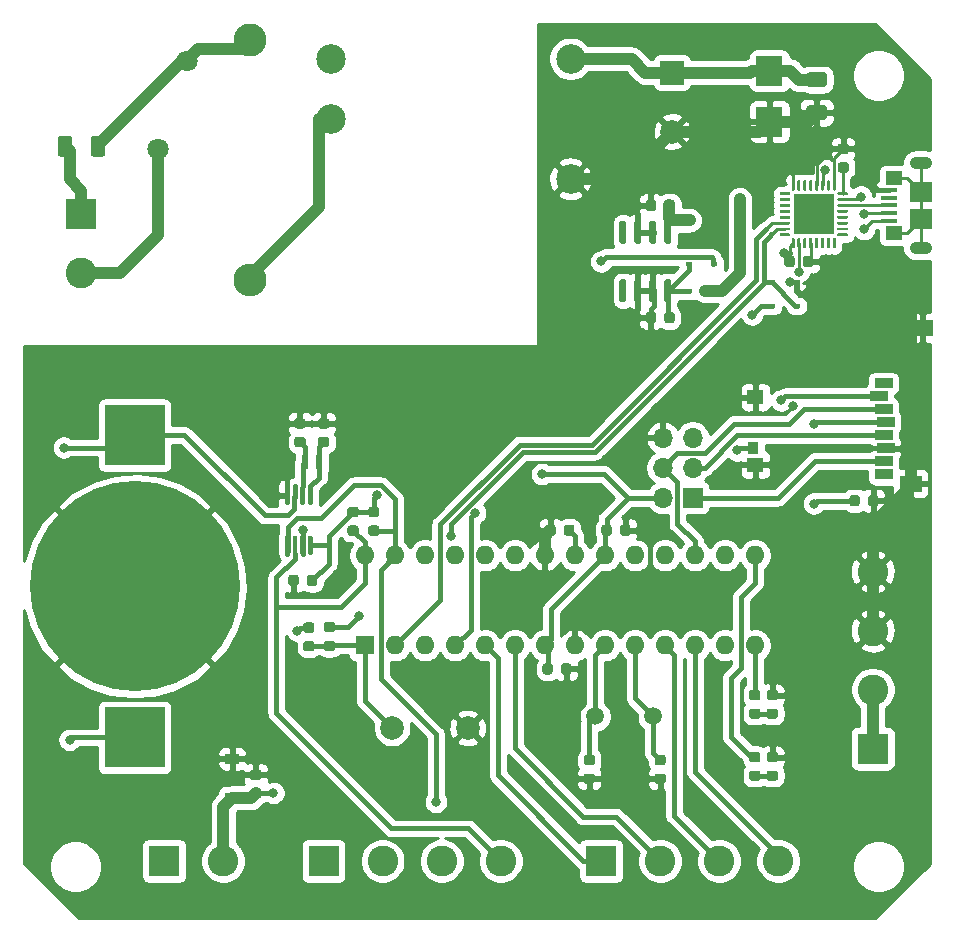
<source format=gbr>
%TF.GenerationSoftware,KiCad,Pcbnew,(5.1.6)-1*%
%TF.CreationDate,2021-11-18T16:20:29-08:00*%
%TF.ProjectId,well-monitor,77656c6c-2d6d-46f6-9e69-746f722e6b69,rev?*%
%TF.SameCoordinates,Original*%
%TF.FileFunction,Copper,L1,Top*%
%TF.FilePolarity,Positive*%
%FSLAX46Y46*%
G04 Gerber Fmt 4.6, Leading zero omitted, Abs format (unit mm)*
G04 Created by KiCad (PCBNEW (5.1.6)-1) date 2021-11-18 16:20:29*
%MOMM*%
%LPD*%
G01*
G04 APERTURE LIST*
%TA.AperFunction,ComponentPad*%
%ADD10O,2.800000X2.800000*%
%TD*%
%TA.AperFunction,ComponentPad*%
%ADD11C,2.800000*%
%TD*%
%TA.AperFunction,SMDPad,CuDef*%
%ADD12R,0.600000X0.450000*%
%TD*%
%TA.AperFunction,SMDPad,CuDef*%
%ADD13R,1.450000X1.150000*%
%TD*%
%TA.AperFunction,ComponentPad*%
%ADD14O,1.900000X1.050000*%
%TD*%
%TA.AperFunction,SMDPad,CuDef*%
%ADD15R,1.900000X1.750000*%
%TD*%
%TA.AperFunction,SMDPad,CuDef*%
%ADD16R,1.400000X0.400000*%
%TD*%
%TA.AperFunction,ComponentPad*%
%ADD17C,2.600000*%
%TD*%
%TA.AperFunction,ComponentPad*%
%ADD18R,2.600000X2.600000*%
%TD*%
%TA.AperFunction,SMDPad,CuDef*%
%ADD19C,17.800000*%
%TD*%
%TA.AperFunction,SMDPad,CuDef*%
%ADD20R,5.100000X5.100000*%
%TD*%
%TA.AperFunction,ComponentPad*%
%ADD21C,1.800000*%
%TD*%
%TA.AperFunction,SMDPad,CuDef*%
%ADD22R,2.300000X2.500000*%
%TD*%
%TA.AperFunction,ComponentPad*%
%ADD23C,2.000000*%
%TD*%
%TA.AperFunction,ComponentPad*%
%ADD24R,2.000000X2.000000*%
%TD*%
%TA.AperFunction,ComponentPad*%
%ADD25C,1.500000*%
%TD*%
%TA.AperFunction,SMDPad,CuDef*%
%ADD26R,0.600000X1.200000*%
%TD*%
%TA.AperFunction,SMDPad,CuDef*%
%ADD27R,3.450000X3.450000*%
%TD*%
%TA.AperFunction,ComponentPad*%
%ADD28C,2.500000*%
%TD*%
%TA.AperFunction,SMDPad,CuDef*%
%ADD29R,1.498600X0.812800*%
%TD*%
%TA.AperFunction,SMDPad,CuDef*%
%ADD30R,0.939800X0.990600*%
%TD*%
%TA.AperFunction,SMDPad,CuDef*%
%ADD31R,1.397000X1.295400*%
%TD*%
%TA.AperFunction,SMDPad,CuDef*%
%ADD32R,1.905000X1.397000*%
%TD*%
%TA.AperFunction,ComponentPad*%
%ADD33O,1.700000X1.700000*%
%TD*%
%TA.AperFunction,ComponentPad*%
%ADD34R,1.700000X1.700000*%
%TD*%
%TA.AperFunction,SMDPad,CuDef*%
%ADD35R,1.200000X0.900000*%
%TD*%
%TA.AperFunction,ComponentPad*%
%ADD36O,1.600000X1.600000*%
%TD*%
%TA.AperFunction,ComponentPad*%
%ADD37R,1.600000X1.600000*%
%TD*%
%TA.AperFunction,ViaPad*%
%ADD38C,0.800000*%
%TD*%
%TA.AperFunction,Conductor*%
%ADD39C,0.250000*%
%TD*%
%TA.AperFunction,Conductor*%
%ADD40C,0.400000*%
%TD*%
%TA.AperFunction,Conductor*%
%ADD41C,1.000000*%
%TD*%
%TA.AperFunction,Conductor*%
%ADD42C,0.254000*%
%TD*%
G04 APERTURE END LIST*
%TO.P,R7,2*%
%TO.N,Net-(D8-Pad1)*%
%TA.AperFunction,SMDPad,CuDef*%
G36*
G01*
X158743750Y-107850000D02*
X159256250Y-107850000D01*
G75*
G02*
X159475000Y-108068750I0J-218750D01*
G01*
X159475000Y-108506250D01*
G75*
G02*
X159256250Y-108725000I-218750J0D01*
G01*
X158743750Y-108725000D01*
G75*
G02*
X158525000Y-108506250I0J218750D01*
G01*
X158525000Y-108068750D01*
G75*
G02*
X158743750Y-107850000I218750J0D01*
G01*
G37*
%TD.AperFunction*%
%TO.P,R7,1*%
%TO.N,GND*%
%TA.AperFunction,SMDPad,CuDef*%
G36*
G01*
X158743750Y-106275000D02*
X159256250Y-106275000D01*
G75*
G02*
X159475000Y-106493750I0J-218750D01*
G01*
X159475000Y-106931250D01*
G75*
G02*
X159256250Y-107150000I-218750J0D01*
G01*
X158743750Y-107150000D01*
G75*
G02*
X158525000Y-106931250I0J218750D01*
G01*
X158525000Y-106493750D01*
G75*
G02*
X158743750Y-106275000I218750J0D01*
G01*
G37*
%TD.AperFunction*%
%TD*%
%TO.P,D8,2*%
%TO.N,Net-(D8-Pad2)*%
%TA.AperFunction,SMDPad,CuDef*%
G36*
G01*
X157756250Y-107150000D02*
X157243750Y-107150000D01*
G75*
G02*
X157025000Y-106931250I0J218750D01*
G01*
X157025000Y-106493750D01*
G75*
G02*
X157243750Y-106275000I218750J0D01*
G01*
X157756250Y-106275000D01*
G75*
G02*
X157975000Y-106493750I0J-218750D01*
G01*
X157975000Y-106931250D01*
G75*
G02*
X157756250Y-107150000I-218750J0D01*
G01*
G37*
%TD.AperFunction*%
%TO.P,D8,1*%
%TO.N,Net-(D8-Pad1)*%
%TA.AperFunction,SMDPad,CuDef*%
G36*
G01*
X157756250Y-108725000D02*
X157243750Y-108725000D01*
G75*
G02*
X157025000Y-108506250I0J218750D01*
G01*
X157025000Y-108068750D01*
G75*
G02*
X157243750Y-107850000I218750J0D01*
G01*
X157756250Y-107850000D01*
G75*
G02*
X157975000Y-108068750I0J-218750D01*
G01*
X157975000Y-108506250D01*
G75*
G02*
X157756250Y-108725000I-218750J0D01*
G01*
G37*
%TD.AperFunction*%
%TD*%
D10*
%TO.P,R6,2*%
%TO.N,Net-(R6-Pad2)*%
X114750000Y-66320000D03*
D11*
%TO.P,R6,1*%
%TO.N,Net-(F1-Pad1)*%
X114750000Y-46000000D03*
%TD*%
%TO.P,U5,8*%
%TO.N,+3V3*%
%TA.AperFunction,SMDPad,CuDef*%
G36*
G01*
X119772512Y-87950000D02*
X119972512Y-87950000D01*
G75*
G02*
X120072512Y-88050000I0J-100000D01*
G01*
X120072512Y-89475000D01*
G75*
G02*
X119972512Y-89575000I-100000J0D01*
G01*
X119772512Y-89575000D01*
G75*
G02*
X119672512Y-89475000I0J100000D01*
G01*
X119672512Y-88050000D01*
G75*
G02*
X119772512Y-87950000I100000J0D01*
G01*
G37*
%TD.AperFunction*%
%TO.P,U5,7*%
%TO.N,/RTC_MFP*%
%TA.AperFunction,SMDPad,CuDef*%
G36*
G01*
X119122512Y-87950000D02*
X119322512Y-87950000D01*
G75*
G02*
X119422512Y-88050000I0J-100000D01*
G01*
X119422512Y-89475000D01*
G75*
G02*
X119322512Y-89575000I-100000J0D01*
G01*
X119122512Y-89575000D01*
G75*
G02*
X119022512Y-89475000I0J100000D01*
G01*
X119022512Y-88050000D01*
G75*
G02*
X119122512Y-87950000I100000J0D01*
G01*
G37*
%TD.AperFunction*%
%TO.P,U5,6*%
%TO.N,/GPIO_3*%
%TA.AperFunction,SMDPad,CuDef*%
G36*
G01*
X118472512Y-87950000D02*
X118672512Y-87950000D01*
G75*
G02*
X118772512Y-88050000I0J-100000D01*
G01*
X118772512Y-89475000D01*
G75*
G02*
X118672512Y-89575000I-100000J0D01*
G01*
X118472512Y-89575000D01*
G75*
G02*
X118372512Y-89475000I0J100000D01*
G01*
X118372512Y-88050000D01*
G75*
G02*
X118472512Y-87950000I100000J0D01*
G01*
G37*
%TD.AperFunction*%
%TO.P,U5,5*%
%TO.N,/GPIO_2*%
%TA.AperFunction,SMDPad,CuDef*%
G36*
G01*
X117822512Y-87950000D02*
X118022512Y-87950000D01*
G75*
G02*
X118122512Y-88050000I0J-100000D01*
G01*
X118122512Y-89475000D01*
G75*
G02*
X118022512Y-89575000I-100000J0D01*
G01*
X117822512Y-89575000D01*
G75*
G02*
X117722512Y-89475000I0J100000D01*
G01*
X117722512Y-88050000D01*
G75*
G02*
X117822512Y-87950000I100000J0D01*
G01*
G37*
%TD.AperFunction*%
%TO.P,U5,4*%
%TO.N,GND*%
%TA.AperFunction,SMDPad,CuDef*%
G36*
G01*
X117822512Y-83725000D02*
X118022512Y-83725000D01*
G75*
G02*
X118122512Y-83825000I0J-100000D01*
G01*
X118122512Y-85250000D01*
G75*
G02*
X118022512Y-85350000I-100000J0D01*
G01*
X117822512Y-85350000D01*
G75*
G02*
X117722512Y-85250000I0J100000D01*
G01*
X117722512Y-83825000D01*
G75*
G02*
X117822512Y-83725000I100000J0D01*
G01*
G37*
%TD.AperFunction*%
%TO.P,U5,3*%
%TO.N,Net-(BT1-Pad1)*%
%TA.AperFunction,SMDPad,CuDef*%
G36*
G01*
X118472512Y-83725000D02*
X118672512Y-83725000D01*
G75*
G02*
X118772512Y-83825000I0J-100000D01*
G01*
X118772512Y-85250000D01*
G75*
G02*
X118672512Y-85350000I-100000J0D01*
G01*
X118472512Y-85350000D01*
G75*
G02*
X118372512Y-85250000I0J100000D01*
G01*
X118372512Y-83825000D01*
G75*
G02*
X118472512Y-83725000I100000J0D01*
G01*
G37*
%TD.AperFunction*%
%TO.P,U5,2*%
%TO.N,Net-(C5-Pad1)*%
%TA.AperFunction,SMDPad,CuDef*%
G36*
G01*
X119122512Y-83725000D02*
X119322512Y-83725000D01*
G75*
G02*
X119422512Y-83825000I0J-100000D01*
G01*
X119422512Y-85250000D01*
G75*
G02*
X119322512Y-85350000I-100000J0D01*
G01*
X119122512Y-85350000D01*
G75*
G02*
X119022512Y-85250000I0J100000D01*
G01*
X119022512Y-83825000D01*
G75*
G02*
X119122512Y-83725000I100000J0D01*
G01*
G37*
%TD.AperFunction*%
%TO.P,U5,1*%
%TO.N,Net-(C4-Pad2)*%
%TA.AperFunction,SMDPad,CuDef*%
G36*
G01*
X119772512Y-83725000D02*
X119972512Y-83725000D01*
G75*
G02*
X120072512Y-83825000I0J-100000D01*
G01*
X120072512Y-85250000D01*
G75*
G02*
X119972512Y-85350000I-100000J0D01*
G01*
X119772512Y-85350000D01*
G75*
G02*
X119672512Y-85250000I0J100000D01*
G01*
X119672512Y-83825000D01*
G75*
G02*
X119772512Y-83725000I100000J0D01*
G01*
G37*
%TD.AperFunction*%
%TD*%
D12*
%TO.P,D7,2*%
%TO.N,GND*%
X161050000Y-66500000D03*
%TO.P,D7,1*%
%TO.N,/DTR*%
X158950000Y-66500000D03*
%TD*%
%TO.P,D6,2*%
%TO.N,/DTR*%
X161050000Y-68500000D03*
%TO.P,D6,1*%
%TO.N,+3V3*%
X158950000Y-68500000D03*
%TD*%
%TO.P,C15,2*%
%TO.N,GND*%
%TA.AperFunction,SMDPad,CuDef*%
G36*
G01*
X162125000Y-51525000D02*
X163375000Y-51525000D01*
G75*
G02*
X163625000Y-51775000I0J-250000D01*
G01*
X163625000Y-52525000D01*
G75*
G02*
X163375000Y-52775000I-250000J0D01*
G01*
X162125000Y-52775000D01*
G75*
G02*
X161875000Y-52525000I0J250000D01*
G01*
X161875000Y-51775000D01*
G75*
G02*
X162125000Y-51525000I250000J0D01*
G01*
G37*
%TD.AperFunction*%
%TO.P,C15,1*%
%TO.N,+24V*%
%TA.AperFunction,SMDPad,CuDef*%
G36*
G01*
X162125000Y-48725000D02*
X163375000Y-48725000D01*
G75*
G02*
X163625000Y-48975000I0J-250000D01*
G01*
X163625000Y-49725000D01*
G75*
G02*
X163375000Y-49975000I-250000J0D01*
G01*
X162125000Y-49975000D01*
G75*
G02*
X161875000Y-49725000I0J250000D01*
G01*
X161875000Y-48975000D01*
G75*
G02*
X162125000Y-48725000I250000J0D01*
G01*
G37*
%TD.AperFunction*%
%TD*%
D13*
%TO.P,J6,6*%
%TO.N,Net-(J6-Pad6)*%
X169320000Y-62320000D03*
X169320000Y-57680000D03*
D14*
X171550000Y-56425000D03*
X171550000Y-63575000D03*
D15*
X171550000Y-61125000D03*
D16*
%TO.P,J6,3*%
%TO.N,Net-(J6-Pad3)*%
X168900000Y-60000000D03*
%TO.P,J6,4*%
%TO.N,N/C*%
X168900000Y-59350000D03*
%TO.P,J6,5*%
%TO.N,GND*%
X168900000Y-58700000D03*
%TO.P,J6,1*%
%TO.N,+5V*%
X168900000Y-61300000D03*
%TO.P,J6,2*%
%TO.N,Net-(J6-Pad2)*%
X168900000Y-60650000D03*
D15*
%TO.P,J6,6*%
%TO.N,Net-(J6-Pad6)*%
X171550000Y-58875000D03*
%TD*%
D17*
%TO.P,J8,2*%
%TO.N,/DEPTH_SENSE*%
X112500000Y-115500000D03*
D18*
%TO.P,J8,1*%
%TO.N,+24V*%
X107500000Y-115500000D03*
%TD*%
D17*
%TO.P,J5,2*%
%TO.N,Net-(J5-Pad2)*%
X100500000Y-65750000D03*
D18*
%TO.P,J5,1*%
%TO.N,Net-(F1-Pad2)*%
X100500000Y-60750000D03*
%TD*%
D17*
%TO.P,J3,4*%
%TO.N,/GPIO_7*%
X159500000Y-115500000D03*
%TO.P,J3,3*%
%TO.N,/GPIO_6*%
X154500000Y-115500000D03*
%TO.P,J3,2*%
%TO.N,/GPIO_5*%
X149500000Y-115500000D03*
D18*
%TO.P,J3,1*%
%TO.N,/GPIO_4*%
X144500000Y-115500000D03*
%TD*%
D17*
%TO.P,J2,4*%
%TO.N,/GPIO_3*%
X136000000Y-115500000D03*
%TO.P,J2,3*%
%TO.N,/GPIO_2*%
X131000000Y-115500000D03*
%TO.P,J2,2*%
%TO.N,/GPIO_1*%
X126000000Y-115500000D03*
D18*
%TO.P,J2,1*%
%TO.N,/GPIO_0*%
X121000000Y-115500000D03*
%TD*%
D17*
%TO.P,J1,4*%
%TO.N,GND*%
X167500000Y-91000000D03*
%TO.P,J1,3*%
X167500000Y-96000000D03*
%TO.P,J1,2*%
%TO.N,+3V3*%
X167500000Y-101000000D03*
D18*
%TO.P,J1,1*%
X167500000Y-106000000D03*
%TD*%
D19*
%TO.P,BT1,2*%
%TO.N,GND*%
X105000000Y-92250000D03*
D20*
%TO.P,BT1,1*%
%TO.N,Net-(BT1-Pad1)*%
X105000000Y-105050000D03*
X105000000Y-79450000D03*
%TD*%
D21*
%TO.P,RV1,2*%
%TO.N,Net-(F1-Pad1)*%
X109400000Y-47750000D03*
%TO.P,RV1,1*%
%TO.N,Net-(J5-Pad2)*%
X107000000Y-55250000D03*
%TD*%
D22*
%TO.P,D5,2*%
%TO.N,GND*%
X158750000Y-52900000D03*
%TO.P,D5,1*%
%TO.N,+24V*%
X158750000Y-48600000D03*
%TD*%
D23*
%TO.P,C16,2*%
%TO.N,GND*%
X150500000Y-53750000D03*
D24*
%TO.P,C16,1*%
%TO.N,+24V*%
X150500000Y-48750000D03*
%TD*%
D25*
%TO.P,Y2,2*%
%TO.N,Net-(C14-Pad1)*%
X148880000Y-103250000D03*
%TO.P,Y2,1*%
%TO.N,Net-(C13-Pad2)*%
X144000000Y-103250000D03*
%TD*%
D26*
%TO.P,Y1,2*%
%TO.N,Net-(C5-Pad1)*%
X119400000Y-81750000D03*
%TO.P,Y1,1*%
%TO.N,Net-(C4-Pad2)*%
X120600000Y-81750000D03*
%TD*%
%TO.P,U4,8*%
%TO.N,Net-(C2-Pad1)*%
%TA.AperFunction,SMDPad,CuDef*%
G36*
G01*
X150005000Y-66250000D02*
X150305000Y-66250000D01*
G75*
G02*
X150455000Y-66400000I0J-150000D01*
G01*
X150455000Y-68050000D01*
G75*
G02*
X150305000Y-68200000I-150000J0D01*
G01*
X150005000Y-68200000D01*
G75*
G02*
X149855000Y-68050000I0J150000D01*
G01*
X149855000Y-66400000D01*
G75*
G02*
X150005000Y-66250000I150000J0D01*
G01*
G37*
%TD.AperFunction*%
%TO.P,U4,7*%
%TO.N,GND*%
%TA.AperFunction,SMDPad,CuDef*%
G36*
G01*
X148735000Y-66250000D02*
X149035000Y-66250000D01*
G75*
G02*
X149185000Y-66400000I0J-150000D01*
G01*
X149185000Y-68050000D01*
G75*
G02*
X149035000Y-68200000I-150000J0D01*
G01*
X148735000Y-68200000D01*
G75*
G02*
X148585000Y-68050000I0J150000D01*
G01*
X148585000Y-66400000D01*
G75*
G02*
X148735000Y-66250000I150000J0D01*
G01*
G37*
%TD.AperFunction*%
%TO.P,U4,6*%
%TA.AperFunction,SMDPad,CuDef*%
G36*
G01*
X147465000Y-66250000D02*
X147765000Y-66250000D01*
G75*
G02*
X147915000Y-66400000I0J-150000D01*
G01*
X147915000Y-68050000D01*
G75*
G02*
X147765000Y-68200000I-150000J0D01*
G01*
X147465000Y-68200000D01*
G75*
G02*
X147315000Y-68050000I0J150000D01*
G01*
X147315000Y-66400000D01*
G75*
G02*
X147465000Y-66250000I150000J0D01*
G01*
G37*
%TD.AperFunction*%
%TO.P,U4,5*%
%TO.N,N/C*%
%TA.AperFunction,SMDPad,CuDef*%
G36*
G01*
X146195000Y-66250000D02*
X146495000Y-66250000D01*
G75*
G02*
X146645000Y-66400000I0J-150000D01*
G01*
X146645000Y-68050000D01*
G75*
G02*
X146495000Y-68200000I-150000J0D01*
G01*
X146195000Y-68200000D01*
G75*
G02*
X146045000Y-68050000I0J150000D01*
G01*
X146045000Y-66400000D01*
G75*
G02*
X146195000Y-66250000I150000J0D01*
G01*
G37*
%TD.AperFunction*%
%TO.P,U4,4*%
%TA.AperFunction,SMDPad,CuDef*%
G36*
G01*
X146195000Y-61300000D02*
X146495000Y-61300000D01*
G75*
G02*
X146645000Y-61450000I0J-150000D01*
G01*
X146645000Y-63100000D01*
G75*
G02*
X146495000Y-63250000I-150000J0D01*
G01*
X146195000Y-63250000D01*
G75*
G02*
X146045000Y-63100000I0J150000D01*
G01*
X146045000Y-61450000D01*
G75*
G02*
X146195000Y-61300000I150000J0D01*
G01*
G37*
%TD.AperFunction*%
%TO.P,U4,3*%
%TO.N,GND*%
%TA.AperFunction,SMDPad,CuDef*%
G36*
G01*
X147465000Y-61300000D02*
X147765000Y-61300000D01*
G75*
G02*
X147915000Y-61450000I0J-150000D01*
G01*
X147915000Y-63100000D01*
G75*
G02*
X147765000Y-63250000I-150000J0D01*
G01*
X147465000Y-63250000D01*
G75*
G02*
X147315000Y-63100000I0J150000D01*
G01*
X147315000Y-61450000D01*
G75*
G02*
X147465000Y-61300000I150000J0D01*
G01*
G37*
%TD.AperFunction*%
%TO.P,U4,2*%
%TA.AperFunction,SMDPad,CuDef*%
G36*
G01*
X148735000Y-61300000D02*
X149035000Y-61300000D01*
G75*
G02*
X149185000Y-61450000I0J-150000D01*
G01*
X149185000Y-63100000D01*
G75*
G02*
X149035000Y-63250000I-150000J0D01*
G01*
X148735000Y-63250000D01*
G75*
G02*
X148585000Y-63100000I0J150000D01*
G01*
X148585000Y-61450000D01*
G75*
G02*
X148735000Y-61300000I150000J0D01*
G01*
G37*
%TD.AperFunction*%
%TO.P,U4,1*%
%TO.N,+3V3*%
%TA.AperFunction,SMDPad,CuDef*%
G36*
G01*
X150005000Y-61300000D02*
X150305000Y-61300000D01*
G75*
G02*
X150455000Y-61450000I0J-150000D01*
G01*
X150455000Y-63100000D01*
G75*
G02*
X150305000Y-63250000I-150000J0D01*
G01*
X150005000Y-63250000D01*
G75*
G02*
X149855000Y-63100000I0J150000D01*
G01*
X149855000Y-61450000D01*
G75*
G02*
X150005000Y-61300000I150000J0D01*
G01*
G37*
%TD.AperFunction*%
%TD*%
D27*
%TO.P,U3,33*%
%TO.N,N/C*%
X162500000Y-60750000D03*
%TO.P,U3,32*%
%TA.AperFunction,SMDPad,CuDef*%
G36*
G01*
X160437500Y-62625000D02*
X159687500Y-62625000D01*
G75*
G02*
X159625000Y-62562500I0J62500D01*
G01*
X159625000Y-62437500D01*
G75*
G02*
X159687500Y-62375000I62500J0D01*
G01*
X160437500Y-62375000D01*
G75*
G02*
X160500000Y-62437500I0J-62500D01*
G01*
X160500000Y-62562500D01*
G75*
G02*
X160437500Y-62625000I-62500J0D01*
G01*
G37*
%TD.AperFunction*%
%TO.P,U3,31*%
%TO.N,/DTR*%
%TA.AperFunction,SMDPad,CuDef*%
G36*
G01*
X160437500Y-62125000D02*
X159687500Y-62125000D01*
G75*
G02*
X159625000Y-62062500I0J62500D01*
G01*
X159625000Y-61937500D01*
G75*
G02*
X159687500Y-61875000I62500J0D01*
G01*
X160437500Y-61875000D01*
G75*
G02*
X160500000Y-61937500I0J-62500D01*
G01*
X160500000Y-62062500D01*
G75*
G02*
X160437500Y-62125000I-62500J0D01*
G01*
G37*
%TD.AperFunction*%
%TO.P,U3,30*%
%TO.N,/RX*%
%TA.AperFunction,SMDPad,CuDef*%
G36*
G01*
X160437500Y-61625000D02*
X159687500Y-61625000D01*
G75*
G02*
X159625000Y-61562500I0J62500D01*
G01*
X159625000Y-61437500D01*
G75*
G02*
X159687500Y-61375000I62500J0D01*
G01*
X160437500Y-61375000D01*
G75*
G02*
X160500000Y-61437500I0J-62500D01*
G01*
X160500000Y-61562500D01*
G75*
G02*
X160437500Y-61625000I-62500J0D01*
G01*
G37*
%TD.AperFunction*%
%TO.P,U3,29*%
%TO.N,N/C*%
%TA.AperFunction,SMDPad,CuDef*%
G36*
G01*
X160437500Y-61125000D02*
X159687500Y-61125000D01*
G75*
G02*
X159625000Y-61062500I0J62500D01*
G01*
X159625000Y-60937500D01*
G75*
G02*
X159687500Y-60875000I62500J0D01*
G01*
X160437500Y-60875000D01*
G75*
G02*
X160500000Y-60937500I0J-62500D01*
G01*
X160500000Y-61062500D01*
G75*
G02*
X160437500Y-61125000I-62500J0D01*
G01*
G37*
%TD.AperFunction*%
%TO.P,U3,28*%
%TA.AperFunction,SMDPad,CuDef*%
G36*
G01*
X160437500Y-60625000D02*
X159687500Y-60625000D01*
G75*
G02*
X159625000Y-60562500I0J62500D01*
G01*
X159625000Y-60437500D01*
G75*
G02*
X159687500Y-60375000I62500J0D01*
G01*
X160437500Y-60375000D01*
G75*
G02*
X160500000Y-60437500I0J-62500D01*
G01*
X160500000Y-60562500D01*
G75*
G02*
X160437500Y-60625000I-62500J0D01*
G01*
G37*
%TD.AperFunction*%
%TO.P,U3,27*%
%TA.AperFunction,SMDPad,CuDef*%
G36*
G01*
X160437500Y-60125000D02*
X159687500Y-60125000D01*
G75*
G02*
X159625000Y-60062500I0J62500D01*
G01*
X159625000Y-59937500D01*
G75*
G02*
X159687500Y-59875000I62500J0D01*
G01*
X160437500Y-59875000D01*
G75*
G02*
X160500000Y-59937500I0J-62500D01*
G01*
X160500000Y-60062500D01*
G75*
G02*
X160437500Y-60125000I-62500J0D01*
G01*
G37*
%TD.AperFunction*%
%TO.P,U3,26*%
%TA.AperFunction,SMDPad,CuDef*%
G36*
G01*
X160437500Y-59625000D02*
X159687500Y-59625000D01*
G75*
G02*
X159625000Y-59562500I0J62500D01*
G01*
X159625000Y-59437500D01*
G75*
G02*
X159687500Y-59375000I62500J0D01*
G01*
X160437500Y-59375000D01*
G75*
G02*
X160500000Y-59437500I0J-62500D01*
G01*
X160500000Y-59562500D01*
G75*
G02*
X160437500Y-59625000I-62500J0D01*
G01*
G37*
%TD.AperFunction*%
%TO.P,U3,25*%
%TA.AperFunction,SMDPad,CuDef*%
G36*
G01*
X160437500Y-59125000D02*
X159687500Y-59125000D01*
G75*
G02*
X159625000Y-59062500I0J62500D01*
G01*
X159625000Y-58937500D01*
G75*
G02*
X159687500Y-58875000I62500J0D01*
G01*
X160437500Y-58875000D01*
G75*
G02*
X160500000Y-58937500I0J-62500D01*
G01*
X160500000Y-59062500D01*
G75*
G02*
X160437500Y-59125000I-62500J0D01*
G01*
G37*
%TD.AperFunction*%
%TO.P,U3,24*%
%TO.N,GND*%
%TA.AperFunction,SMDPad,CuDef*%
G36*
G01*
X160812500Y-58750000D02*
X160687500Y-58750000D01*
G75*
G02*
X160625000Y-58687500I0J62500D01*
G01*
X160625000Y-57937500D01*
G75*
G02*
X160687500Y-57875000I62500J0D01*
G01*
X160812500Y-57875000D01*
G75*
G02*
X160875000Y-57937500I0J-62500D01*
G01*
X160875000Y-58687500D01*
G75*
G02*
X160812500Y-58750000I-62500J0D01*
G01*
G37*
%TD.AperFunction*%
%TO.P,U3,23*%
%TO.N,N/C*%
%TA.AperFunction,SMDPad,CuDef*%
G36*
G01*
X161312500Y-58750000D02*
X161187500Y-58750000D01*
G75*
G02*
X161125000Y-58687500I0J62500D01*
G01*
X161125000Y-57937500D01*
G75*
G02*
X161187500Y-57875000I62500J0D01*
G01*
X161312500Y-57875000D01*
G75*
G02*
X161375000Y-57937500I0J-62500D01*
G01*
X161375000Y-58687500D01*
G75*
G02*
X161312500Y-58750000I-62500J0D01*
G01*
G37*
%TD.AperFunction*%
%TO.P,U3,22*%
%TA.AperFunction,SMDPad,CuDef*%
G36*
G01*
X161812500Y-58750000D02*
X161687500Y-58750000D01*
G75*
G02*
X161625000Y-58687500I0J62500D01*
G01*
X161625000Y-57937500D01*
G75*
G02*
X161687500Y-57875000I62500J0D01*
G01*
X161812500Y-57875000D01*
G75*
G02*
X161875000Y-57937500I0J-62500D01*
G01*
X161875000Y-58687500D01*
G75*
G02*
X161812500Y-58750000I-62500J0D01*
G01*
G37*
%TD.AperFunction*%
%TO.P,U3,21*%
%TA.AperFunction,SMDPad,CuDef*%
G36*
G01*
X162312500Y-58750000D02*
X162187500Y-58750000D01*
G75*
G02*
X162125000Y-58687500I0J62500D01*
G01*
X162125000Y-57937500D01*
G75*
G02*
X162187500Y-57875000I62500J0D01*
G01*
X162312500Y-57875000D01*
G75*
G02*
X162375000Y-57937500I0J-62500D01*
G01*
X162375000Y-58687500D01*
G75*
G02*
X162312500Y-58750000I-62500J0D01*
G01*
G37*
%TD.AperFunction*%
%TO.P,U3,20*%
%TO.N,GND*%
%TA.AperFunction,SMDPad,CuDef*%
G36*
G01*
X162812500Y-58750000D02*
X162687500Y-58750000D01*
G75*
G02*
X162625000Y-58687500I0J62500D01*
G01*
X162625000Y-57937500D01*
G75*
G02*
X162687500Y-57875000I62500J0D01*
G01*
X162812500Y-57875000D01*
G75*
G02*
X162875000Y-57937500I0J-62500D01*
G01*
X162875000Y-58687500D01*
G75*
G02*
X162812500Y-58750000I-62500J0D01*
G01*
G37*
%TD.AperFunction*%
%TO.P,U3,19*%
%TO.N,+5V*%
%TA.AperFunction,SMDPad,CuDef*%
G36*
G01*
X163312500Y-58750000D02*
X163187500Y-58750000D01*
G75*
G02*
X163125000Y-58687500I0J62500D01*
G01*
X163125000Y-57937500D01*
G75*
G02*
X163187500Y-57875000I62500J0D01*
G01*
X163312500Y-57875000D01*
G75*
G02*
X163375000Y-57937500I0J-62500D01*
G01*
X163375000Y-58687500D01*
G75*
G02*
X163312500Y-58750000I-62500J0D01*
G01*
G37*
%TD.AperFunction*%
%TO.P,U3,18*%
%TO.N,N/C*%
%TA.AperFunction,SMDPad,CuDef*%
G36*
G01*
X163812500Y-58750000D02*
X163687500Y-58750000D01*
G75*
G02*
X163625000Y-58687500I0J62500D01*
G01*
X163625000Y-57937500D01*
G75*
G02*
X163687500Y-57875000I62500J0D01*
G01*
X163812500Y-57875000D01*
G75*
G02*
X163875000Y-57937500I0J-62500D01*
G01*
X163875000Y-58687500D01*
G75*
G02*
X163812500Y-58750000I-62500J0D01*
G01*
G37*
%TD.AperFunction*%
%TO.P,U3,17*%
%TO.N,GND*%
%TA.AperFunction,SMDPad,CuDef*%
G36*
G01*
X164312500Y-58750000D02*
X164187500Y-58750000D01*
G75*
G02*
X164125000Y-58687500I0J62500D01*
G01*
X164125000Y-57937500D01*
G75*
G02*
X164187500Y-57875000I62500J0D01*
G01*
X164312500Y-57875000D01*
G75*
G02*
X164375000Y-57937500I0J-62500D01*
G01*
X164375000Y-58687500D01*
G75*
G02*
X164312500Y-58750000I-62500J0D01*
G01*
G37*
%TD.AperFunction*%
%TO.P,U3,16*%
%TO.N,Net-(C1-Pad1)*%
%TA.AperFunction,SMDPad,CuDef*%
G36*
G01*
X165312500Y-59125000D02*
X164562500Y-59125000D01*
G75*
G02*
X164500000Y-59062500I0J62500D01*
G01*
X164500000Y-58937500D01*
G75*
G02*
X164562500Y-58875000I62500J0D01*
G01*
X165312500Y-58875000D01*
G75*
G02*
X165375000Y-58937500I0J-62500D01*
G01*
X165375000Y-59062500D01*
G75*
G02*
X165312500Y-59125000I-62500J0D01*
G01*
G37*
%TD.AperFunction*%
%TO.P,U3,15*%
%TO.N,Net-(J6-Pad2)*%
%TA.AperFunction,SMDPad,CuDef*%
G36*
G01*
X165312500Y-59625000D02*
X164562500Y-59625000D01*
G75*
G02*
X164500000Y-59562500I0J62500D01*
G01*
X164500000Y-59437500D01*
G75*
G02*
X164562500Y-59375000I62500J0D01*
G01*
X165312500Y-59375000D01*
G75*
G02*
X165375000Y-59437500I0J-62500D01*
G01*
X165375000Y-59562500D01*
G75*
G02*
X165312500Y-59625000I-62500J0D01*
G01*
G37*
%TD.AperFunction*%
%TO.P,U3,14*%
%TO.N,Net-(J6-Pad3)*%
%TA.AperFunction,SMDPad,CuDef*%
G36*
G01*
X165312500Y-60125000D02*
X164562500Y-60125000D01*
G75*
G02*
X164500000Y-60062500I0J62500D01*
G01*
X164500000Y-59937500D01*
G75*
G02*
X164562500Y-59875000I62500J0D01*
G01*
X165312500Y-59875000D01*
G75*
G02*
X165375000Y-59937500I0J-62500D01*
G01*
X165375000Y-60062500D01*
G75*
G02*
X165312500Y-60125000I-62500J0D01*
G01*
G37*
%TD.AperFunction*%
%TO.P,U3,13*%
%TO.N,N/C*%
%TA.AperFunction,SMDPad,CuDef*%
G36*
G01*
X165312500Y-60625000D02*
X164562500Y-60625000D01*
G75*
G02*
X164500000Y-60562500I0J62500D01*
G01*
X164500000Y-60437500D01*
G75*
G02*
X164562500Y-60375000I62500J0D01*
G01*
X165312500Y-60375000D01*
G75*
G02*
X165375000Y-60437500I0J-62500D01*
G01*
X165375000Y-60562500D01*
G75*
G02*
X165312500Y-60625000I-62500J0D01*
G01*
G37*
%TD.AperFunction*%
%TO.P,U3,12*%
%TA.AperFunction,SMDPad,CuDef*%
G36*
G01*
X165312500Y-61125000D02*
X164562500Y-61125000D01*
G75*
G02*
X164500000Y-61062500I0J62500D01*
G01*
X164500000Y-60937500D01*
G75*
G02*
X164562500Y-60875000I62500J0D01*
G01*
X165312500Y-60875000D01*
G75*
G02*
X165375000Y-60937500I0J-62500D01*
G01*
X165375000Y-61062500D01*
G75*
G02*
X165312500Y-61125000I-62500J0D01*
G01*
G37*
%TD.AperFunction*%
%TO.P,U3,11*%
%TA.AperFunction,SMDPad,CuDef*%
G36*
G01*
X165312500Y-61625000D02*
X164562500Y-61625000D01*
G75*
G02*
X164500000Y-61562500I0J62500D01*
G01*
X164500000Y-61437500D01*
G75*
G02*
X164562500Y-61375000I62500J0D01*
G01*
X165312500Y-61375000D01*
G75*
G02*
X165375000Y-61437500I0J-62500D01*
G01*
X165375000Y-61562500D01*
G75*
G02*
X165312500Y-61625000I-62500J0D01*
G01*
G37*
%TD.AperFunction*%
%TO.P,U3,10*%
%TA.AperFunction,SMDPad,CuDef*%
G36*
G01*
X165312500Y-62125000D02*
X164562500Y-62125000D01*
G75*
G02*
X164500000Y-62062500I0J62500D01*
G01*
X164500000Y-61937500D01*
G75*
G02*
X164562500Y-61875000I62500J0D01*
G01*
X165312500Y-61875000D01*
G75*
G02*
X165375000Y-61937500I0J-62500D01*
G01*
X165375000Y-62062500D01*
G75*
G02*
X165312500Y-62125000I-62500J0D01*
G01*
G37*
%TD.AperFunction*%
%TO.P,U3,9*%
%TA.AperFunction,SMDPad,CuDef*%
G36*
G01*
X165312500Y-62625000D02*
X164562500Y-62625000D01*
G75*
G02*
X164500000Y-62562500I0J62500D01*
G01*
X164500000Y-62437500D01*
G75*
G02*
X164562500Y-62375000I62500J0D01*
G01*
X165312500Y-62375000D01*
G75*
G02*
X165375000Y-62437500I0J-62500D01*
G01*
X165375000Y-62562500D01*
G75*
G02*
X165312500Y-62625000I-62500J0D01*
G01*
G37*
%TD.AperFunction*%
%TO.P,U3,8*%
%TA.AperFunction,SMDPad,CuDef*%
G36*
G01*
X164312500Y-63625000D02*
X164187500Y-63625000D01*
G75*
G02*
X164125000Y-63562500I0J62500D01*
G01*
X164125000Y-62812500D01*
G75*
G02*
X164187500Y-62750000I62500J0D01*
G01*
X164312500Y-62750000D01*
G75*
G02*
X164375000Y-62812500I0J-62500D01*
G01*
X164375000Y-63562500D01*
G75*
G02*
X164312500Y-63625000I-62500J0D01*
G01*
G37*
%TD.AperFunction*%
%TO.P,U3,7*%
%TA.AperFunction,SMDPad,CuDef*%
G36*
G01*
X163812500Y-63625000D02*
X163687500Y-63625000D01*
G75*
G02*
X163625000Y-63562500I0J62500D01*
G01*
X163625000Y-62812500D01*
G75*
G02*
X163687500Y-62750000I62500J0D01*
G01*
X163812500Y-62750000D01*
G75*
G02*
X163875000Y-62812500I0J-62500D01*
G01*
X163875000Y-63562500D01*
G75*
G02*
X163812500Y-63625000I-62500J0D01*
G01*
G37*
%TD.AperFunction*%
%TO.P,U3,6*%
%TA.AperFunction,SMDPad,CuDef*%
G36*
G01*
X163312500Y-63625000D02*
X163187500Y-63625000D01*
G75*
G02*
X163125000Y-63562500I0J62500D01*
G01*
X163125000Y-62812500D01*
G75*
G02*
X163187500Y-62750000I62500J0D01*
G01*
X163312500Y-62750000D01*
G75*
G02*
X163375000Y-62812500I0J-62500D01*
G01*
X163375000Y-63562500D01*
G75*
G02*
X163312500Y-63625000I-62500J0D01*
G01*
G37*
%TD.AperFunction*%
%TO.P,U3,5*%
%TA.AperFunction,SMDPad,CuDef*%
G36*
G01*
X162812500Y-63625000D02*
X162687500Y-63625000D01*
G75*
G02*
X162625000Y-63562500I0J62500D01*
G01*
X162625000Y-62812500D01*
G75*
G02*
X162687500Y-62750000I62500J0D01*
G01*
X162812500Y-62750000D01*
G75*
G02*
X162875000Y-62812500I0J-62500D01*
G01*
X162875000Y-63562500D01*
G75*
G02*
X162812500Y-63625000I-62500J0D01*
G01*
G37*
%TD.AperFunction*%
%TO.P,U3,4*%
%TO.N,GND*%
%TA.AperFunction,SMDPad,CuDef*%
G36*
G01*
X162312500Y-63625000D02*
X162187500Y-63625000D01*
G75*
G02*
X162125000Y-63562500I0J62500D01*
G01*
X162125000Y-62812500D01*
G75*
G02*
X162187500Y-62750000I62500J0D01*
G01*
X162312500Y-62750000D01*
G75*
G02*
X162375000Y-62812500I0J-62500D01*
G01*
X162375000Y-63562500D01*
G75*
G02*
X162312500Y-63625000I-62500J0D01*
G01*
G37*
%TD.AperFunction*%
%TO.P,U3,3*%
%TO.N,N/C*%
%TA.AperFunction,SMDPad,CuDef*%
G36*
G01*
X161812500Y-63625000D02*
X161687500Y-63625000D01*
G75*
G02*
X161625000Y-63562500I0J62500D01*
G01*
X161625000Y-62812500D01*
G75*
G02*
X161687500Y-62750000I62500J0D01*
G01*
X161812500Y-62750000D01*
G75*
G02*
X161875000Y-62812500I0J-62500D01*
G01*
X161875000Y-63562500D01*
G75*
G02*
X161812500Y-63625000I-62500J0D01*
G01*
G37*
%TD.AperFunction*%
%TO.P,U3,2*%
%TO.N,/TX*%
%TA.AperFunction,SMDPad,CuDef*%
G36*
G01*
X161312500Y-63625000D02*
X161187500Y-63625000D01*
G75*
G02*
X161125000Y-63562500I0J62500D01*
G01*
X161125000Y-62812500D01*
G75*
G02*
X161187500Y-62750000I62500J0D01*
G01*
X161312500Y-62750000D01*
G75*
G02*
X161375000Y-62812500I0J-62500D01*
G01*
X161375000Y-63562500D01*
G75*
G02*
X161312500Y-63625000I-62500J0D01*
G01*
G37*
%TD.AperFunction*%
%TO.P,U3,1*%
%TO.N,+3V3*%
%TA.AperFunction,SMDPad,CuDef*%
G36*
G01*
X160812500Y-63625000D02*
X160687500Y-63625000D01*
G75*
G02*
X160625000Y-63562500I0J62500D01*
G01*
X160625000Y-62812500D01*
G75*
G02*
X160687500Y-62750000I62500J0D01*
G01*
X160812500Y-62750000D01*
G75*
G02*
X160875000Y-62812500I0J-62500D01*
G01*
X160875000Y-63562500D01*
G75*
G02*
X160812500Y-63625000I-62500J0D01*
G01*
G37*
%TD.AperFunction*%
%TD*%
D28*
%TO.P,U2,5*%
%TO.N,+24V*%
X141910000Y-47590000D03*
%TO.P,U2,2*%
%TO.N,Net-(R6-Pad2)*%
X121590000Y-52670000D03*
%TO.P,U2,1*%
%TO.N,Net-(J5-Pad2)*%
X121590000Y-47590000D03*
%TO.P,U2,4*%
%TO.N,GND*%
X141910000Y-57750000D03*
%TD*%
D23*
%TO.P,SW1,2*%
%TO.N,GND*%
X133200000Y-104250000D03*
%TO.P,SW1,1*%
%TO.N,/~RESET*%
X126800000Y-104250000D03*
%TD*%
%TO.P,R5,2*%
%TO.N,Net-(D4-Pad1)*%
%TA.AperFunction,SMDPad,CuDef*%
G36*
G01*
X158743750Y-102600000D02*
X159256250Y-102600000D01*
G75*
G02*
X159475000Y-102818750I0J-218750D01*
G01*
X159475000Y-103256250D01*
G75*
G02*
X159256250Y-103475000I-218750J0D01*
G01*
X158743750Y-103475000D01*
G75*
G02*
X158525000Y-103256250I0J218750D01*
G01*
X158525000Y-102818750D01*
G75*
G02*
X158743750Y-102600000I218750J0D01*
G01*
G37*
%TD.AperFunction*%
%TO.P,R5,1*%
%TO.N,GND*%
%TA.AperFunction,SMDPad,CuDef*%
G36*
G01*
X158743750Y-101025000D02*
X159256250Y-101025000D01*
G75*
G02*
X159475000Y-101243750I0J-218750D01*
G01*
X159475000Y-101681250D01*
G75*
G02*
X159256250Y-101900000I-218750J0D01*
G01*
X158743750Y-101900000D01*
G75*
G02*
X158525000Y-101681250I0J218750D01*
G01*
X158525000Y-101243750D01*
G75*
G02*
X158743750Y-101025000I218750J0D01*
G01*
G37*
%TD.AperFunction*%
%TD*%
%TO.P,R4,2*%
%TO.N,/GPIO_3*%
%TA.AperFunction,SMDPad,CuDef*%
G36*
G01*
X123243750Y-87100000D02*
X123756250Y-87100000D01*
G75*
G02*
X123975000Y-87318750I0J-218750D01*
G01*
X123975000Y-87756250D01*
G75*
G02*
X123756250Y-87975000I-218750J0D01*
G01*
X123243750Y-87975000D01*
G75*
G02*
X123025000Y-87756250I0J218750D01*
G01*
X123025000Y-87318750D01*
G75*
G02*
X123243750Y-87100000I218750J0D01*
G01*
G37*
%TD.AperFunction*%
%TO.P,R4,1*%
%TO.N,+3V3*%
%TA.AperFunction,SMDPad,CuDef*%
G36*
G01*
X123243750Y-85525000D02*
X123756250Y-85525000D01*
G75*
G02*
X123975000Y-85743750I0J-218750D01*
G01*
X123975000Y-86181250D01*
G75*
G02*
X123756250Y-86400000I-218750J0D01*
G01*
X123243750Y-86400000D01*
G75*
G02*
X123025000Y-86181250I0J218750D01*
G01*
X123025000Y-85743750D01*
G75*
G02*
X123243750Y-85525000I218750J0D01*
G01*
G37*
%TD.AperFunction*%
%TD*%
%TO.P,R3,2*%
%TO.N,+3V3*%
%TA.AperFunction,SMDPad,CuDef*%
G36*
G01*
X125506250Y-86400000D02*
X124993750Y-86400000D01*
G75*
G02*
X124775000Y-86181250I0J218750D01*
G01*
X124775000Y-85743750D01*
G75*
G02*
X124993750Y-85525000I218750J0D01*
G01*
X125506250Y-85525000D01*
G75*
G02*
X125725000Y-85743750I0J-218750D01*
G01*
X125725000Y-86181250D01*
G75*
G02*
X125506250Y-86400000I-218750J0D01*
G01*
G37*
%TD.AperFunction*%
%TO.P,R3,1*%
%TO.N,/GPIO_2*%
%TA.AperFunction,SMDPad,CuDef*%
G36*
G01*
X125506250Y-87975000D02*
X124993750Y-87975000D01*
G75*
G02*
X124775000Y-87756250I0J218750D01*
G01*
X124775000Y-87318750D01*
G75*
G02*
X124993750Y-87100000I218750J0D01*
G01*
X125506250Y-87100000D01*
G75*
G02*
X125725000Y-87318750I0J-218750D01*
G01*
X125725000Y-87756250D01*
G75*
G02*
X125506250Y-87975000I-218750J0D01*
G01*
G37*
%TD.AperFunction*%
%TD*%
%TO.P,R2,2*%
%TO.N,/~RESET*%
%TA.AperFunction,SMDPad,CuDef*%
G36*
G01*
X119493750Y-96887500D02*
X120006250Y-96887500D01*
G75*
G02*
X120225000Y-97106250I0J-218750D01*
G01*
X120225000Y-97543750D01*
G75*
G02*
X120006250Y-97762500I-218750J0D01*
G01*
X119493750Y-97762500D01*
G75*
G02*
X119275000Y-97543750I0J218750D01*
G01*
X119275000Y-97106250D01*
G75*
G02*
X119493750Y-96887500I218750J0D01*
G01*
G37*
%TD.AperFunction*%
%TO.P,R2,1*%
%TO.N,+3V3*%
%TA.AperFunction,SMDPad,CuDef*%
G36*
G01*
X119493750Y-95312500D02*
X120006250Y-95312500D01*
G75*
G02*
X120225000Y-95531250I0J-218750D01*
G01*
X120225000Y-95968750D01*
G75*
G02*
X120006250Y-96187500I-218750J0D01*
G01*
X119493750Y-96187500D01*
G75*
G02*
X119275000Y-95968750I0J218750D01*
G01*
X119275000Y-95531250D01*
G75*
G02*
X119493750Y-95312500I218750J0D01*
G01*
G37*
%TD.AperFunction*%
%TD*%
%TO.P,R1,2*%
%TO.N,/DEPTH_SENSE*%
%TA.AperFunction,SMDPad,CuDef*%
G36*
G01*
X114993750Y-109350000D02*
X115506250Y-109350000D01*
G75*
G02*
X115725000Y-109568750I0J-218750D01*
G01*
X115725000Y-110006250D01*
G75*
G02*
X115506250Y-110225000I-218750J0D01*
G01*
X114993750Y-110225000D01*
G75*
G02*
X114775000Y-110006250I0J218750D01*
G01*
X114775000Y-109568750D01*
G75*
G02*
X114993750Y-109350000I218750J0D01*
G01*
G37*
%TD.AperFunction*%
%TO.P,R1,1*%
%TO.N,GND*%
%TA.AperFunction,SMDPad,CuDef*%
G36*
G01*
X114993750Y-107775000D02*
X115506250Y-107775000D01*
G75*
G02*
X115725000Y-107993750I0J-218750D01*
G01*
X115725000Y-108431250D01*
G75*
G02*
X115506250Y-108650000I-218750J0D01*
G01*
X114993750Y-108650000D01*
G75*
G02*
X114775000Y-108431250I0J218750D01*
G01*
X114775000Y-107993750D01*
G75*
G02*
X114993750Y-107775000I218750J0D01*
G01*
G37*
%TD.AperFunction*%
%TD*%
D29*
%TO.P,J7,1*%
%TO.N,N/C*%
X168415400Y-75059999D03*
%TO.P,J7,2*%
%TO.N,/~CS*%
X168015401Y-76159999D03*
%TO.P,J7,3*%
%TO.N,/SDO*%
X168415400Y-77259999D03*
%TO.P,J7,4*%
%TO.N,+3V3*%
X168615400Y-78360000D03*
%TO.P,J7,5*%
%TO.N,/SCK*%
X168415400Y-79460000D03*
%TO.P,J7,6*%
%TO.N,GND*%
X168615400Y-80560000D03*
%TO.P,J7,7*%
%TO.N,/SDI*%
X168415400Y-81659884D03*
%TO.P,J7,8*%
%TO.N,N/C*%
X168415400Y-82759884D03*
D30*
%TO.P,J7,9*%
%TO.N,/SD_~DET*%
X157330401Y-80560064D03*
D31*
%TO.P,J7,10*%
%TO.N,GND*%
X157555400Y-81950000D03*
X157555400Y-76250000D03*
D32*
X170705401Y-83549999D03*
X171705402Y-70400001D03*
%TD*%
D33*
%TO.P,J4,6*%
%TO.N,GND*%
X149710000Y-79670000D03*
%TO.P,J4,5*%
%TO.N,/~RESET*%
X152250000Y-79670000D03*
%TO.P,J4,4*%
%TO.N,/SDO*%
X149710000Y-82210000D03*
%TO.P,J4,3*%
%TO.N,/SCK*%
X152250000Y-82210000D03*
%TO.P,J4,2*%
%TO.N,+3V3*%
X149710000Y-84750000D03*
D34*
%TO.P,J4,1*%
%TO.N,/SDI*%
X152250000Y-84750000D03*
%TD*%
%TO.P,F1,2*%
%TO.N,Net-(F1-Pad2)*%
%TA.AperFunction,SMDPad,CuDef*%
G36*
G01*
X99725000Y-54375000D02*
X99725000Y-55625000D01*
G75*
G02*
X99475000Y-55875000I-250000J0D01*
G01*
X98725000Y-55875000D01*
G75*
G02*
X98475000Y-55625000I0J250000D01*
G01*
X98475000Y-54375000D01*
G75*
G02*
X98725000Y-54125000I250000J0D01*
G01*
X99475000Y-54125000D01*
G75*
G02*
X99725000Y-54375000I0J-250000D01*
G01*
G37*
%TD.AperFunction*%
%TO.P,F1,1*%
%TO.N,Net-(F1-Pad1)*%
%TA.AperFunction,SMDPad,CuDef*%
G36*
G01*
X102525000Y-54375000D02*
X102525000Y-55625000D01*
G75*
G02*
X102275000Y-55875000I-250000J0D01*
G01*
X101525000Y-55875000D01*
G75*
G02*
X101275000Y-55625000I0J250000D01*
G01*
X101275000Y-54375000D01*
G75*
G02*
X101525000Y-54125000I250000J0D01*
G01*
X102275000Y-54125000D01*
G75*
G02*
X102525000Y-54375000I0J-250000D01*
G01*
G37*
%TD.AperFunction*%
%TD*%
%TO.P,D4,2*%
%TO.N,Net-(D4-Pad2)*%
%TA.AperFunction,SMDPad,CuDef*%
G36*
G01*
X157756250Y-101900000D02*
X157243750Y-101900000D01*
G75*
G02*
X157025000Y-101681250I0J218750D01*
G01*
X157025000Y-101243750D01*
G75*
G02*
X157243750Y-101025000I218750J0D01*
G01*
X157756250Y-101025000D01*
G75*
G02*
X157975000Y-101243750I0J-218750D01*
G01*
X157975000Y-101681250D01*
G75*
G02*
X157756250Y-101900000I-218750J0D01*
G01*
G37*
%TD.AperFunction*%
%TO.P,D4,1*%
%TO.N,Net-(D4-Pad1)*%
%TA.AperFunction,SMDPad,CuDef*%
G36*
G01*
X157756250Y-103475000D02*
X157243750Y-103475000D01*
G75*
G02*
X157025000Y-103256250I0J218750D01*
G01*
X157025000Y-102818750D01*
G75*
G02*
X157243750Y-102600000I218750J0D01*
G01*
X157756250Y-102600000D01*
G75*
G02*
X157975000Y-102818750I0J-218750D01*
G01*
X157975000Y-103256250D01*
G75*
G02*
X157756250Y-103475000I-218750J0D01*
G01*
G37*
%TD.AperFunction*%
%TD*%
D35*
%TO.P,D3,2*%
%TO.N,GND*%
X113250000Y-106850000D03*
%TO.P,D3,1*%
%TO.N,/DEPTH_SENSE*%
X113250000Y-110150000D03*
%TD*%
D12*
%TO.P,D2,2*%
%TO.N,+24V*%
X154050000Y-65000000D03*
%TO.P,D2,1*%
%TO.N,Net-(C2-Pad1)*%
X151950000Y-65000000D03*
%TD*%
%TO.P,D1,2*%
%TO.N,+5V*%
X154050000Y-67250000D03*
%TO.P,D1,1*%
%TO.N,Net-(C2-Pad1)*%
X151950000Y-67250000D03*
%TD*%
%TO.P,C14,2*%
%TO.N,GND*%
%TA.AperFunction,SMDPad,CuDef*%
G36*
G01*
X149243750Y-108100000D02*
X149756250Y-108100000D01*
G75*
G02*
X149975000Y-108318750I0J-218750D01*
G01*
X149975000Y-108756250D01*
G75*
G02*
X149756250Y-108975000I-218750J0D01*
G01*
X149243750Y-108975000D01*
G75*
G02*
X149025000Y-108756250I0J218750D01*
G01*
X149025000Y-108318750D01*
G75*
G02*
X149243750Y-108100000I218750J0D01*
G01*
G37*
%TD.AperFunction*%
%TO.P,C14,1*%
%TO.N,Net-(C14-Pad1)*%
%TA.AperFunction,SMDPad,CuDef*%
G36*
G01*
X149243750Y-106525000D02*
X149756250Y-106525000D01*
G75*
G02*
X149975000Y-106743750I0J-218750D01*
G01*
X149975000Y-107181250D01*
G75*
G02*
X149756250Y-107400000I-218750J0D01*
G01*
X149243750Y-107400000D01*
G75*
G02*
X149025000Y-107181250I0J218750D01*
G01*
X149025000Y-106743750D01*
G75*
G02*
X149243750Y-106525000I218750J0D01*
G01*
G37*
%TD.AperFunction*%
%TD*%
%TO.P,C13,2*%
%TO.N,Net-(C13-Pad2)*%
%TA.AperFunction,SMDPad,CuDef*%
G36*
G01*
X143756250Y-107400000D02*
X143243750Y-107400000D01*
G75*
G02*
X143025000Y-107181250I0J218750D01*
G01*
X143025000Y-106743750D01*
G75*
G02*
X143243750Y-106525000I218750J0D01*
G01*
X143756250Y-106525000D01*
G75*
G02*
X143975000Y-106743750I0J-218750D01*
G01*
X143975000Y-107181250D01*
G75*
G02*
X143756250Y-107400000I-218750J0D01*
G01*
G37*
%TD.AperFunction*%
%TO.P,C13,1*%
%TO.N,GND*%
%TA.AperFunction,SMDPad,CuDef*%
G36*
G01*
X143756250Y-108975000D02*
X143243750Y-108975000D01*
G75*
G02*
X143025000Y-108756250I0J218750D01*
G01*
X143025000Y-108318750D01*
G75*
G02*
X143243750Y-108100000I218750J0D01*
G01*
X143756250Y-108100000D01*
G75*
G02*
X143975000Y-108318750I0J-218750D01*
G01*
X143975000Y-108756250D01*
G75*
G02*
X143756250Y-108975000I-218750J0D01*
G01*
G37*
%TD.AperFunction*%
%TD*%
%TO.P,C12,2*%
%TO.N,+3V3*%
%TA.AperFunction,SMDPad,CuDef*%
G36*
G01*
X119600000Y-92006250D02*
X119600000Y-91493750D01*
G75*
G02*
X119818750Y-91275000I218750J0D01*
G01*
X120256250Y-91275000D01*
G75*
G02*
X120475000Y-91493750I0J-218750D01*
G01*
X120475000Y-92006250D01*
G75*
G02*
X120256250Y-92225000I-218750J0D01*
G01*
X119818750Y-92225000D01*
G75*
G02*
X119600000Y-92006250I0J218750D01*
G01*
G37*
%TD.AperFunction*%
%TO.P,C12,1*%
%TO.N,GND*%
%TA.AperFunction,SMDPad,CuDef*%
G36*
G01*
X118025000Y-92006250D02*
X118025000Y-91493750D01*
G75*
G02*
X118243750Y-91275000I218750J0D01*
G01*
X118681250Y-91275000D01*
G75*
G02*
X118900000Y-91493750I0J-218750D01*
G01*
X118900000Y-92006250D01*
G75*
G02*
X118681250Y-92225000I-218750J0D01*
G01*
X118243750Y-92225000D01*
G75*
G02*
X118025000Y-92006250I0J218750D01*
G01*
G37*
%TD.AperFunction*%
%TD*%
%TO.P,C11,2*%
%TO.N,GND*%
%TA.AperFunction,SMDPad,CuDef*%
G36*
G01*
X146100000Y-87756250D02*
X146100000Y-87243750D01*
G75*
G02*
X146318750Y-87025000I218750J0D01*
G01*
X146756250Y-87025000D01*
G75*
G02*
X146975000Y-87243750I0J-218750D01*
G01*
X146975000Y-87756250D01*
G75*
G02*
X146756250Y-87975000I-218750J0D01*
G01*
X146318750Y-87975000D01*
G75*
G02*
X146100000Y-87756250I0J218750D01*
G01*
G37*
%TD.AperFunction*%
%TO.P,C11,1*%
%TO.N,+3V3*%
%TA.AperFunction,SMDPad,CuDef*%
G36*
G01*
X144525000Y-87756250D02*
X144525000Y-87243750D01*
G75*
G02*
X144743750Y-87025000I218750J0D01*
G01*
X145181250Y-87025000D01*
G75*
G02*
X145400000Y-87243750I0J-218750D01*
G01*
X145400000Y-87756250D01*
G75*
G02*
X145181250Y-87975000I-218750J0D01*
G01*
X144743750Y-87975000D01*
G75*
G02*
X144525000Y-87756250I0J218750D01*
G01*
G37*
%TD.AperFunction*%
%TD*%
%TO.P,C10,2*%
%TO.N,+3V3*%
%TA.AperFunction,SMDPad,CuDef*%
G36*
G01*
X140400000Y-98993750D02*
X140400000Y-99506250D01*
G75*
G02*
X140181250Y-99725000I-218750J0D01*
G01*
X139743750Y-99725000D01*
G75*
G02*
X139525000Y-99506250I0J218750D01*
G01*
X139525000Y-98993750D01*
G75*
G02*
X139743750Y-98775000I218750J0D01*
G01*
X140181250Y-98775000D01*
G75*
G02*
X140400000Y-98993750I0J-218750D01*
G01*
G37*
%TD.AperFunction*%
%TO.P,C10,1*%
%TO.N,GND*%
%TA.AperFunction,SMDPad,CuDef*%
G36*
G01*
X141975000Y-98993750D02*
X141975000Y-99506250D01*
G75*
G02*
X141756250Y-99725000I-218750J0D01*
G01*
X141318750Y-99725000D01*
G75*
G02*
X141100000Y-99506250I0J218750D01*
G01*
X141100000Y-98993750D01*
G75*
G02*
X141318750Y-98775000I218750J0D01*
G01*
X141756250Y-98775000D01*
G75*
G02*
X141975000Y-98993750I0J-218750D01*
G01*
G37*
%TD.AperFunction*%
%TD*%
%TO.P,C9,2*%
%TO.N,+3V3*%
%TA.AperFunction,SMDPad,CuDef*%
G36*
G01*
X160900000Y-64493750D02*
X160900000Y-65006250D01*
G75*
G02*
X160681250Y-65225000I-218750J0D01*
G01*
X160243750Y-65225000D01*
G75*
G02*
X160025000Y-65006250I0J218750D01*
G01*
X160025000Y-64493750D01*
G75*
G02*
X160243750Y-64275000I218750J0D01*
G01*
X160681250Y-64275000D01*
G75*
G02*
X160900000Y-64493750I0J-218750D01*
G01*
G37*
%TD.AperFunction*%
%TO.P,C9,1*%
%TO.N,GND*%
%TA.AperFunction,SMDPad,CuDef*%
G36*
G01*
X162475000Y-64493750D02*
X162475000Y-65006250D01*
G75*
G02*
X162256250Y-65225000I-218750J0D01*
G01*
X161818750Y-65225000D01*
G75*
G02*
X161600000Y-65006250I0J218750D01*
G01*
X161600000Y-64493750D01*
G75*
G02*
X161818750Y-64275000I218750J0D01*
G01*
X162256250Y-64275000D01*
G75*
G02*
X162475000Y-64493750I0J-218750D01*
G01*
G37*
%TD.AperFunction*%
%TD*%
%TO.P,C8,2*%
%TO.N,+3V3*%
%TA.AperFunction,SMDPad,CuDef*%
G36*
G01*
X166400000Y-84743750D02*
X166400000Y-85256250D01*
G75*
G02*
X166181250Y-85475000I-218750J0D01*
G01*
X165743750Y-85475000D01*
G75*
G02*
X165525000Y-85256250I0J218750D01*
G01*
X165525000Y-84743750D01*
G75*
G02*
X165743750Y-84525000I218750J0D01*
G01*
X166181250Y-84525000D01*
G75*
G02*
X166400000Y-84743750I0J-218750D01*
G01*
G37*
%TD.AperFunction*%
%TO.P,C8,1*%
%TO.N,GND*%
%TA.AperFunction,SMDPad,CuDef*%
G36*
G01*
X167975000Y-84743750D02*
X167975000Y-85256250D01*
G75*
G02*
X167756250Y-85475000I-218750J0D01*
G01*
X167318750Y-85475000D01*
G75*
G02*
X167100000Y-85256250I0J218750D01*
G01*
X167100000Y-84743750D01*
G75*
G02*
X167318750Y-84525000I218750J0D01*
G01*
X167756250Y-84525000D01*
G75*
G02*
X167975000Y-84743750I0J-218750D01*
G01*
G37*
%TD.AperFunction*%
%TD*%
%TO.P,C7,2*%
%TO.N,Net-(C7-Pad2)*%
%TA.AperFunction,SMDPad,CuDef*%
G36*
G01*
X141350000Y-87756250D02*
X141350000Y-87243750D01*
G75*
G02*
X141568750Y-87025000I218750J0D01*
G01*
X142006250Y-87025000D01*
G75*
G02*
X142225000Y-87243750I0J-218750D01*
G01*
X142225000Y-87756250D01*
G75*
G02*
X142006250Y-87975000I-218750J0D01*
G01*
X141568750Y-87975000D01*
G75*
G02*
X141350000Y-87756250I0J218750D01*
G01*
G37*
%TD.AperFunction*%
%TO.P,C7,1*%
%TO.N,GND*%
%TA.AperFunction,SMDPad,CuDef*%
G36*
G01*
X139775000Y-87756250D02*
X139775000Y-87243750D01*
G75*
G02*
X139993750Y-87025000I218750J0D01*
G01*
X140431250Y-87025000D01*
G75*
G02*
X140650000Y-87243750I0J-218750D01*
G01*
X140650000Y-87756250D01*
G75*
G02*
X140431250Y-87975000I-218750J0D01*
G01*
X139993750Y-87975000D01*
G75*
G02*
X139775000Y-87756250I0J218750D01*
G01*
G37*
%TD.AperFunction*%
%TD*%
%TO.P,C6,2*%
%TO.N,/~RESET*%
%TA.AperFunction,SMDPad,CuDef*%
G36*
G01*
X121243750Y-96850000D02*
X121756250Y-96850000D01*
G75*
G02*
X121975000Y-97068750I0J-218750D01*
G01*
X121975000Y-97506250D01*
G75*
G02*
X121756250Y-97725000I-218750J0D01*
G01*
X121243750Y-97725000D01*
G75*
G02*
X121025000Y-97506250I0J218750D01*
G01*
X121025000Y-97068750D01*
G75*
G02*
X121243750Y-96850000I218750J0D01*
G01*
G37*
%TD.AperFunction*%
%TO.P,C6,1*%
%TO.N,/DTR*%
%TA.AperFunction,SMDPad,CuDef*%
G36*
G01*
X121243750Y-95275000D02*
X121756250Y-95275000D01*
G75*
G02*
X121975000Y-95493750I0J-218750D01*
G01*
X121975000Y-95931250D01*
G75*
G02*
X121756250Y-96150000I-218750J0D01*
G01*
X121243750Y-96150000D01*
G75*
G02*
X121025000Y-95931250I0J218750D01*
G01*
X121025000Y-95493750D01*
G75*
G02*
X121243750Y-95275000I218750J0D01*
G01*
G37*
%TD.AperFunction*%
%TD*%
%TO.P,C5,2*%
%TO.N,GND*%
%TA.AperFunction,SMDPad,CuDef*%
G36*
G01*
X119256250Y-78900000D02*
X118743750Y-78900000D01*
G75*
G02*
X118525000Y-78681250I0J218750D01*
G01*
X118525000Y-78243750D01*
G75*
G02*
X118743750Y-78025000I218750J0D01*
G01*
X119256250Y-78025000D01*
G75*
G02*
X119475000Y-78243750I0J-218750D01*
G01*
X119475000Y-78681250D01*
G75*
G02*
X119256250Y-78900000I-218750J0D01*
G01*
G37*
%TD.AperFunction*%
%TO.P,C5,1*%
%TO.N,Net-(C5-Pad1)*%
%TA.AperFunction,SMDPad,CuDef*%
G36*
G01*
X119256250Y-80475000D02*
X118743750Y-80475000D01*
G75*
G02*
X118525000Y-80256250I0J218750D01*
G01*
X118525000Y-79818750D01*
G75*
G02*
X118743750Y-79600000I218750J0D01*
G01*
X119256250Y-79600000D01*
G75*
G02*
X119475000Y-79818750I0J-218750D01*
G01*
X119475000Y-80256250D01*
G75*
G02*
X119256250Y-80475000I-218750J0D01*
G01*
G37*
%TD.AperFunction*%
%TD*%
%TO.P,C4,2*%
%TO.N,Net-(C4-Pad2)*%
%TA.AperFunction,SMDPad,CuDef*%
G36*
G01*
X120743750Y-79600000D02*
X121256250Y-79600000D01*
G75*
G02*
X121475000Y-79818750I0J-218750D01*
G01*
X121475000Y-80256250D01*
G75*
G02*
X121256250Y-80475000I-218750J0D01*
G01*
X120743750Y-80475000D01*
G75*
G02*
X120525000Y-80256250I0J218750D01*
G01*
X120525000Y-79818750D01*
G75*
G02*
X120743750Y-79600000I218750J0D01*
G01*
G37*
%TD.AperFunction*%
%TO.P,C4,1*%
%TO.N,GND*%
%TA.AperFunction,SMDPad,CuDef*%
G36*
G01*
X120743750Y-78025000D02*
X121256250Y-78025000D01*
G75*
G02*
X121475000Y-78243750I0J-218750D01*
G01*
X121475000Y-78681250D01*
G75*
G02*
X121256250Y-78900000I-218750J0D01*
G01*
X120743750Y-78900000D01*
G75*
G02*
X120525000Y-78681250I0J218750D01*
G01*
X120525000Y-78243750D01*
G75*
G02*
X120743750Y-78025000I218750J0D01*
G01*
G37*
%TD.AperFunction*%
%TD*%
%TO.P,C3,2*%
%TO.N,GND*%
%TA.AperFunction,SMDPad,CuDef*%
G36*
G01*
X149150000Y-59743750D02*
X149150000Y-60256250D01*
G75*
G02*
X148931250Y-60475000I-218750J0D01*
G01*
X148493750Y-60475000D01*
G75*
G02*
X148275000Y-60256250I0J218750D01*
G01*
X148275000Y-59743750D01*
G75*
G02*
X148493750Y-59525000I218750J0D01*
G01*
X148931250Y-59525000D01*
G75*
G02*
X149150000Y-59743750I0J-218750D01*
G01*
G37*
%TD.AperFunction*%
%TO.P,C3,1*%
%TO.N,+3V3*%
%TA.AperFunction,SMDPad,CuDef*%
G36*
G01*
X150725000Y-59743750D02*
X150725000Y-60256250D01*
G75*
G02*
X150506250Y-60475000I-218750J0D01*
G01*
X150068750Y-60475000D01*
G75*
G02*
X149850000Y-60256250I0J218750D01*
G01*
X149850000Y-59743750D01*
G75*
G02*
X150068750Y-59525000I218750J0D01*
G01*
X150506250Y-59525000D01*
G75*
G02*
X150725000Y-59743750I0J-218750D01*
G01*
G37*
%TD.AperFunction*%
%TD*%
%TO.P,C2,2*%
%TO.N,GND*%
%TA.AperFunction,SMDPad,CuDef*%
G36*
G01*
X149150000Y-69243750D02*
X149150000Y-69756250D01*
G75*
G02*
X148931250Y-69975000I-218750J0D01*
G01*
X148493750Y-69975000D01*
G75*
G02*
X148275000Y-69756250I0J218750D01*
G01*
X148275000Y-69243750D01*
G75*
G02*
X148493750Y-69025000I218750J0D01*
G01*
X148931250Y-69025000D01*
G75*
G02*
X149150000Y-69243750I0J-218750D01*
G01*
G37*
%TD.AperFunction*%
%TO.P,C2,1*%
%TO.N,Net-(C2-Pad1)*%
%TA.AperFunction,SMDPad,CuDef*%
G36*
G01*
X150725000Y-69243750D02*
X150725000Y-69756250D01*
G75*
G02*
X150506250Y-69975000I-218750J0D01*
G01*
X150068750Y-69975000D01*
G75*
G02*
X149850000Y-69756250I0J218750D01*
G01*
X149850000Y-69243750D01*
G75*
G02*
X150068750Y-69025000I218750J0D01*
G01*
X150506250Y-69025000D01*
G75*
G02*
X150725000Y-69243750I0J-218750D01*
G01*
G37*
%TD.AperFunction*%
%TD*%
%TO.P,C1,2*%
%TO.N,GND*%
%TA.AperFunction,SMDPad,CuDef*%
G36*
G01*
X165256250Y-55650000D02*
X164743750Y-55650000D01*
G75*
G02*
X164525000Y-55431250I0J218750D01*
G01*
X164525000Y-54993750D01*
G75*
G02*
X164743750Y-54775000I218750J0D01*
G01*
X165256250Y-54775000D01*
G75*
G02*
X165475000Y-54993750I0J-218750D01*
G01*
X165475000Y-55431250D01*
G75*
G02*
X165256250Y-55650000I-218750J0D01*
G01*
G37*
%TD.AperFunction*%
%TO.P,C1,1*%
%TO.N,Net-(C1-Pad1)*%
%TA.AperFunction,SMDPad,CuDef*%
G36*
G01*
X165256250Y-57225000D02*
X164743750Y-57225000D01*
G75*
G02*
X164525000Y-57006250I0J218750D01*
G01*
X164525000Y-56568750D01*
G75*
G02*
X164743750Y-56350000I218750J0D01*
G01*
X165256250Y-56350000D01*
G75*
G02*
X165475000Y-56568750I0J-218750D01*
G01*
X165475000Y-57006250D01*
G75*
G02*
X165256250Y-57225000I-218750J0D01*
G01*
G37*
%TD.AperFunction*%
%TD*%
D36*
%TO.P,U1,28*%
%TO.N,/GPIO_3*%
X124500000Y-89630000D03*
%TO.P,U1,14*%
%TO.N,Net-(D4-Pad2)*%
X157520000Y-97250000D03*
%TO.P,U1,27*%
%TO.N,/GPIO_2*%
X127040000Y-89630000D03*
%TO.P,U1,13*%
%TO.N,/SD_~DET*%
X154980000Y-97250000D03*
%TO.P,U1,26*%
%TO.N,/GPIO_1*%
X129580000Y-89630000D03*
%TO.P,U1,12*%
%TO.N,/GPIO_7*%
X152440000Y-97250000D03*
%TO.P,U1,25*%
%TO.N,/GPIO_0*%
X132120000Y-89630000D03*
%TO.P,U1,11*%
%TO.N,/GPIO_6*%
X149900000Y-97250000D03*
%TO.P,U1,24*%
%TO.N,N/C*%
X134660000Y-89630000D03*
%TO.P,U1,10*%
%TO.N,Net-(C14-Pad1)*%
X147360000Y-97250000D03*
%TO.P,U1,23*%
%TO.N,/DEPTH_SENSE*%
X137200000Y-89630000D03*
%TO.P,U1,9*%
%TO.N,Net-(C13-Pad2)*%
X144820000Y-97250000D03*
%TO.P,U1,22*%
%TO.N,GND*%
X139740000Y-89630000D03*
%TO.P,U1,8*%
X142280000Y-97250000D03*
%TO.P,U1,21*%
%TO.N,Net-(C7-Pad2)*%
X142280000Y-89630000D03*
%TO.P,U1,7*%
%TO.N,+3V3*%
X139740000Y-97250000D03*
%TO.P,U1,20*%
X144820000Y-89630000D03*
%TO.P,U1,6*%
%TO.N,/GPIO_5*%
X137200000Y-97250000D03*
%TO.P,U1,19*%
%TO.N,/SCK*%
X147360000Y-89630000D03*
%TO.P,U1,5*%
%TO.N,/GPIO_4*%
X134660000Y-97250000D03*
%TO.P,U1,18*%
%TO.N,/SDI*%
X149900000Y-89630000D03*
%TO.P,U1,4*%
%TO.N,/RTC_MFP*%
X132120000Y-97250000D03*
%TO.P,U1,17*%
%TO.N,/SDO*%
X152440000Y-89630000D03*
%TO.P,U1,3*%
%TO.N,/TX*%
X129580000Y-97250000D03*
%TO.P,U1,16*%
%TO.N,/~CS*%
X154980000Y-89630000D03*
%TO.P,U1,2*%
%TO.N,/RX*%
X127040000Y-97250000D03*
%TO.P,U1,15*%
%TO.N,Net-(D8-Pad2)*%
X157520000Y-89630000D03*
D37*
%TO.P,U1,1*%
%TO.N,/~RESET*%
X124500000Y-97250000D03*
%TD*%
D38*
%TO.N,GND*%
X122000000Y-91500000D03*
X149500000Y-93500000D03*
X160500000Y-71500000D03*
X166500000Y-69750000D03*
X119250000Y-100750000D03*
X114500000Y-100750000D03*
X149000000Y-87250000D03*
X160750000Y-77000000D03*
X142000000Y-61500000D03*
X142000000Y-60000000D03*
X142000000Y-55000000D03*
X142000000Y-67250000D03*
X142000000Y-68750000D03*
X142000000Y-70250000D03*
X141750000Y-72750000D03*
X140750000Y-74000000D03*
X139500000Y-75250000D03*
X115250000Y-106750000D03*
X115250000Y-105250000D03*
X113750000Y-105250000D03*
X112500000Y-105250000D03*
X137250000Y-84750000D03*
X168750000Y-66000000D03*
X160500000Y-66500000D03*
X143000000Y-78500000D03*
X144250000Y-77500000D03*
X145500000Y-76250000D03*
X146500000Y-75250000D03*
X147000000Y-71250000D03*
%TO.N,+3V3*%
X152000000Y-61250000D03*
X125500000Y-84500000D03*
X139500000Y-82750000D03*
X118750000Y-96000000D03*
X120037500Y-91750000D03*
X160000000Y-64000000D03*
X162500000Y-85250000D03*
X162500000Y-78500000D03*
X157292991Y-69250000D03*
%TO.N,Net-(BT1-Pad1)*%
X99500000Y-105250000D03*
X99000000Y-80500000D03*
%TO.N,/DTR*%
X124000000Y-94750000D03*
X131750000Y-88000000D03*
%TO.N,+5V*%
X166750000Y-62000000D03*
X163474980Y-57000000D03*
X156250000Y-59500000D03*
%TO.N,+24V*%
X144500000Y-64750000D03*
%TO.N,/DEPTH_SENSE*%
X116750000Y-109750000D03*
%TO.N,/GPIO_2*%
X130500000Y-110500000D03*
%TO.N,Net-(J6-Pad2)*%
X166750000Y-60750000D03*
X166500000Y-59250000D03*
%TO.N,/~CS*%
X159750000Y-76500000D03*
%TO.N,/SD_~DET*%
X156000000Y-80750000D03*
%TO.N,/RTC_MFP*%
X133843037Y-86038349D03*
X119250000Y-87500000D03*
%TO.N,/TX*%
X161260797Y-65607818D03*
%TD*%
D39*
%TO.N,GND*%
X162250000Y-64537500D02*
X162037500Y-64750000D01*
X162250000Y-63187500D02*
X162250000Y-64537500D01*
X164250000Y-58312500D02*
X164250000Y-57287500D01*
X160750000Y-58312500D02*
X160750000Y-57250000D01*
X160750000Y-57250000D02*
X161500000Y-56500000D01*
X164199990Y-56012510D02*
X165000000Y-55212500D01*
X164199990Y-57237490D02*
X164199990Y-56012510D01*
X164250000Y-57287500D02*
X164199990Y-57237490D01*
X162750000Y-58312500D02*
X162749978Y-58312478D01*
X162749978Y-56500022D02*
X164037500Y-55212500D01*
X164037500Y-55212500D02*
X165000000Y-55212500D01*
X162749978Y-58312478D02*
X162749978Y-56500022D01*
X162749956Y-56500000D02*
X162749978Y-56500022D01*
X161500000Y-56500000D02*
X162749956Y-56500000D01*
D40*
X117922512Y-83787500D02*
X117922512Y-82172512D01*
X117922512Y-82172512D02*
X117250000Y-81500000D01*
X117250000Y-81500000D02*
X117250000Y-79250000D01*
X118037500Y-78462500D02*
X119000000Y-78462500D01*
X117250000Y-79250000D02*
X118037500Y-78462500D01*
X121000000Y-78462500D02*
X119000000Y-78462500D01*
D41*
X139740000Y-87972500D02*
X140212500Y-87500000D01*
X139740000Y-89630000D02*
X139740000Y-87972500D01*
D40*
X168900000Y-58700000D02*
X167950000Y-58700000D01*
X167950000Y-58700000D02*
X167000000Y-57750000D01*
X167000000Y-57750000D02*
X167000000Y-56000000D01*
X166212500Y-55212500D02*
X165000000Y-55212500D01*
X167000000Y-56000000D02*
X166212500Y-55212500D01*
X148750000Y-87500000D02*
X149000000Y-87250000D01*
X146537500Y-87500000D02*
X148750000Y-87500000D01*
X148600001Y-87649999D02*
X148600001Y-91600001D01*
X149000000Y-87250000D02*
X148600001Y-87649999D01*
X149500000Y-92500000D02*
X149500000Y-93500000D01*
X148600001Y-91600001D02*
X149500000Y-92500000D01*
D41*
X167500000Y-96000000D02*
X167500000Y-91000000D01*
X167500000Y-91000000D02*
X167500000Y-87000000D01*
X170705401Y-83794599D02*
X170705401Y-80549999D01*
X167500000Y-87000000D02*
X170705401Y-83794599D01*
D40*
X170695400Y-80560000D02*
X170705401Y-80549999D01*
X168615400Y-80560000D02*
X170695400Y-80560000D01*
X157555400Y-81950000D02*
X159550000Y-81950000D01*
X160940000Y-80560000D02*
X168615400Y-80560000D01*
X159550000Y-81950000D02*
X160940000Y-80560000D01*
D41*
X162000000Y-52900000D02*
X162750000Y-52150000D01*
X158750000Y-52900000D02*
X162000000Y-52900000D01*
X146500000Y-57750000D02*
X150500000Y-53750000D01*
X141910000Y-57750000D02*
X146500000Y-57750000D01*
X157900000Y-53750000D02*
X158750000Y-52900000D01*
X150500000Y-53750000D02*
X157900000Y-53750000D01*
D40*
X161050000Y-66500000D02*
X160500000Y-66500000D01*
X147615000Y-67225000D02*
X148885000Y-67225000D01*
X149000000Y-67340000D02*
X148885000Y-67225000D01*
X149000000Y-68500000D02*
X149000000Y-67340000D01*
X148712500Y-69500000D02*
X148712500Y-68787500D01*
X148712500Y-68787500D02*
X149000000Y-68500000D01*
D41*
X170150001Y-67400001D02*
X168750000Y-66000000D01*
X170705401Y-80549999D02*
X170705401Y-67955401D01*
X170705401Y-67955401D02*
X170150001Y-67400001D01*
D40*
%TO.N,+3V3*%
X139962500Y-97472500D02*
X139740000Y-97250000D01*
X139962500Y-99250000D02*
X139962500Y-97472500D01*
X144820000Y-87642500D02*
X144962500Y-87500000D01*
X144820000Y-89630000D02*
X144820000Y-87642500D01*
X144820000Y-89630000D02*
X140250000Y-94200000D01*
X140250000Y-96740000D02*
X139740000Y-97250000D01*
X140250000Y-94200000D02*
X140250000Y-96740000D01*
X144962500Y-87500000D02*
X144962500Y-86537500D01*
X146750000Y-84750000D02*
X149710000Y-84750000D01*
X144962500Y-86537500D02*
X146750000Y-84750000D01*
X150155000Y-60132500D02*
X150287500Y-60000000D01*
X150155000Y-62275000D02*
X150155000Y-60132500D01*
D39*
X160462500Y-63475000D02*
X160750000Y-63187500D01*
D40*
X125250000Y-85962500D02*
X123500000Y-85962500D01*
D41*
X167500000Y-106000000D02*
X167500000Y-101000000D01*
X150287500Y-61037500D02*
X150287500Y-60000000D01*
X152000000Y-61250000D02*
X150500000Y-61250000D01*
X150500000Y-61250000D02*
X150287500Y-61037500D01*
D40*
X125250000Y-85962500D02*
X125250000Y-84750000D01*
X125250000Y-84750000D02*
X125500000Y-84500000D01*
X144750000Y-82750000D02*
X146750000Y-84750000D01*
X139500000Y-82750000D02*
X144750000Y-82750000D01*
X119750000Y-95750000D02*
X119000000Y-95750000D01*
X119000000Y-95750000D02*
X118750000Y-96000000D01*
X160462500Y-64037500D02*
X160037500Y-64037500D01*
X160037500Y-64037500D02*
X160000000Y-64000000D01*
D39*
X160462500Y-64750000D02*
X160462500Y-64037500D01*
X160462500Y-64037500D02*
X160462500Y-63475000D01*
D40*
X162750000Y-85000000D02*
X162500000Y-85250000D01*
X165962500Y-85000000D02*
X162750000Y-85000000D01*
X162640000Y-78360000D02*
X162500000Y-78500000D01*
X168615400Y-78360000D02*
X162640000Y-78360000D01*
X123500000Y-85962500D02*
X121439654Y-88022846D01*
X121439654Y-90347846D02*
X120037500Y-91750000D01*
X121262500Y-88762500D02*
X121439654Y-88939654D01*
X119872512Y-88762500D02*
X121262500Y-88762500D01*
X121439654Y-88022846D02*
X121439654Y-88939654D01*
X121439654Y-88939654D02*
X121439654Y-90347846D01*
X158042991Y-68500000D02*
X157292991Y-69250000D01*
X158950000Y-68500000D02*
X158042991Y-68500000D01*
%TO.N,Net-(BT1-Pad1)*%
X105000000Y-105050000D02*
X99700000Y-105050000D01*
X99700000Y-105050000D02*
X99500000Y-105250000D01*
X103950000Y-80500000D02*
X105000000Y-79450000D01*
X99000000Y-80500000D02*
X103950000Y-80500000D01*
X116000000Y-86250000D02*
X109200000Y-79450000D01*
X118572512Y-84677488D02*
X118522522Y-84727478D01*
X118000000Y-86250000D02*
X116000000Y-86250000D01*
X118572512Y-83787500D02*
X118572512Y-84677488D01*
X109200000Y-79450000D02*
X105000000Y-79450000D01*
X118522522Y-84727478D02*
X118522522Y-85727478D01*
X118522522Y-85727478D02*
X118000000Y-86250000D01*
D39*
%TO.N,Net-(C1-Pad1)*%
X164937500Y-56600000D02*
X165037500Y-56500000D01*
X164937500Y-59000000D02*
X164937500Y-56600000D01*
D40*
%TO.N,Net-(C2-Pad1)*%
X150155000Y-69367500D02*
X150287500Y-69500000D01*
X150155000Y-67225000D02*
X150155000Y-69367500D01*
X151950000Y-65430000D02*
X150155000Y-67225000D01*
X151950000Y-65000000D02*
X151950000Y-65430000D01*
X150180000Y-67250000D02*
X150155000Y-67225000D01*
X151950000Y-67250000D02*
X150180000Y-67250000D01*
%TO.N,Net-(C4-Pad2)*%
X120600000Y-83060012D02*
X120600000Y-81750000D01*
X119872512Y-83787500D02*
X120600000Y-83060012D01*
X120600000Y-80437500D02*
X121000000Y-80037500D01*
X120600000Y-81750000D02*
X120600000Y-80437500D01*
%TO.N,Net-(C5-Pad1)*%
X119222512Y-81927488D02*
X119400000Y-81750000D01*
X119222512Y-83787500D02*
X119222512Y-81927488D01*
X119400000Y-80437500D02*
X119000000Y-80037500D01*
X119400000Y-81750000D02*
X119400000Y-80437500D01*
%TO.N,/~RESET*%
X121537500Y-97250000D02*
X121500000Y-97287500D01*
X124500000Y-97250000D02*
X121537500Y-97250000D01*
X119787500Y-97287500D02*
X119750000Y-97325000D01*
X121500000Y-97287500D02*
X119787500Y-97287500D01*
X124500000Y-101950000D02*
X124500000Y-97250000D01*
X126800000Y-104250000D02*
X124500000Y-101950000D01*
%TO.N,/DTR*%
X123037500Y-95712500D02*
X124000000Y-94750000D01*
X121500000Y-95712500D02*
X123037500Y-95712500D01*
D39*
X159348542Y-62000000D02*
X158799271Y-62549271D01*
X160062500Y-62000000D02*
X159348542Y-62000000D01*
D40*
X158799271Y-62549271D02*
X158924271Y-62424271D01*
X158250000Y-63098542D02*
X158799271Y-62549271D01*
X158950000Y-66500000D02*
X158250000Y-66500000D01*
X158250000Y-66500000D02*
X158250000Y-63098542D01*
X160950000Y-68500000D02*
X158950000Y-66500000D01*
X161050000Y-68500000D02*
X160950000Y-68500000D01*
X131750000Y-88000000D02*
X131750000Y-87000000D01*
X131750000Y-87000000D02*
X137899989Y-80850011D01*
X137899989Y-80850011D02*
X143965985Y-80850011D01*
X158250000Y-66565996D02*
X158250000Y-66500000D01*
X143965985Y-80850011D02*
X158250000Y-66565996D01*
%TO.N,Net-(C7-Pad2)*%
X142280000Y-87992500D02*
X141787500Y-87500000D01*
X142280000Y-89630000D02*
X142280000Y-87992500D01*
%TO.N,Net-(C13-Pad2)*%
X143500000Y-103750000D02*
X144000000Y-103250000D01*
X143500000Y-106962500D02*
X143500000Y-103750000D01*
X144000000Y-98070000D02*
X144820000Y-97250000D01*
X144000000Y-103250000D02*
X144000000Y-98070000D01*
%TO.N,Net-(C14-Pad1)*%
X147360000Y-101730000D02*
X148880000Y-103250000D01*
X147360000Y-97250000D02*
X147360000Y-101730000D01*
X148880000Y-106342500D02*
X149500000Y-106962500D01*
X148880000Y-103250000D02*
X148880000Y-106342500D01*
D39*
%TO.N,+5V*%
X168900000Y-61300000D02*
X167450000Y-61300000D01*
X167450000Y-61300000D02*
X166750000Y-62000000D01*
X163250000Y-57224980D02*
X163474980Y-57000000D01*
X163250000Y-58312500D02*
X163250000Y-57224980D01*
D41*
X153300000Y-67250000D02*
X154750000Y-67250000D01*
X154750000Y-67250000D02*
X156250000Y-65750000D01*
X156250000Y-65750000D02*
X156250000Y-59500000D01*
%TO.N,+24V*%
X147090000Y-47590000D02*
X148250000Y-48750000D01*
X157100000Y-48750000D02*
X157250000Y-48600000D01*
X148250000Y-48750000D02*
X157100000Y-48750000D01*
X160500000Y-48600000D02*
X161250000Y-49350000D01*
X157250000Y-48600000D02*
X160500000Y-48600000D01*
X141910000Y-47590000D02*
X147090000Y-47590000D01*
X162750000Y-49350000D02*
X161250000Y-49350000D01*
D40*
X153850001Y-64350001D02*
X144899999Y-64350001D01*
X154000000Y-65000000D02*
X154000000Y-64500000D01*
X144899999Y-64350001D02*
X144500000Y-64750000D01*
X154000000Y-64500000D02*
X153850001Y-64350001D01*
D41*
%TO.N,/DEPTH_SENSE*%
X112500000Y-110900000D02*
X113250000Y-110150000D01*
X112500000Y-115500000D02*
X112500000Y-110900000D01*
X114887500Y-110150000D02*
X115250000Y-109787500D01*
X113250000Y-110150000D02*
X114887500Y-110150000D01*
D40*
X115250000Y-109787500D02*
X116712500Y-109787500D01*
X116712500Y-109787500D02*
X116750000Y-109750000D01*
%TO.N,Net-(D4-Pad2)*%
X157520000Y-101442500D02*
X157500000Y-101462500D01*
X157520000Y-97250000D02*
X157520000Y-101442500D01*
%TO.N,Net-(D4-Pad1)*%
X157500000Y-103037500D02*
X159000000Y-103037500D01*
D41*
%TO.N,Net-(F1-Pad2)*%
X99500000Y-55400000D02*
X99100000Y-55000000D01*
X99500000Y-57750000D02*
X99500000Y-55400000D01*
X100500000Y-60750000D02*
X100500000Y-58750000D01*
X100500000Y-58750000D02*
X99500000Y-57750000D01*
%TO.N,Net-(F1-Pad1)*%
X101900000Y-55000000D02*
X101900000Y-54850000D01*
X109000000Y-47750000D02*
X109400000Y-47750000D01*
X101900000Y-54850000D02*
X109000000Y-47750000D01*
X110400000Y-46750000D02*
X109400000Y-47750000D01*
X114750000Y-46000000D02*
X114000000Y-46750000D01*
X114000000Y-46750000D02*
X110400000Y-46750000D01*
D40*
%TO.N,/GPIO_3*%
X117000000Y-96250000D02*
X117000000Y-103000000D01*
X117000000Y-103000000D02*
X126750000Y-112750000D01*
X133250000Y-112750000D02*
X136000000Y-115500000D01*
X126750000Y-112750000D02*
X133250000Y-112750000D01*
X124500000Y-88537500D02*
X123500000Y-87537500D01*
X124500000Y-89630000D02*
X124500000Y-88537500D01*
X117000000Y-91500000D02*
X117000000Y-96250000D01*
X118572512Y-89512500D02*
X118572512Y-89927488D01*
X118572512Y-89927488D02*
X117000000Y-91500000D01*
X117000000Y-94000000D02*
X117000000Y-96250000D01*
X122500000Y-94000000D02*
X117000000Y-94000000D01*
X124500000Y-89630000D02*
X124500000Y-92000000D01*
X124500000Y-92000000D02*
X122500000Y-94000000D01*
%TO.N,/GPIO_2*%
X125839999Y-100089999D02*
X125839999Y-90830001D01*
X130500000Y-104750000D02*
X125839999Y-100089999D01*
X125839999Y-90830001D02*
X127040000Y-89630000D01*
X130500000Y-110500000D02*
X130500000Y-104750000D01*
X127037500Y-87537500D02*
X127040000Y-87540000D01*
X125250000Y-87537500D02*
X127037500Y-87537500D01*
X127040000Y-87540000D02*
X127040000Y-89630000D01*
X125884002Y-83699998D02*
X127040000Y-84855996D01*
X118744489Y-86505511D02*
X120744489Y-86505511D01*
X127040000Y-84855996D02*
X127040000Y-87540000D01*
X123550002Y-83699998D02*
X125884002Y-83699998D01*
X118000000Y-87250000D02*
X118744489Y-86505511D01*
X117922512Y-89327488D02*
X117972502Y-89277498D01*
X117922512Y-89512500D02*
X117922512Y-89327488D01*
X117972502Y-87842886D02*
X118000000Y-87815388D01*
X120744489Y-86505511D02*
X123550002Y-83699998D01*
X117972502Y-89277498D02*
X117972502Y-87842886D01*
X118000000Y-87815388D02*
X118000000Y-87250000D01*
%TO.N,/GPIO_7*%
X152440000Y-107940000D02*
X152440000Y-97250000D01*
X159500000Y-115500000D02*
X159500000Y-115000000D01*
X159500000Y-115000000D02*
X152440000Y-107940000D01*
%TO.N,/GPIO_6*%
X150699999Y-111699999D02*
X150699999Y-98049999D01*
X154500000Y-115500000D02*
X150699999Y-111699999D01*
X150699999Y-98049999D02*
X149900000Y-97250000D01*
%TO.N,/GPIO_5*%
X137200000Y-97250000D02*
X137200000Y-105950000D01*
X137200000Y-105950000D02*
X143000000Y-111750000D01*
X145750000Y-111750000D02*
X149500000Y-115500000D01*
X143000000Y-111750000D02*
X145750000Y-111750000D01*
%TO.N,/GPIO_4*%
X144500000Y-115500000D02*
X143000000Y-115500000D01*
X143000000Y-115500000D02*
X135750000Y-108250000D01*
X135750000Y-98340000D02*
X134660000Y-97250000D01*
X135750000Y-108250000D02*
X135750000Y-98340000D01*
%TO.N,/SDO*%
X149710000Y-82210000D02*
X150960001Y-80959999D01*
X150960001Y-83460001D02*
X150960001Y-86960001D01*
X149710000Y-82210000D02*
X150960001Y-83460001D01*
X152440000Y-88440000D02*
X152440000Y-89630000D01*
X150960001Y-86960001D02*
X152440000Y-88440000D01*
X161674003Y-77259999D02*
X160434002Y-78500000D01*
X168415400Y-77259999D02*
X161674003Y-77259999D01*
X160434002Y-78500000D02*
X155750000Y-78500000D01*
X153290001Y-80959999D02*
X150960001Y-80959999D01*
X155750000Y-78500000D02*
X153290001Y-80959999D01*
%TO.N,/SCK*%
X163290000Y-79460000D02*
X168415400Y-79460000D01*
X156040000Y-79460000D02*
X163290000Y-79460000D01*
X152250000Y-82210000D02*
X153290000Y-82210000D01*
X153290000Y-82210000D02*
X156040000Y-79460000D01*
%TO.N,/SDI*%
X162590116Y-81659884D02*
X168415400Y-81659884D01*
X152250000Y-84750000D02*
X159500000Y-84750000D01*
X159500000Y-84750000D02*
X162590116Y-81659884D01*
D41*
%TO.N,Net-(J5-Pad2)*%
X100500000Y-65750000D02*
X103750000Y-65750000D01*
X107000000Y-62500000D02*
X107000000Y-55250000D01*
X103750000Y-65750000D02*
X107000000Y-62500000D01*
D39*
%TO.N,Net-(J6-Pad6)*%
X170355000Y-57680000D02*
X171550000Y-58875000D01*
X169320000Y-57680000D02*
X170355000Y-57680000D01*
X171550000Y-56425000D02*
X171550000Y-58875000D01*
X171550000Y-61125000D02*
X171550000Y-58875000D01*
X170355000Y-62320000D02*
X171550000Y-61125000D01*
X169320000Y-62320000D02*
X170355000Y-62320000D01*
X171550000Y-61125000D02*
X171550000Y-63575000D01*
%TO.N,Net-(J6-Pad3)*%
X164937500Y-60000000D02*
X168900000Y-60000000D01*
%TO.N,Net-(J6-Pad2)*%
X168900000Y-60650000D02*
X166850000Y-60650000D01*
X166850000Y-60650000D02*
X166750000Y-60750000D01*
X166250000Y-59500000D02*
X164937500Y-59500000D01*
X166500000Y-59250000D02*
X166250000Y-59500000D01*
D40*
%TO.N,/~CS*%
X168015401Y-76159999D02*
X160090001Y-76159999D01*
X160090001Y-76159999D02*
X159750000Y-76500000D01*
%TO.N,/SD_~DET*%
X156189936Y-80560064D02*
X156000000Y-80750000D01*
X157330401Y-80560064D02*
X156189936Y-80560064D01*
%TO.N,/RTC_MFP*%
X133459999Y-86421387D02*
X133843037Y-86038349D01*
X133459999Y-95910001D02*
X133459999Y-86421387D01*
X132120000Y-97250000D02*
X133459999Y-95910001D01*
X119222512Y-89512500D02*
X119250000Y-89485012D01*
X119250000Y-89485012D02*
X119250000Y-88065685D01*
X119250000Y-88065685D02*
X119250000Y-87500000D01*
D39*
%TO.N,/TX*%
X161250000Y-63187500D02*
X161250000Y-65597021D01*
X161250000Y-65597021D02*
X161260797Y-65607818D01*
%TO.N,/RX*%
X159000000Y-61500000D02*
X158500000Y-62000000D01*
X160062500Y-61500000D02*
X159000000Y-61500000D01*
D40*
X157649989Y-62850011D02*
X158500000Y-62000000D01*
X157649989Y-66317464D02*
X157649989Y-62850011D01*
X127040000Y-97250000D02*
X130880003Y-93409997D01*
X130880003Y-93409997D02*
X130880003Y-86968539D01*
X130880003Y-86968539D02*
X137598542Y-80250000D01*
X137598542Y-80250000D02*
X143717453Y-80250000D01*
X143717453Y-80250000D02*
X157649989Y-66317464D01*
D41*
%TO.N,Net-(R6-Pad2)*%
X120590000Y-60160000D02*
X120590000Y-52670000D01*
X114500000Y-67070000D02*
X114500000Y-66250000D01*
X114500000Y-66250000D02*
X120590000Y-60160000D01*
D40*
%TO.N,Net-(D8-Pad2)*%
X157500000Y-106712500D02*
X157212500Y-106712500D01*
X157212500Y-106712500D02*
X155500000Y-105000000D01*
X155500000Y-105000000D02*
X155500000Y-100000000D01*
X156319999Y-99180001D02*
X156319999Y-93180001D01*
X155500000Y-100000000D02*
X156319999Y-99180001D01*
X157520000Y-91980000D02*
X157520000Y-89630000D01*
X156319999Y-93180001D02*
X157520000Y-91980000D01*
%TO.N,Net-(D8-Pad1)*%
X157500000Y-108287500D02*
X159000000Y-108287500D01*
%TD*%
D42*
%TO.N,GND*%
G36*
X172340000Y-49273381D02*
G01*
X172340000Y-55323526D01*
X172202400Y-55281785D01*
X172031979Y-55265000D01*
X171068021Y-55265000D01*
X170897600Y-55281785D01*
X170678940Y-55348115D01*
X170477421Y-55455829D01*
X170300788Y-55600788D01*
X170155829Y-55777421D01*
X170048115Y-55978940D01*
X169981785Y-56197600D01*
X169959388Y-56425000D01*
X169963518Y-56466928D01*
X168595000Y-56466928D01*
X168470518Y-56479188D01*
X168350820Y-56515498D01*
X168240506Y-56574463D01*
X168143815Y-56653815D01*
X168064463Y-56750506D01*
X168005498Y-56860820D01*
X167969188Y-56980518D01*
X167956928Y-57105000D01*
X167956928Y-57910939D01*
X167853826Y-57963997D01*
X167755908Y-58041831D01*
X167675057Y-58137273D01*
X167614379Y-58246654D01*
X167576206Y-58365771D01*
X167565000Y-58468250D01*
X167723750Y-58627000D01*
X167836322Y-58627000D01*
X167748815Y-58698815D01*
X167669463Y-58795506D01*
X167632968Y-58863782D01*
X167565000Y-58931750D01*
X167574971Y-59022936D01*
X167574188Y-59025518D01*
X167561928Y-59150000D01*
X167561928Y-59240000D01*
X167535000Y-59240000D01*
X167535000Y-59148061D01*
X167495226Y-58948102D01*
X167417205Y-58759744D01*
X167303937Y-58590226D01*
X167159774Y-58446063D01*
X166990256Y-58332795D01*
X166801898Y-58254774D01*
X166601939Y-58215000D01*
X166398061Y-58215000D01*
X166198102Y-58254774D01*
X166009744Y-58332795D01*
X165840226Y-58446063D01*
X165824236Y-58462053D01*
X165807879Y-58442121D01*
X165701717Y-58354996D01*
X165697500Y-58352742D01*
X165697500Y-57737259D01*
X165732275Y-57718671D01*
X165862115Y-57612115D01*
X165968671Y-57482275D01*
X166047850Y-57334142D01*
X166096608Y-57173408D01*
X166113072Y-57006250D01*
X166113072Y-56568750D01*
X166096608Y-56401592D01*
X166047850Y-56240858D01*
X165968671Y-56092725D01*
X165950900Y-56071070D01*
X166005537Y-56004494D01*
X166064502Y-55894180D01*
X166100812Y-55774482D01*
X166113072Y-55650000D01*
X166110000Y-55498250D01*
X165951250Y-55339500D01*
X165127000Y-55339500D01*
X165127000Y-55359500D01*
X164873000Y-55359500D01*
X164873000Y-55339500D01*
X164048750Y-55339500D01*
X163890000Y-55498250D01*
X163886928Y-55650000D01*
X163899188Y-55774482D01*
X163935498Y-55894180D01*
X163994463Y-56004494D01*
X164049100Y-56071070D01*
X164031329Y-56092725D01*
X164017847Y-56117948D01*
X163965236Y-56082795D01*
X163776878Y-56004774D01*
X163576919Y-55965000D01*
X163373041Y-55965000D01*
X163173082Y-56004774D01*
X162984724Y-56082795D01*
X162815206Y-56196063D01*
X162671043Y-56340226D01*
X162557775Y-56509744D01*
X162479754Y-56698102D01*
X162439980Y-56898061D01*
X162439980Y-57101939D01*
X162470814Y-57256953D01*
X162449175Y-57250389D01*
X162312500Y-57236928D01*
X162187500Y-57236928D01*
X162050825Y-57250389D01*
X162000000Y-57265807D01*
X161949175Y-57250389D01*
X161812500Y-57236928D01*
X161687500Y-57236928D01*
X161550825Y-57250389D01*
X161500000Y-57265807D01*
X161449175Y-57250389D01*
X161312500Y-57236928D01*
X161187500Y-57236928D01*
X161050825Y-57250389D01*
X161028651Y-57257116D01*
X161013435Y-57252126D01*
X160908750Y-57240000D01*
X160773027Y-57375723D01*
X160747732Y-57396482D01*
X160591250Y-57240000D01*
X160486565Y-57252126D01*
X160367709Y-57291102D01*
X160258740Y-57352516D01*
X160163846Y-57434010D01*
X160086674Y-57532450D01*
X160030189Y-57644054D01*
X159996563Y-57764533D01*
X159987087Y-57889258D01*
X159990000Y-58026750D01*
X160148748Y-58185498D01*
X159990000Y-58185498D01*
X159990000Y-58236928D01*
X159687500Y-58236928D01*
X159550825Y-58250389D01*
X159419403Y-58290256D01*
X159298283Y-58354996D01*
X159192121Y-58442121D01*
X159104996Y-58548283D01*
X159040256Y-58669403D01*
X159000389Y-58800825D01*
X158986928Y-58937500D01*
X158986928Y-59062500D01*
X159000389Y-59199175D01*
X159015807Y-59250000D01*
X159000389Y-59300825D01*
X158986928Y-59437500D01*
X158986928Y-59562500D01*
X159000389Y-59699175D01*
X159015807Y-59750000D01*
X159000389Y-59800825D01*
X158986928Y-59937500D01*
X158986928Y-60062500D01*
X159000389Y-60199175D01*
X159015807Y-60250000D01*
X159000389Y-60300825D01*
X158986928Y-60437500D01*
X158986928Y-60562500D01*
X159000389Y-60699175D01*
X159012017Y-60737508D01*
X159000000Y-60736324D01*
X158962675Y-60740000D01*
X158962667Y-60740000D01*
X158851014Y-60750997D01*
X158707753Y-60794454D01*
X158575724Y-60865026D01*
X158459999Y-60959999D01*
X158436196Y-60989003D01*
X158209715Y-61215484D01*
X158178913Y-61224828D01*
X158033854Y-61302364D01*
X157938570Y-61380562D01*
X157385000Y-61934133D01*
X157385000Y-59444248D01*
X157368577Y-59277501D01*
X157303676Y-59063553D01*
X157198284Y-58866377D01*
X157056449Y-58693551D01*
X156883623Y-58551716D01*
X156686447Y-58446324D01*
X156472499Y-58381423D01*
X156250000Y-58359509D01*
X156027502Y-58381423D01*
X155813554Y-58446324D01*
X155616378Y-58551716D01*
X155443552Y-58693551D01*
X155301717Y-58866377D01*
X155196325Y-59063553D01*
X155131424Y-59277501D01*
X155115001Y-59444248D01*
X155115000Y-65279868D01*
X154945517Y-65449351D01*
X154975812Y-65349482D01*
X154988072Y-65225000D01*
X154988072Y-64775000D01*
X154975812Y-64650518D01*
X154939502Y-64530820D01*
X154880537Y-64420506D01*
X154824483Y-64352204D01*
X154822918Y-64336311D01*
X154775172Y-64178913D01*
X154697636Y-64033854D01*
X154593291Y-63906709D01*
X154561425Y-63880557D01*
X154469446Y-63788578D01*
X154443292Y-63756710D01*
X154316147Y-63652365D01*
X154171088Y-63574829D01*
X154013690Y-63527083D01*
X153891020Y-63515001D01*
X153891019Y-63515001D01*
X153850001Y-63510961D01*
X153808983Y-63515001D01*
X150972460Y-63515001D01*
X151033084Y-63401582D01*
X151077929Y-63253745D01*
X151093072Y-63100000D01*
X151093072Y-62385000D01*
X152055752Y-62385000D01*
X152222499Y-62368577D01*
X152436447Y-62303676D01*
X152633623Y-62198284D01*
X152806449Y-62056449D01*
X152948284Y-61883623D01*
X153053676Y-61686447D01*
X153118577Y-61472499D01*
X153140491Y-61250000D01*
X153118577Y-61027501D01*
X153053676Y-60813553D01*
X152948284Y-60616377D01*
X152806449Y-60443551D01*
X152633623Y-60301716D01*
X152436447Y-60196324D01*
X152222499Y-60131423D01*
X152055752Y-60115000D01*
X151422500Y-60115000D01*
X151422500Y-59944248D01*
X151406077Y-59777501D01*
X151347318Y-59583800D01*
X151346608Y-59576592D01*
X151297850Y-59415858D01*
X151218671Y-59267725D01*
X151112115Y-59137885D01*
X150982275Y-59031329D01*
X150834142Y-58952150D01*
X150673408Y-58903392D01*
X150538674Y-58890122D01*
X150509999Y-58881423D01*
X150287500Y-58859509D01*
X150065002Y-58881423D01*
X150036327Y-58890121D01*
X149901592Y-58903392D01*
X149740858Y-58952150D01*
X149592725Y-59031329D01*
X149571070Y-59049100D01*
X149504494Y-58994463D01*
X149394180Y-58935498D01*
X149274482Y-58899188D01*
X149150000Y-58886928D01*
X148998250Y-58890000D01*
X148839500Y-59048750D01*
X148839500Y-59873000D01*
X148859500Y-59873000D01*
X148859500Y-60127000D01*
X148839500Y-60127000D01*
X148839500Y-60147000D01*
X148585500Y-60147000D01*
X148585500Y-60127000D01*
X147798750Y-60127000D01*
X147640000Y-60285750D01*
X147636928Y-60475000D01*
X147649188Y-60599482D01*
X147685498Y-60719180D01*
X147742000Y-60824886D01*
X147742000Y-62148000D01*
X148758000Y-62148000D01*
X148758000Y-62128000D01*
X149012000Y-62128000D01*
X149012000Y-62148000D01*
X149032000Y-62148000D01*
X149032000Y-62402000D01*
X149012000Y-62402000D01*
X149012000Y-62422000D01*
X148758000Y-62422000D01*
X148758000Y-62402000D01*
X147742000Y-62402000D01*
X147742000Y-62422000D01*
X147488000Y-62422000D01*
X147488000Y-62402000D01*
X147468000Y-62402000D01*
X147468000Y-62148000D01*
X147488000Y-62148000D01*
X147488000Y-60823750D01*
X147329250Y-60665000D01*
X147315000Y-60661928D01*
X147190518Y-60674188D01*
X147070820Y-60710498D01*
X146960506Y-60769463D01*
X146930936Y-60793730D01*
X146796582Y-60721916D01*
X146648745Y-60677071D01*
X146495000Y-60661928D01*
X146195000Y-60661928D01*
X146041255Y-60677071D01*
X145893418Y-60721916D01*
X145757171Y-60794742D01*
X145637749Y-60892749D01*
X145539742Y-61012171D01*
X145466916Y-61148418D01*
X145422071Y-61296255D01*
X145406928Y-61450000D01*
X145406928Y-63100000D01*
X145422071Y-63253745D01*
X145466916Y-63401582D01*
X145527540Y-63515001D01*
X144941017Y-63515001D01*
X144899998Y-63510961D01*
X144858980Y-63515001D01*
X144736310Y-63527083D01*
X144578912Y-63574829D01*
X144433853Y-63652365D01*
X144344566Y-63725641D01*
X144198102Y-63754774D01*
X144009744Y-63832795D01*
X143840226Y-63946063D01*
X143696063Y-64090226D01*
X143582795Y-64259744D01*
X143504774Y-64448102D01*
X143465000Y-64648061D01*
X143465000Y-64851939D01*
X143504774Y-65051898D01*
X143582795Y-65240256D01*
X143696063Y-65409774D01*
X143840226Y-65553937D01*
X144009744Y-65667205D01*
X144198102Y-65745226D01*
X144398061Y-65785000D01*
X144601939Y-65785000D01*
X144801898Y-65745226D01*
X144990256Y-65667205D01*
X145159774Y-65553937D01*
X145303937Y-65409774D01*
X145417205Y-65240256D01*
X145440093Y-65185001D01*
X151011928Y-65185001D01*
X151011928Y-65187204D01*
X150545688Y-65653444D01*
X150458745Y-65627071D01*
X150305000Y-65611928D01*
X150005000Y-65611928D01*
X149851255Y-65627071D01*
X149703418Y-65671916D01*
X149569064Y-65743730D01*
X149539494Y-65719463D01*
X149429180Y-65660498D01*
X149309482Y-65624188D01*
X149185000Y-65611928D01*
X149170750Y-65615000D01*
X149012000Y-65773750D01*
X149012000Y-67098000D01*
X149032000Y-67098000D01*
X149032000Y-67352000D01*
X149012000Y-67352000D01*
X149012000Y-67372000D01*
X148758000Y-67372000D01*
X148758000Y-67352000D01*
X147742000Y-67352000D01*
X147742000Y-68675114D01*
X147685498Y-68780820D01*
X147649188Y-68900518D01*
X147636928Y-69025000D01*
X147640000Y-69214250D01*
X147798750Y-69373000D01*
X148585500Y-69373000D01*
X148585500Y-69353000D01*
X148839500Y-69353000D01*
X148839500Y-69373000D01*
X148859500Y-69373000D01*
X148859500Y-69627000D01*
X148839500Y-69627000D01*
X148839500Y-70451250D01*
X148998250Y-70610000D01*
X149150000Y-70613072D01*
X149274482Y-70600812D01*
X149394180Y-70564502D01*
X149504494Y-70505537D01*
X149571070Y-70450900D01*
X149592725Y-70468671D01*
X149740858Y-70547850D01*
X149901592Y-70596608D01*
X150068750Y-70613072D01*
X150506250Y-70613072D01*
X150673408Y-70596608D01*
X150834142Y-70547850D01*
X150982275Y-70468671D01*
X151112115Y-70362115D01*
X151218671Y-70232275D01*
X151297850Y-70084142D01*
X151346608Y-69923408D01*
X151363072Y-69756250D01*
X151363072Y-69243750D01*
X151346608Y-69076592D01*
X151297850Y-68915858D01*
X151218671Y-68767725D01*
X151112115Y-68637885D01*
X150990000Y-68537669D01*
X150990000Y-68432186D01*
X151033084Y-68351582D01*
X151077929Y-68203745D01*
X151089625Y-68085000D01*
X151473393Y-68085000D01*
X151525518Y-68100812D01*
X151650000Y-68113072D01*
X152250000Y-68113072D01*
X152374482Y-68100812D01*
X152494180Y-68064502D01*
X152499741Y-68061529D01*
X152666377Y-68198284D01*
X152863553Y-68303676D01*
X153077501Y-68368577D01*
X153244248Y-68385000D01*
X154401585Y-68385000D01*
X143371586Y-79415000D01*
X137639560Y-79415000D01*
X137598542Y-79410960D01*
X137557523Y-79415000D01*
X137434853Y-79427082D01*
X137277455Y-79474828D01*
X137132396Y-79552364D01*
X137005251Y-79656709D01*
X136979103Y-79688571D01*
X130318577Y-86349098D01*
X130286713Y-86375248D01*
X130237267Y-86435498D01*
X130182367Y-86502394D01*
X130104831Y-86647453D01*
X130057085Y-86804851D01*
X130040963Y-86968539D01*
X130045004Y-87009567D01*
X130045004Y-88269379D01*
X129998574Y-88250147D01*
X129721335Y-88195000D01*
X129438665Y-88195000D01*
X129161426Y-88250147D01*
X128900273Y-88358320D01*
X128665241Y-88515363D01*
X128465363Y-88715241D01*
X128310000Y-88947759D01*
X128154637Y-88715241D01*
X127954759Y-88515363D01*
X127875000Y-88462070D01*
X127875000Y-87581018D01*
X127879040Y-87540000D01*
X127875000Y-87498981D01*
X127875000Y-84897014D01*
X127879040Y-84855995D01*
X127862918Y-84692307D01*
X127815172Y-84534909D01*
X127737636Y-84389850D01*
X127730201Y-84380790D01*
X127633291Y-84262705D01*
X127601428Y-84236556D01*
X126503448Y-83138577D01*
X126477293Y-83106707D01*
X126350148Y-83002362D01*
X126205089Y-82924826D01*
X126047691Y-82877080D01*
X125925021Y-82864998D01*
X125925020Y-82864998D01*
X125884002Y-82860958D01*
X125842984Y-82864998D01*
X123591020Y-82864998D01*
X123550002Y-82860958D01*
X123508984Y-82864998D01*
X123508983Y-82864998D01*
X123386313Y-82877080D01*
X123228915Y-82924826D01*
X123083856Y-83002362D01*
X123026979Y-83049040D01*
X122996626Y-83073950D01*
X122956711Y-83106707D01*
X122930565Y-83138566D01*
X120698725Y-85370408D01*
X120710584Y-85250000D01*
X120710584Y-84130295D01*
X121161427Y-83679453D01*
X121193291Y-83653303D01*
X121297636Y-83526158D01*
X121375172Y-83381099D01*
X121422918Y-83223701D01*
X121435000Y-83101031D01*
X121435000Y-83101021D01*
X121439039Y-83060013D01*
X121435000Y-83019005D01*
X121435000Y-82696144D01*
X121489502Y-82594180D01*
X121525812Y-82474482D01*
X121538072Y-82350000D01*
X121538072Y-81150000D01*
X121529640Y-81064383D01*
X121584142Y-81047850D01*
X121732275Y-80968671D01*
X121862115Y-80862115D01*
X121968671Y-80732275D01*
X122047850Y-80584142D01*
X122096608Y-80423408D01*
X122113072Y-80256250D01*
X122113072Y-79818750D01*
X122096608Y-79651592D01*
X122047850Y-79490858D01*
X121968671Y-79342725D01*
X121950900Y-79321070D01*
X122005537Y-79254494D01*
X122064502Y-79144180D01*
X122100812Y-79024482D01*
X122113072Y-78900000D01*
X122110000Y-78748250D01*
X121951250Y-78589500D01*
X121127000Y-78589500D01*
X121127000Y-78609500D01*
X120873000Y-78609500D01*
X120873000Y-78589500D01*
X120048750Y-78589500D01*
X120000000Y-78638250D01*
X119951250Y-78589500D01*
X119127000Y-78589500D01*
X119127000Y-78609500D01*
X118873000Y-78609500D01*
X118873000Y-78589500D01*
X118048750Y-78589500D01*
X117890000Y-78748250D01*
X117886928Y-78900000D01*
X117899188Y-79024482D01*
X117935498Y-79144180D01*
X117994463Y-79254494D01*
X118049100Y-79321070D01*
X118031329Y-79342725D01*
X117952150Y-79490858D01*
X117903392Y-79651592D01*
X117886928Y-79818750D01*
X117886928Y-80256250D01*
X117903392Y-80423408D01*
X117952150Y-80584142D01*
X118031329Y-80732275D01*
X118137885Y-80862115D01*
X118267725Y-80968671D01*
X118415858Y-81047850D01*
X118470360Y-81064383D01*
X118461928Y-81150000D01*
X118461928Y-81579110D01*
X118447340Y-81606402D01*
X118399594Y-81763800D01*
X118383472Y-81927488D01*
X118387513Y-81968516D01*
X118387512Y-82971046D01*
X118251425Y-83012328D01*
X118106366Y-83089864D01*
X117979221Y-83194209D01*
X117874876Y-83321355D01*
X117849512Y-83368807D01*
X117849512Y-83248750D01*
X117690762Y-83090000D01*
X117589252Y-83100999D01*
X117470076Y-83138987D01*
X117360601Y-83199495D01*
X117265034Y-83280197D01*
X117187047Y-83377994D01*
X117129638Y-83489125D01*
X117095013Y-83609322D01*
X117084503Y-83733963D01*
X117087512Y-84251750D01*
X117246262Y-84410500D01*
X117734440Y-84410500D01*
X117734440Y-84448951D01*
X117699604Y-84563790D01*
X117689685Y-84664500D01*
X117246262Y-84664500D01*
X117087512Y-84823250D01*
X117084503Y-85341037D01*
X117090740Y-85415000D01*
X116345868Y-85415000D01*
X109819446Y-78888579D01*
X109793291Y-78856709D01*
X109666146Y-78752364D01*
X109521087Y-78674828D01*
X109363689Y-78627082D01*
X109241019Y-78615000D01*
X109241018Y-78615000D01*
X109200000Y-78610960D01*
X109158982Y-78615000D01*
X108188072Y-78615000D01*
X108188072Y-78025000D01*
X117886928Y-78025000D01*
X117890000Y-78176750D01*
X118048750Y-78335500D01*
X118873000Y-78335500D01*
X118873000Y-77548750D01*
X119127000Y-77548750D01*
X119127000Y-78335500D01*
X119951250Y-78335500D01*
X120000000Y-78286750D01*
X120048750Y-78335500D01*
X120873000Y-78335500D01*
X120873000Y-77548750D01*
X121127000Y-77548750D01*
X121127000Y-78335500D01*
X121951250Y-78335500D01*
X122110000Y-78176750D01*
X122113072Y-78025000D01*
X122100812Y-77900518D01*
X122064502Y-77780820D01*
X122005537Y-77670506D01*
X121926185Y-77573815D01*
X121829494Y-77494463D01*
X121719180Y-77435498D01*
X121599482Y-77399188D01*
X121475000Y-77386928D01*
X121285750Y-77390000D01*
X121127000Y-77548750D01*
X120873000Y-77548750D01*
X120714250Y-77390000D01*
X120525000Y-77386928D01*
X120400518Y-77399188D01*
X120280820Y-77435498D01*
X120170506Y-77494463D01*
X120073815Y-77573815D01*
X120000000Y-77663759D01*
X119926185Y-77573815D01*
X119829494Y-77494463D01*
X119719180Y-77435498D01*
X119599482Y-77399188D01*
X119475000Y-77386928D01*
X119285750Y-77390000D01*
X119127000Y-77548750D01*
X118873000Y-77548750D01*
X118714250Y-77390000D01*
X118525000Y-77386928D01*
X118400518Y-77399188D01*
X118280820Y-77435498D01*
X118170506Y-77494463D01*
X118073815Y-77573815D01*
X117994463Y-77670506D01*
X117935498Y-77780820D01*
X117899188Y-77900518D01*
X117886928Y-78025000D01*
X108188072Y-78025000D01*
X108188072Y-76900000D01*
X108175812Y-76775518D01*
X108139502Y-76655820D01*
X108080537Y-76545506D01*
X108001185Y-76448815D01*
X107904494Y-76369463D01*
X107794180Y-76310498D01*
X107674482Y-76274188D01*
X107550000Y-76261928D01*
X102450000Y-76261928D01*
X102325518Y-76274188D01*
X102205820Y-76310498D01*
X102095506Y-76369463D01*
X101998815Y-76448815D01*
X101919463Y-76545506D01*
X101860498Y-76655820D01*
X101824188Y-76775518D01*
X101811928Y-76900000D01*
X101811928Y-79665000D01*
X99613285Y-79665000D01*
X99490256Y-79582795D01*
X99301898Y-79504774D01*
X99101939Y-79465000D01*
X98898061Y-79465000D01*
X98698102Y-79504774D01*
X98509744Y-79582795D01*
X98340226Y-79696063D01*
X98196063Y-79840226D01*
X98082795Y-80009744D01*
X98004774Y-80198102D01*
X97965000Y-80398061D01*
X97965000Y-80601939D01*
X98004774Y-80801898D01*
X98082795Y-80990256D01*
X98196063Y-81159774D01*
X98340226Y-81303937D01*
X98509744Y-81417205D01*
X98698102Y-81495226D01*
X98898061Y-81535000D01*
X99101939Y-81535000D01*
X99301898Y-81495226D01*
X99490256Y-81417205D01*
X99613285Y-81335000D01*
X101811928Y-81335000D01*
X101811928Y-82000000D01*
X101824188Y-82124482D01*
X101860498Y-82244180D01*
X101919463Y-82354494D01*
X101998815Y-82451185D01*
X102095506Y-82530537D01*
X102205820Y-82589502D01*
X102325518Y-82625812D01*
X102450000Y-82638072D01*
X107550000Y-82638072D01*
X107674482Y-82625812D01*
X107794180Y-82589502D01*
X107904494Y-82530537D01*
X108001185Y-82451185D01*
X108080537Y-82354494D01*
X108139502Y-82244180D01*
X108175812Y-82124482D01*
X108188072Y-82000000D01*
X108188072Y-80285000D01*
X108854133Y-80285000D01*
X115380559Y-86811427D01*
X115406709Y-86843291D01*
X115533854Y-86947636D01*
X115678913Y-87025172D01*
X115836311Y-87072918D01*
X115958981Y-87085000D01*
X115958983Y-87085000D01*
X115999999Y-87089040D01*
X116041015Y-87085000D01*
X117177480Y-87085000D01*
X117177082Y-87086311D01*
X117165892Y-87199928D01*
X117160960Y-87250000D01*
X117165000Y-87291018D01*
X117165000Y-87628378D01*
X117149584Y-87679198D01*
X117140941Y-87766956D01*
X117140622Y-87767552D01*
X117098622Y-87906009D01*
X117084440Y-88050000D01*
X117084440Y-89317660D01*
X117083472Y-89327488D01*
X117084440Y-89337316D01*
X117084440Y-89475000D01*
X117087512Y-89506190D01*
X117087512Y-89553518D01*
X117099594Y-89676188D01*
X117147340Y-89833586D01*
X117224876Y-89978645D01*
X117276988Y-90042144D01*
X116438579Y-90880554D01*
X116406709Y-90906709D01*
X116312172Y-91021904D01*
X116302364Y-91033855D01*
X116224828Y-91178914D01*
X116177082Y-91336312D01*
X116160960Y-91500000D01*
X116165000Y-91541019D01*
X116165001Y-93958976D01*
X116160960Y-94000000D01*
X116165000Y-94041019D01*
X116165001Y-96208972D01*
X116165000Y-96208982D01*
X116165001Y-102958972D01*
X116160960Y-103000000D01*
X116177082Y-103163688D01*
X116224828Y-103321086D01*
X116282463Y-103428913D01*
X116302365Y-103466146D01*
X116406710Y-103593291D01*
X116438574Y-103619441D01*
X126130559Y-113311427D01*
X126156709Y-113343291D01*
X126283854Y-113447636D01*
X126428913Y-113525172D01*
X126586311Y-113572918D01*
X126708981Y-113585000D01*
X126708983Y-113585000D01*
X126749999Y-113589040D01*
X126791015Y-113585000D01*
X130708872Y-113585000D01*
X130435581Y-113639361D01*
X130083434Y-113785225D01*
X129766509Y-113996987D01*
X129496987Y-114266509D01*
X129285225Y-114583434D01*
X129139361Y-114935581D01*
X129065000Y-115309419D01*
X129065000Y-115690581D01*
X129139361Y-116064419D01*
X129285225Y-116416566D01*
X129496987Y-116733491D01*
X129766509Y-117003013D01*
X130083434Y-117214775D01*
X130435581Y-117360639D01*
X130809419Y-117435000D01*
X131190581Y-117435000D01*
X131564419Y-117360639D01*
X131916566Y-117214775D01*
X132233491Y-117003013D01*
X132503013Y-116733491D01*
X132714775Y-116416566D01*
X132860639Y-116064419D01*
X132935000Y-115690581D01*
X132935000Y-115309419D01*
X132860639Y-114935581D01*
X132714775Y-114583434D01*
X132503013Y-114266509D01*
X132233491Y-113996987D01*
X131916566Y-113785225D01*
X131564419Y-113639361D01*
X131291128Y-113585000D01*
X132904133Y-113585000D01*
X134173147Y-114854014D01*
X134139361Y-114935581D01*
X134065000Y-115309419D01*
X134065000Y-115690581D01*
X134139361Y-116064419D01*
X134285225Y-116416566D01*
X134496987Y-116733491D01*
X134766509Y-117003013D01*
X135083434Y-117214775D01*
X135435581Y-117360639D01*
X135809419Y-117435000D01*
X136190581Y-117435000D01*
X136564419Y-117360639D01*
X136916566Y-117214775D01*
X137233491Y-117003013D01*
X137503013Y-116733491D01*
X137714775Y-116416566D01*
X137860639Y-116064419D01*
X137935000Y-115690581D01*
X137935000Y-115309419D01*
X137860639Y-114935581D01*
X137714775Y-114583434D01*
X137503013Y-114266509D01*
X137233491Y-113996987D01*
X136916566Y-113785225D01*
X136564419Y-113639361D01*
X136190581Y-113565000D01*
X135809419Y-113565000D01*
X135435581Y-113639361D01*
X135354014Y-113673147D01*
X133869446Y-112188579D01*
X133843291Y-112156709D01*
X133716146Y-112052364D01*
X133571087Y-111974828D01*
X133413689Y-111927082D01*
X133291019Y-111915000D01*
X133291018Y-111915000D01*
X133250000Y-111910960D01*
X133208982Y-111915000D01*
X127095868Y-111915000D01*
X117835000Y-102654133D01*
X117835000Y-96493556D01*
X117946063Y-96659774D01*
X118090226Y-96803937D01*
X118259744Y-96917205D01*
X118448102Y-96995226D01*
X118644025Y-97034197D01*
X118636928Y-97106250D01*
X118636928Y-97543750D01*
X118653392Y-97710908D01*
X118702150Y-97871642D01*
X118781329Y-98019775D01*
X118887885Y-98149615D01*
X119017725Y-98256171D01*
X119165858Y-98335350D01*
X119326592Y-98384108D01*
X119493750Y-98400572D01*
X120006250Y-98400572D01*
X120173408Y-98384108D01*
X120334142Y-98335350D01*
X120482275Y-98256171D01*
X120612115Y-98149615D01*
X120634368Y-98122500D01*
X120650539Y-98122500D01*
X120767725Y-98218671D01*
X120915858Y-98297850D01*
X121076592Y-98346608D01*
X121243750Y-98363072D01*
X121756250Y-98363072D01*
X121923408Y-98346608D01*
X122084142Y-98297850D01*
X122232275Y-98218671D01*
X122362115Y-98112115D01*
X122384368Y-98085000D01*
X123065375Y-98085000D01*
X123074188Y-98174482D01*
X123110498Y-98294180D01*
X123169463Y-98404494D01*
X123248815Y-98501185D01*
X123345506Y-98580537D01*
X123455820Y-98639502D01*
X123575518Y-98675812D01*
X123665001Y-98684625D01*
X123665000Y-101908981D01*
X123660960Y-101950000D01*
X123673955Y-102081938D01*
X123677082Y-102113688D01*
X123724828Y-102271086D01*
X123802364Y-102416145D01*
X123906709Y-102543291D01*
X123938579Y-102569446D01*
X125213628Y-103844496D01*
X125165000Y-104088967D01*
X125165000Y-104411033D01*
X125227832Y-104726912D01*
X125351082Y-105024463D01*
X125530013Y-105292252D01*
X125757748Y-105519987D01*
X126025537Y-105698918D01*
X126323088Y-105822168D01*
X126638967Y-105885000D01*
X126961033Y-105885000D01*
X127276912Y-105822168D01*
X127574463Y-105698918D01*
X127842252Y-105519987D01*
X128069987Y-105292252D01*
X128248918Y-105024463D01*
X128372168Y-104726912D01*
X128435000Y-104411033D01*
X128435000Y-104088967D01*
X128379604Y-103810473D01*
X129665001Y-105095870D01*
X129665000Y-109886715D01*
X129582795Y-110009744D01*
X129504774Y-110198102D01*
X129465000Y-110398061D01*
X129465000Y-110601939D01*
X129504774Y-110801898D01*
X129582795Y-110990256D01*
X129696063Y-111159774D01*
X129840226Y-111303937D01*
X130009744Y-111417205D01*
X130198102Y-111495226D01*
X130398061Y-111535000D01*
X130601939Y-111535000D01*
X130801898Y-111495226D01*
X130990256Y-111417205D01*
X131159774Y-111303937D01*
X131303937Y-111159774D01*
X131417205Y-110990256D01*
X131495226Y-110801898D01*
X131535000Y-110601939D01*
X131535000Y-110398061D01*
X131495226Y-110198102D01*
X131417205Y-110009744D01*
X131335000Y-109886715D01*
X131335000Y-105385413D01*
X132244192Y-105385413D01*
X132339956Y-105649814D01*
X132629571Y-105790704D01*
X132941108Y-105872384D01*
X133262595Y-105891718D01*
X133581675Y-105847961D01*
X133886088Y-105742795D01*
X134060044Y-105649814D01*
X134155808Y-105385413D01*
X133200000Y-104429605D01*
X132244192Y-105385413D01*
X131335000Y-105385413D01*
X131335000Y-104791018D01*
X131339040Y-104750000D01*
X131327386Y-104631675D01*
X131322918Y-104586311D01*
X131275172Y-104428913D01*
X131212999Y-104312595D01*
X131558282Y-104312595D01*
X131602039Y-104631675D01*
X131707205Y-104936088D01*
X131800186Y-105110044D01*
X132064587Y-105205808D01*
X133020395Y-104250000D01*
X133379605Y-104250000D01*
X134335413Y-105205808D01*
X134599814Y-105110044D01*
X134740704Y-104820429D01*
X134822384Y-104508892D01*
X134841718Y-104187405D01*
X134797961Y-103868325D01*
X134692795Y-103563912D01*
X134599814Y-103389956D01*
X134335413Y-103294192D01*
X133379605Y-104250000D01*
X133020395Y-104250000D01*
X132064587Y-103294192D01*
X131800186Y-103389956D01*
X131659296Y-103679571D01*
X131577616Y-103991108D01*
X131558282Y-104312595D01*
X131212999Y-104312595D01*
X131197636Y-104283854D01*
X131093291Y-104156709D01*
X131061432Y-104130563D01*
X130045456Y-103114587D01*
X132244192Y-103114587D01*
X133200000Y-104070395D01*
X134155808Y-103114587D01*
X134060044Y-102850186D01*
X133770429Y-102709296D01*
X133458892Y-102627616D01*
X133137405Y-102608282D01*
X132818325Y-102652039D01*
X132513912Y-102757205D01*
X132339956Y-102850186D01*
X132244192Y-103114587D01*
X130045456Y-103114587D01*
X126674999Y-99744132D01*
X126674999Y-98640509D01*
X126898665Y-98685000D01*
X127181335Y-98685000D01*
X127458574Y-98629853D01*
X127719727Y-98521680D01*
X127954759Y-98364637D01*
X128154637Y-98164759D01*
X128310000Y-97932241D01*
X128465363Y-98164759D01*
X128665241Y-98364637D01*
X128900273Y-98521680D01*
X129161426Y-98629853D01*
X129438665Y-98685000D01*
X129721335Y-98685000D01*
X129998574Y-98629853D01*
X130259727Y-98521680D01*
X130494759Y-98364637D01*
X130694637Y-98164759D01*
X130850000Y-97932241D01*
X131005363Y-98164759D01*
X131205241Y-98364637D01*
X131440273Y-98521680D01*
X131701426Y-98629853D01*
X131978665Y-98685000D01*
X132261335Y-98685000D01*
X132538574Y-98629853D01*
X132799727Y-98521680D01*
X133034759Y-98364637D01*
X133234637Y-98164759D01*
X133390000Y-97932241D01*
X133545363Y-98164759D01*
X133745241Y-98364637D01*
X133980273Y-98521680D01*
X134241426Y-98629853D01*
X134518665Y-98685000D01*
X134801335Y-98685000D01*
X134895417Y-98666286D01*
X134915001Y-98685869D01*
X134915000Y-108208981D01*
X134910960Y-108250000D01*
X134915000Y-108291018D01*
X134927082Y-108413688D01*
X134974828Y-108571086D01*
X135052364Y-108716145D01*
X135156709Y-108843291D01*
X135188579Y-108869446D01*
X142380559Y-116061427D01*
X142406709Y-116093291D01*
X142533854Y-116197636D01*
X142561928Y-116212642D01*
X142561928Y-116800000D01*
X142574188Y-116924482D01*
X142610498Y-117044180D01*
X142669463Y-117154494D01*
X142748815Y-117251185D01*
X142845506Y-117330537D01*
X142955820Y-117389502D01*
X143075518Y-117425812D01*
X143200000Y-117438072D01*
X145800000Y-117438072D01*
X145924482Y-117425812D01*
X146044180Y-117389502D01*
X146154494Y-117330537D01*
X146251185Y-117251185D01*
X146330537Y-117154494D01*
X146389502Y-117044180D01*
X146425812Y-116924482D01*
X146438072Y-116800000D01*
X146438072Y-114200000D01*
X146425812Y-114075518D01*
X146389502Y-113955820D01*
X146330537Y-113845506D01*
X146251185Y-113748815D01*
X146154494Y-113669463D01*
X146044180Y-113610498D01*
X145924482Y-113574188D01*
X145800000Y-113561928D01*
X143200000Y-113561928D01*
X143075518Y-113574188D01*
X142955820Y-113610498D01*
X142845506Y-113669463D01*
X142748815Y-113748815D01*
X142669463Y-113845506D01*
X142619621Y-113938753D01*
X136585000Y-107904133D01*
X136585000Y-106516837D01*
X136606710Y-106543291D01*
X136638574Y-106569441D01*
X142380563Y-112311432D01*
X142406709Y-112343291D01*
X142533854Y-112447636D01*
X142678913Y-112525172D01*
X142836311Y-112572918D01*
X142958981Y-112585000D01*
X142958982Y-112585000D01*
X143000000Y-112589040D01*
X143041018Y-112585000D01*
X145404133Y-112585000D01*
X147673147Y-114854015D01*
X147639361Y-114935581D01*
X147565000Y-115309419D01*
X147565000Y-115690581D01*
X147639361Y-116064419D01*
X147785225Y-116416566D01*
X147996987Y-116733491D01*
X148266509Y-117003013D01*
X148583434Y-117214775D01*
X148935581Y-117360639D01*
X149309419Y-117435000D01*
X149690581Y-117435000D01*
X150064419Y-117360639D01*
X150416566Y-117214775D01*
X150733491Y-117003013D01*
X151003013Y-116733491D01*
X151214775Y-116416566D01*
X151360639Y-116064419D01*
X151435000Y-115690581D01*
X151435000Y-115309419D01*
X151360639Y-114935581D01*
X151214775Y-114583434D01*
X151003013Y-114266509D01*
X150733491Y-113996987D01*
X150416566Y-113785225D01*
X150064419Y-113639361D01*
X149690581Y-113565000D01*
X149309419Y-113565000D01*
X148935581Y-113639361D01*
X148854015Y-113673147D01*
X146369446Y-111188579D01*
X146343291Y-111156709D01*
X146216146Y-111052364D01*
X146071087Y-110974828D01*
X145913689Y-110927082D01*
X145791019Y-110915000D01*
X145791018Y-110915000D01*
X145750000Y-110910960D01*
X145708982Y-110915000D01*
X143345869Y-110915000D01*
X141405869Y-108975000D01*
X142386928Y-108975000D01*
X142399188Y-109099482D01*
X142435498Y-109219180D01*
X142494463Y-109329494D01*
X142573815Y-109426185D01*
X142670506Y-109505537D01*
X142780820Y-109564502D01*
X142900518Y-109600812D01*
X143025000Y-109613072D01*
X143214250Y-109610000D01*
X143373000Y-109451250D01*
X143373000Y-108664500D01*
X143627000Y-108664500D01*
X143627000Y-109451250D01*
X143785750Y-109610000D01*
X143975000Y-109613072D01*
X144099482Y-109600812D01*
X144219180Y-109564502D01*
X144329494Y-109505537D01*
X144426185Y-109426185D01*
X144505537Y-109329494D01*
X144564502Y-109219180D01*
X144600812Y-109099482D01*
X144613072Y-108975000D01*
X148386928Y-108975000D01*
X148399188Y-109099482D01*
X148435498Y-109219180D01*
X148494463Y-109329494D01*
X148573815Y-109426185D01*
X148670506Y-109505537D01*
X148780820Y-109564502D01*
X148900518Y-109600812D01*
X149025000Y-109613072D01*
X149214250Y-109610000D01*
X149373000Y-109451250D01*
X149373000Y-108664500D01*
X148548750Y-108664500D01*
X148390000Y-108823250D01*
X148386928Y-108975000D01*
X144613072Y-108975000D01*
X144610000Y-108823250D01*
X144451250Y-108664500D01*
X143627000Y-108664500D01*
X143373000Y-108664500D01*
X142548750Y-108664500D01*
X142390000Y-108823250D01*
X142386928Y-108975000D01*
X141405869Y-108975000D01*
X138035000Y-105604133D01*
X138035000Y-98417930D01*
X138114759Y-98364637D01*
X138314637Y-98164759D01*
X138470000Y-97932241D01*
X138625363Y-98164759D01*
X138825241Y-98364637D01*
X139039483Y-98507789D01*
X139031329Y-98517725D01*
X138952150Y-98665858D01*
X138903392Y-98826592D01*
X138886928Y-98993750D01*
X138886928Y-99506250D01*
X138903392Y-99673408D01*
X138952150Y-99834142D01*
X139031329Y-99982275D01*
X139137885Y-100112115D01*
X139267725Y-100218671D01*
X139415858Y-100297850D01*
X139576592Y-100346608D01*
X139743750Y-100363072D01*
X140181250Y-100363072D01*
X140348408Y-100346608D01*
X140509142Y-100297850D01*
X140657275Y-100218671D01*
X140678930Y-100200900D01*
X140745506Y-100255537D01*
X140855820Y-100314502D01*
X140975518Y-100350812D01*
X141100000Y-100363072D01*
X141251750Y-100360000D01*
X141410500Y-100201250D01*
X141410500Y-99377000D01*
X141664500Y-99377000D01*
X141664500Y-100201250D01*
X141823250Y-100360000D01*
X141975000Y-100363072D01*
X142099482Y-100350812D01*
X142219180Y-100314502D01*
X142329494Y-100255537D01*
X142426185Y-100176185D01*
X142505537Y-100079494D01*
X142564502Y-99969180D01*
X142600812Y-99849482D01*
X142613072Y-99725000D01*
X142610000Y-99535750D01*
X142451250Y-99377000D01*
X141664500Y-99377000D01*
X141410500Y-99377000D01*
X141390500Y-99377000D01*
X141390500Y-99123000D01*
X141410500Y-99123000D01*
X141410500Y-99103000D01*
X141664500Y-99103000D01*
X141664500Y-99123000D01*
X142451250Y-99123000D01*
X142610000Y-98964250D01*
X142613072Y-98775000D01*
X142600812Y-98650518D01*
X142592031Y-98621572D01*
X142629039Y-98641904D01*
X142763087Y-98601246D01*
X143017420Y-98481037D01*
X143165001Y-98371643D01*
X143165000Y-102142204D01*
X143117114Y-102174201D01*
X142924201Y-102367114D01*
X142772629Y-102593957D01*
X142668225Y-102846011D01*
X142615000Y-103113589D01*
X142615000Y-103386411D01*
X142668225Y-103653989D01*
X142669995Y-103658263D01*
X142660960Y-103750000D01*
X142665001Y-103791028D01*
X142665000Y-106115632D01*
X142637885Y-106137885D01*
X142531329Y-106267725D01*
X142452150Y-106415858D01*
X142403392Y-106576592D01*
X142386928Y-106743750D01*
X142386928Y-107181250D01*
X142403392Y-107348408D01*
X142452150Y-107509142D01*
X142531329Y-107657275D01*
X142549100Y-107678930D01*
X142494463Y-107745506D01*
X142435498Y-107855820D01*
X142399188Y-107975518D01*
X142386928Y-108100000D01*
X142390000Y-108251750D01*
X142548750Y-108410500D01*
X143373000Y-108410500D01*
X143373000Y-108390500D01*
X143627000Y-108390500D01*
X143627000Y-108410500D01*
X144451250Y-108410500D01*
X144610000Y-108251750D01*
X144613072Y-108100000D01*
X144600812Y-107975518D01*
X144564502Y-107855820D01*
X144505537Y-107745506D01*
X144450900Y-107678930D01*
X144468671Y-107657275D01*
X144547850Y-107509142D01*
X144596608Y-107348408D01*
X144613072Y-107181250D01*
X144613072Y-106743750D01*
X144596608Y-106576592D01*
X144547850Y-106415858D01*
X144468671Y-106267725D01*
X144362115Y-106137885D01*
X144335000Y-106115632D01*
X144335000Y-104595498D01*
X144403989Y-104581775D01*
X144656043Y-104477371D01*
X144882886Y-104325799D01*
X145075799Y-104132886D01*
X145227371Y-103906043D01*
X145331775Y-103653989D01*
X145385000Y-103386411D01*
X145385000Y-103113589D01*
X145331775Y-102846011D01*
X145227371Y-102593957D01*
X145075799Y-102367114D01*
X144882886Y-102174201D01*
X144835000Y-102142205D01*
X144835000Y-98685000D01*
X144961335Y-98685000D01*
X145238574Y-98629853D01*
X145499727Y-98521680D01*
X145734759Y-98364637D01*
X145934637Y-98164759D01*
X146090000Y-97932241D01*
X146245363Y-98164759D01*
X146445241Y-98364637D01*
X146525000Y-98417930D01*
X146525001Y-101688972D01*
X146520960Y-101730000D01*
X146537082Y-101893688D01*
X146584828Y-102051086D01*
X146662364Y-102196145D01*
X146676102Y-102212885D01*
X146766710Y-102323291D01*
X146798574Y-102349441D01*
X147506236Y-103057104D01*
X147495000Y-103113589D01*
X147495000Y-103386411D01*
X147548225Y-103653989D01*
X147652629Y-103906043D01*
X147804201Y-104132886D01*
X147997114Y-104325799D01*
X148045000Y-104357796D01*
X148045001Y-106301472D01*
X148040960Y-106342500D01*
X148057082Y-106506188D01*
X148104828Y-106663586D01*
X148182364Y-106808645D01*
X148182365Y-106808646D01*
X148286710Y-106935791D01*
X148318574Y-106961941D01*
X148386928Y-107030295D01*
X148386928Y-107181250D01*
X148403392Y-107348408D01*
X148452150Y-107509142D01*
X148531329Y-107657275D01*
X148549100Y-107678930D01*
X148494463Y-107745506D01*
X148435498Y-107855820D01*
X148399188Y-107975518D01*
X148386928Y-108100000D01*
X148390000Y-108251750D01*
X148548750Y-108410500D01*
X149373000Y-108410500D01*
X149373000Y-108390500D01*
X149627000Y-108390500D01*
X149627000Y-108410500D01*
X149647000Y-108410500D01*
X149647000Y-108664500D01*
X149627000Y-108664500D01*
X149627000Y-109451250D01*
X149785750Y-109610000D01*
X149864999Y-109611286D01*
X149864999Y-111658980D01*
X149860959Y-111699999D01*
X149864999Y-111741017D01*
X149877081Y-111863687D01*
X149924827Y-112021085D01*
X150002363Y-112166144D01*
X150106708Y-112293290D01*
X150138578Y-112319445D01*
X152673147Y-114854015D01*
X152639361Y-114935581D01*
X152565000Y-115309419D01*
X152565000Y-115690581D01*
X152639361Y-116064419D01*
X152785225Y-116416566D01*
X152996987Y-116733491D01*
X153266509Y-117003013D01*
X153583434Y-117214775D01*
X153935581Y-117360639D01*
X154309419Y-117435000D01*
X154690581Y-117435000D01*
X155064419Y-117360639D01*
X155416566Y-117214775D01*
X155733491Y-117003013D01*
X156003013Y-116733491D01*
X156214775Y-116416566D01*
X156360639Y-116064419D01*
X156435000Y-115690581D01*
X156435000Y-115309419D01*
X156360639Y-114935581D01*
X156214775Y-114583434D01*
X156003013Y-114266509D01*
X155733491Y-113996987D01*
X155416566Y-113785225D01*
X155064419Y-113639361D01*
X154690581Y-113565000D01*
X154309419Y-113565000D01*
X153935581Y-113639361D01*
X153854015Y-113673147D01*
X151534999Y-111354132D01*
X151534999Y-98371157D01*
X151605001Y-98417931D01*
X151605000Y-107898981D01*
X151600960Y-107940000D01*
X151605000Y-107981018D01*
X151617082Y-108103688D01*
X151664828Y-108261086D01*
X151742364Y-108406145D01*
X151846709Y-108533291D01*
X151878579Y-108559446D01*
X157832225Y-114513094D01*
X157785225Y-114583434D01*
X157639361Y-114935581D01*
X157565000Y-115309419D01*
X157565000Y-115690581D01*
X157639361Y-116064419D01*
X157785225Y-116416566D01*
X157996987Y-116733491D01*
X158266509Y-117003013D01*
X158583434Y-117214775D01*
X158935581Y-117360639D01*
X159309419Y-117435000D01*
X159690581Y-117435000D01*
X160064419Y-117360639D01*
X160416566Y-117214775D01*
X160733491Y-117003013D01*
X161003013Y-116733491D01*
X161214775Y-116416566D01*
X161360639Y-116064419D01*
X161417238Y-115779872D01*
X165765000Y-115779872D01*
X165765000Y-116220128D01*
X165850890Y-116651925D01*
X166019369Y-117058669D01*
X166263962Y-117424729D01*
X166575271Y-117736038D01*
X166941331Y-117980631D01*
X167348075Y-118149110D01*
X167779872Y-118235000D01*
X168220128Y-118235000D01*
X168651925Y-118149110D01*
X169058669Y-117980631D01*
X169424729Y-117736038D01*
X169736038Y-117424729D01*
X169980631Y-117058669D01*
X170149110Y-116651925D01*
X170235000Y-116220128D01*
X170235000Y-115779872D01*
X170149110Y-115348075D01*
X169980631Y-114941331D01*
X169736038Y-114575271D01*
X169424729Y-114263962D01*
X169058669Y-114019369D01*
X168651925Y-113850890D01*
X168220128Y-113765000D01*
X167779872Y-113765000D01*
X167348075Y-113850890D01*
X166941331Y-114019369D01*
X166575271Y-114263962D01*
X166263962Y-114575271D01*
X166019369Y-114941331D01*
X165850890Y-115348075D01*
X165765000Y-115779872D01*
X161417238Y-115779872D01*
X161435000Y-115690581D01*
X161435000Y-115309419D01*
X161360639Y-114935581D01*
X161214775Y-114583434D01*
X161003013Y-114266509D01*
X160733491Y-113996987D01*
X160416566Y-113785225D01*
X160064419Y-113639361D01*
X159690581Y-113565000D01*
X159309419Y-113565000D01*
X159256412Y-113575544D01*
X153275000Y-107594133D01*
X153275000Y-98417930D01*
X153354759Y-98364637D01*
X153554637Y-98164759D01*
X153710000Y-97932241D01*
X153865363Y-98164759D01*
X154065241Y-98364637D01*
X154300273Y-98521680D01*
X154561426Y-98629853D01*
X154838665Y-98685000D01*
X155121335Y-98685000D01*
X155398574Y-98629853D01*
X155484999Y-98594055D01*
X155484999Y-98834133D01*
X154938574Y-99380559D01*
X154906710Y-99406709D01*
X154880562Y-99438571D01*
X154802364Y-99533855D01*
X154724828Y-99678914D01*
X154677082Y-99836312D01*
X154660960Y-100000000D01*
X154665001Y-100041028D01*
X154665000Y-104958981D01*
X154660960Y-105000000D01*
X154671889Y-105110960D01*
X154677082Y-105163688D01*
X154724828Y-105321086D01*
X154802364Y-105466145D01*
X154906709Y-105593291D01*
X154938579Y-105619446D01*
X156401846Y-107082715D01*
X156403392Y-107098408D01*
X156452150Y-107259142D01*
X156531329Y-107407275D01*
X156607426Y-107500000D01*
X156531329Y-107592725D01*
X156452150Y-107740858D01*
X156403392Y-107901592D01*
X156386928Y-108068750D01*
X156386928Y-108506250D01*
X156403392Y-108673408D01*
X156452150Y-108834142D01*
X156531329Y-108982275D01*
X156637885Y-109112115D01*
X156767725Y-109218671D01*
X156915858Y-109297850D01*
X157076592Y-109346608D01*
X157243750Y-109363072D01*
X157756250Y-109363072D01*
X157923408Y-109346608D01*
X158084142Y-109297850D01*
X158232275Y-109218671D01*
X158250000Y-109204125D01*
X158267725Y-109218671D01*
X158415858Y-109297850D01*
X158576592Y-109346608D01*
X158743750Y-109363072D01*
X159256250Y-109363072D01*
X159423408Y-109346608D01*
X159584142Y-109297850D01*
X159732275Y-109218671D01*
X159862115Y-109112115D01*
X159968671Y-108982275D01*
X160047850Y-108834142D01*
X160096608Y-108673408D01*
X160113072Y-108506250D01*
X160113072Y-108068750D01*
X160096608Y-107901592D01*
X160047850Y-107740858D01*
X159968671Y-107592725D01*
X159950900Y-107571070D01*
X160005537Y-107504494D01*
X160064502Y-107394180D01*
X160100812Y-107274482D01*
X160113072Y-107150000D01*
X160110000Y-106998250D01*
X159951250Y-106839500D01*
X159127000Y-106839500D01*
X159127000Y-106859500D01*
X158873000Y-106859500D01*
X158873000Y-106839500D01*
X158853000Y-106839500D01*
X158853000Y-106585500D01*
X158873000Y-106585500D01*
X158873000Y-105798750D01*
X159127000Y-105798750D01*
X159127000Y-106585500D01*
X159951250Y-106585500D01*
X160110000Y-106426750D01*
X160113072Y-106275000D01*
X160100812Y-106150518D01*
X160064502Y-106030820D01*
X160005537Y-105920506D01*
X159926185Y-105823815D01*
X159829494Y-105744463D01*
X159719180Y-105685498D01*
X159599482Y-105649188D01*
X159475000Y-105636928D01*
X159285750Y-105640000D01*
X159127000Y-105798750D01*
X158873000Y-105798750D01*
X158714250Y-105640000D01*
X158525000Y-105636928D01*
X158400518Y-105649188D01*
X158280820Y-105685498D01*
X158170506Y-105744463D01*
X158167665Y-105746794D01*
X158084142Y-105702150D01*
X157923408Y-105653392D01*
X157756250Y-105636928D01*
X157317796Y-105636928D01*
X156380868Y-104700000D01*
X165561928Y-104700000D01*
X165561928Y-107300000D01*
X165574188Y-107424482D01*
X165610498Y-107544180D01*
X165669463Y-107654494D01*
X165748815Y-107751185D01*
X165845506Y-107830537D01*
X165955820Y-107889502D01*
X166075518Y-107925812D01*
X166200000Y-107938072D01*
X168800000Y-107938072D01*
X168924482Y-107925812D01*
X169044180Y-107889502D01*
X169154494Y-107830537D01*
X169251185Y-107751185D01*
X169330537Y-107654494D01*
X169389502Y-107544180D01*
X169425812Y-107424482D01*
X169438072Y-107300000D01*
X169438072Y-104700000D01*
X169425812Y-104575518D01*
X169389502Y-104455820D01*
X169330537Y-104345506D01*
X169251185Y-104248815D01*
X169154494Y-104169463D01*
X169044180Y-104110498D01*
X168924482Y-104074188D01*
X168800000Y-104061928D01*
X168635000Y-104061928D01*
X168635000Y-102568822D01*
X168733491Y-102503013D01*
X169003013Y-102233491D01*
X169214775Y-101916566D01*
X169360639Y-101564419D01*
X169435000Y-101190581D01*
X169435000Y-100809419D01*
X169360639Y-100435581D01*
X169214775Y-100083434D01*
X169003013Y-99766509D01*
X168733491Y-99496987D01*
X168416566Y-99285225D01*
X168064419Y-99139361D01*
X167690581Y-99065000D01*
X167309419Y-99065000D01*
X166935581Y-99139361D01*
X166583434Y-99285225D01*
X166266509Y-99496987D01*
X165996987Y-99766509D01*
X165785225Y-100083434D01*
X165639361Y-100435581D01*
X165565000Y-100809419D01*
X165565000Y-101190581D01*
X165639361Y-101564419D01*
X165785225Y-101916566D01*
X165996987Y-102233491D01*
X166266509Y-102503013D01*
X166365001Y-102568823D01*
X166365000Y-104061928D01*
X166200000Y-104061928D01*
X166075518Y-104074188D01*
X165955820Y-104110498D01*
X165845506Y-104169463D01*
X165748815Y-104248815D01*
X165669463Y-104345506D01*
X165610498Y-104455820D01*
X165574188Y-104575518D01*
X165561928Y-104700000D01*
X156380868Y-104700000D01*
X156335000Y-104654133D01*
X156335000Y-100345868D01*
X156685001Y-99995868D01*
X156685001Y-100599218D01*
X156637885Y-100637885D01*
X156531329Y-100767725D01*
X156452150Y-100915858D01*
X156403392Y-101076592D01*
X156386928Y-101243750D01*
X156386928Y-101681250D01*
X156403392Y-101848408D01*
X156452150Y-102009142D01*
X156531329Y-102157275D01*
X156607426Y-102250000D01*
X156531329Y-102342725D01*
X156452150Y-102490858D01*
X156403392Y-102651592D01*
X156386928Y-102818750D01*
X156386928Y-103256250D01*
X156403392Y-103423408D01*
X156452150Y-103584142D01*
X156531329Y-103732275D01*
X156637885Y-103862115D01*
X156767725Y-103968671D01*
X156915858Y-104047850D01*
X157076592Y-104096608D01*
X157243750Y-104113072D01*
X157756250Y-104113072D01*
X157923408Y-104096608D01*
X158084142Y-104047850D01*
X158232275Y-103968671D01*
X158250000Y-103954125D01*
X158267725Y-103968671D01*
X158415858Y-104047850D01*
X158576592Y-104096608D01*
X158743750Y-104113072D01*
X159256250Y-104113072D01*
X159423408Y-104096608D01*
X159584142Y-104047850D01*
X159732275Y-103968671D01*
X159862115Y-103862115D01*
X159968671Y-103732275D01*
X160047850Y-103584142D01*
X160096608Y-103423408D01*
X160113072Y-103256250D01*
X160113072Y-102818750D01*
X160096608Y-102651592D01*
X160047850Y-102490858D01*
X159968671Y-102342725D01*
X159950900Y-102321070D01*
X160005537Y-102254494D01*
X160064502Y-102144180D01*
X160100812Y-102024482D01*
X160113072Y-101900000D01*
X160110000Y-101748250D01*
X159951250Y-101589500D01*
X159127000Y-101589500D01*
X159127000Y-101609500D01*
X158873000Y-101609500D01*
X158873000Y-101589500D01*
X158853000Y-101589500D01*
X158853000Y-101335500D01*
X158873000Y-101335500D01*
X158873000Y-100548750D01*
X159127000Y-100548750D01*
X159127000Y-101335500D01*
X159951250Y-101335500D01*
X160110000Y-101176750D01*
X160113072Y-101025000D01*
X160100812Y-100900518D01*
X160064502Y-100780820D01*
X160005537Y-100670506D01*
X159926185Y-100573815D01*
X159829494Y-100494463D01*
X159719180Y-100435498D01*
X159599482Y-100399188D01*
X159475000Y-100386928D01*
X159285750Y-100390000D01*
X159127000Y-100548750D01*
X158873000Y-100548750D01*
X158714250Y-100390000D01*
X158525000Y-100386928D01*
X158400518Y-100399188D01*
X158355000Y-100412996D01*
X158355000Y-98417930D01*
X158434759Y-98364637D01*
X158634637Y-98164759D01*
X158791680Y-97929727D01*
X158899853Y-97668574D01*
X158955000Y-97391335D01*
X158955000Y-97349224D01*
X166330381Y-97349224D01*
X166462317Y-97644312D01*
X166803045Y-97815159D01*
X167170557Y-97916250D01*
X167550729Y-97943701D01*
X167928951Y-97896457D01*
X168290690Y-97776333D01*
X168537683Y-97644312D01*
X168669619Y-97349224D01*
X167500000Y-96179605D01*
X166330381Y-97349224D01*
X158955000Y-97349224D01*
X158955000Y-97108665D01*
X158899853Y-96831426D01*
X158791680Y-96570273D01*
X158634637Y-96335241D01*
X158434759Y-96135363D01*
X158308095Y-96050729D01*
X165556299Y-96050729D01*
X165603543Y-96428951D01*
X165723667Y-96790690D01*
X165855688Y-97037683D01*
X166150776Y-97169619D01*
X167320395Y-96000000D01*
X167679605Y-96000000D01*
X168849224Y-97169619D01*
X169144312Y-97037683D01*
X169315159Y-96696955D01*
X169416250Y-96329443D01*
X169443701Y-95949271D01*
X169396457Y-95571049D01*
X169276333Y-95209310D01*
X169144312Y-94962317D01*
X168849224Y-94830381D01*
X167679605Y-96000000D01*
X167320395Y-96000000D01*
X166150776Y-94830381D01*
X165855688Y-94962317D01*
X165684841Y-95303045D01*
X165583750Y-95670557D01*
X165556299Y-96050729D01*
X158308095Y-96050729D01*
X158199727Y-95978320D01*
X157938574Y-95870147D01*
X157661335Y-95815000D01*
X157378665Y-95815000D01*
X157154999Y-95859491D01*
X157154999Y-94650776D01*
X166330381Y-94650776D01*
X167500000Y-95820395D01*
X168669619Y-94650776D01*
X168537683Y-94355688D01*
X168196955Y-94184841D01*
X167829443Y-94083750D01*
X167449271Y-94056299D01*
X167071049Y-94103543D01*
X166709310Y-94223667D01*
X166462317Y-94355688D01*
X166330381Y-94650776D01*
X157154999Y-94650776D01*
X157154999Y-93525868D01*
X158081433Y-92599436D01*
X158113291Y-92573291D01*
X158152782Y-92525172D01*
X158217636Y-92446146D01*
X158269442Y-92349224D01*
X166330381Y-92349224D01*
X166462317Y-92644312D01*
X166803045Y-92815159D01*
X167170557Y-92916250D01*
X167550729Y-92943701D01*
X167928951Y-92896457D01*
X168290690Y-92776333D01*
X168537683Y-92644312D01*
X168669619Y-92349224D01*
X167500000Y-91179605D01*
X166330381Y-92349224D01*
X158269442Y-92349224D01*
X158295172Y-92301087D01*
X158342918Y-92143688D01*
X158345307Y-92119438D01*
X158355000Y-92021019D01*
X158355000Y-92021018D01*
X158359040Y-91980000D01*
X158355000Y-91938982D01*
X158355000Y-91050729D01*
X165556299Y-91050729D01*
X165603543Y-91428951D01*
X165723667Y-91790690D01*
X165855688Y-92037683D01*
X166150776Y-92169619D01*
X167320395Y-91000000D01*
X167679605Y-91000000D01*
X168849224Y-92169619D01*
X169144312Y-92037683D01*
X169315159Y-91696955D01*
X169416250Y-91329443D01*
X169443701Y-90949271D01*
X169396457Y-90571049D01*
X169276333Y-90209310D01*
X169144312Y-89962317D01*
X168849224Y-89830381D01*
X167679605Y-91000000D01*
X167320395Y-91000000D01*
X166150776Y-89830381D01*
X165855688Y-89962317D01*
X165684841Y-90303045D01*
X165583750Y-90670557D01*
X165556299Y-91050729D01*
X158355000Y-91050729D01*
X158355000Y-90797930D01*
X158434759Y-90744637D01*
X158634637Y-90544759D01*
X158791680Y-90309727D01*
X158899853Y-90048574D01*
X158955000Y-89771335D01*
X158955000Y-89650776D01*
X166330381Y-89650776D01*
X167500000Y-90820395D01*
X168669619Y-89650776D01*
X168537683Y-89355688D01*
X168196955Y-89184841D01*
X167829443Y-89083750D01*
X167449271Y-89056299D01*
X167071049Y-89103543D01*
X166709310Y-89223667D01*
X166462317Y-89355688D01*
X166330381Y-89650776D01*
X158955000Y-89650776D01*
X158955000Y-89488665D01*
X158899853Y-89211426D01*
X158791680Y-88950273D01*
X158634637Y-88715241D01*
X158434759Y-88515363D01*
X158199727Y-88358320D01*
X157938574Y-88250147D01*
X157661335Y-88195000D01*
X157378665Y-88195000D01*
X157101426Y-88250147D01*
X156840273Y-88358320D01*
X156605241Y-88515363D01*
X156405363Y-88715241D01*
X156250000Y-88947759D01*
X156094637Y-88715241D01*
X155894759Y-88515363D01*
X155659727Y-88358320D01*
X155398574Y-88250147D01*
X155121335Y-88195000D01*
X154838665Y-88195000D01*
X154561426Y-88250147D01*
X154300273Y-88358320D01*
X154065241Y-88515363D01*
X153865363Y-88715241D01*
X153710000Y-88947759D01*
X153554637Y-88715241D01*
X153354759Y-88515363D01*
X153276751Y-88463240D01*
X153279040Y-88440000D01*
X153274998Y-88398963D01*
X153262918Y-88276311D01*
X153215172Y-88118913D01*
X153137636Y-87973854D01*
X153119275Y-87951481D01*
X153059439Y-87878570D01*
X153059437Y-87878568D01*
X153033291Y-87846709D01*
X153001433Y-87820564D01*
X151795001Y-86614134D01*
X151795001Y-86238072D01*
X153100000Y-86238072D01*
X153224482Y-86225812D01*
X153344180Y-86189502D01*
X153454494Y-86130537D01*
X153551185Y-86051185D01*
X153630537Y-85954494D01*
X153689502Y-85844180D01*
X153725812Y-85724482D01*
X153738072Y-85600000D01*
X153738072Y-85585000D01*
X159458982Y-85585000D01*
X159500000Y-85589040D01*
X159541018Y-85585000D01*
X159541019Y-85585000D01*
X159663689Y-85572918D01*
X159821087Y-85525172D01*
X159966146Y-85447636D01*
X160093291Y-85343291D01*
X160119446Y-85311421D01*
X160282806Y-85148061D01*
X161465000Y-85148061D01*
X161465000Y-85351939D01*
X161504774Y-85551898D01*
X161582795Y-85740256D01*
X161696063Y-85909774D01*
X161840226Y-86053937D01*
X162009744Y-86167205D01*
X162198102Y-86245226D01*
X162398061Y-86285000D01*
X162601939Y-86285000D01*
X162801898Y-86245226D01*
X162990256Y-86167205D01*
X163159774Y-86053937D01*
X163303937Y-85909774D01*
X163353899Y-85835000D01*
X165115632Y-85835000D01*
X165137885Y-85862115D01*
X165267725Y-85968671D01*
X165415858Y-86047850D01*
X165576592Y-86096608D01*
X165743750Y-86113072D01*
X166181250Y-86113072D01*
X166348408Y-86096608D01*
X166509142Y-86047850D01*
X166657275Y-85968671D01*
X166678930Y-85950900D01*
X166745506Y-86005537D01*
X166855820Y-86064502D01*
X166975518Y-86100812D01*
X167100000Y-86113072D01*
X167251750Y-86110000D01*
X167410500Y-85951250D01*
X167410500Y-85127000D01*
X167664500Y-85127000D01*
X167664500Y-85951250D01*
X167823250Y-86110000D01*
X167975000Y-86113072D01*
X168099482Y-86100812D01*
X168219180Y-86064502D01*
X168329494Y-86005537D01*
X168426185Y-85926185D01*
X168505537Y-85829494D01*
X168564502Y-85719180D01*
X168600812Y-85599482D01*
X168613072Y-85475000D01*
X168610000Y-85285750D01*
X168451250Y-85127000D01*
X167664500Y-85127000D01*
X167410500Y-85127000D01*
X167390500Y-85127000D01*
X167390500Y-84873000D01*
X167410500Y-84873000D01*
X167410500Y-84048750D01*
X167664500Y-84048750D01*
X167664500Y-84873000D01*
X168451250Y-84873000D01*
X168610000Y-84714250D01*
X168613072Y-84525000D01*
X168600812Y-84400518D01*
X168564502Y-84280820D01*
X168505537Y-84170506D01*
X168426185Y-84073815D01*
X168329494Y-83994463D01*
X168219180Y-83935498D01*
X168099482Y-83899188D01*
X167975000Y-83886928D01*
X167823250Y-83890000D01*
X167664500Y-84048750D01*
X167410500Y-84048750D01*
X167251750Y-83890000D01*
X167100000Y-83886928D01*
X166975518Y-83899188D01*
X166855820Y-83935498D01*
X166745506Y-83994463D01*
X166678930Y-84049100D01*
X166657275Y-84031329D01*
X166509142Y-83952150D01*
X166348408Y-83903392D01*
X166181250Y-83886928D01*
X165743750Y-83886928D01*
X165576592Y-83903392D01*
X165415858Y-83952150D01*
X165267725Y-84031329D01*
X165137885Y-84137885D01*
X165115632Y-84165000D01*
X162791007Y-84165000D01*
X162749999Y-84160961D01*
X162708991Y-84165000D01*
X162708981Y-84165000D01*
X162586311Y-84177082D01*
X162461312Y-84215000D01*
X162398061Y-84215000D01*
X162198102Y-84254774D01*
X162009744Y-84332795D01*
X161840226Y-84446063D01*
X161696063Y-84590226D01*
X161582795Y-84759744D01*
X161504774Y-84948102D01*
X161465000Y-85148061D01*
X160282806Y-85148061D01*
X162935985Y-82494884D01*
X167028028Y-82494884D01*
X167028028Y-83166284D01*
X167040288Y-83290766D01*
X167076598Y-83410464D01*
X167135563Y-83520778D01*
X167214915Y-83617469D01*
X167311606Y-83696821D01*
X167421920Y-83755786D01*
X167541618Y-83792096D01*
X167666100Y-83804356D01*
X169149294Y-83804356D01*
X169117901Y-83835749D01*
X169114829Y-84248499D01*
X169127089Y-84372981D01*
X169163399Y-84492679D01*
X169222364Y-84602993D01*
X169301716Y-84699684D01*
X169398407Y-84779036D01*
X169508721Y-84838001D01*
X169628419Y-84874311D01*
X169752901Y-84886571D01*
X170419651Y-84883499D01*
X170578401Y-84724749D01*
X170578401Y-83676999D01*
X170832401Y-83676999D01*
X170832401Y-84724749D01*
X170991151Y-84883499D01*
X171657901Y-84886571D01*
X171782383Y-84874311D01*
X171902081Y-84838001D01*
X172012395Y-84779036D01*
X172109086Y-84699684D01*
X172188438Y-84602993D01*
X172247403Y-84492679D01*
X172283713Y-84372981D01*
X172295973Y-84248499D01*
X172292901Y-83835749D01*
X172134151Y-83676999D01*
X170832401Y-83676999D01*
X170578401Y-83676999D01*
X170558401Y-83676999D01*
X170558401Y-83422999D01*
X170578401Y-83422999D01*
X170578401Y-82375249D01*
X170832401Y-82375249D01*
X170832401Y-83422999D01*
X172134151Y-83422999D01*
X172292901Y-83264249D01*
X172295973Y-82851499D01*
X172283713Y-82727017D01*
X172247403Y-82607319D01*
X172188438Y-82497005D01*
X172109086Y-82400314D01*
X172012395Y-82320962D01*
X171902081Y-82261997D01*
X171782383Y-82225687D01*
X171657901Y-82213427D01*
X170991151Y-82216499D01*
X170832401Y-82375249D01*
X170578401Y-82375249D01*
X170419651Y-82216499D01*
X169785833Y-82213579D01*
X169784713Y-82209884D01*
X169790512Y-82190766D01*
X169802772Y-82066284D01*
X169802772Y-81428347D01*
X169815885Y-81417585D01*
X169895237Y-81320894D01*
X169954202Y-81210580D01*
X169990512Y-81090882D01*
X170002772Y-80966400D01*
X169999700Y-80845750D01*
X169840950Y-80687000D01*
X169451943Y-80687000D01*
X169408880Y-80663982D01*
X169289182Y-80627672D01*
X169164700Y-80615412D01*
X167666100Y-80615412D01*
X167541618Y-80627672D01*
X167421920Y-80663982D01*
X167311606Y-80722947D01*
X167214915Y-80802299D01*
X167196380Y-80824884D01*
X162631134Y-80824884D01*
X162590116Y-80820844D01*
X162549097Y-80824884D01*
X162426427Y-80836966D01*
X162269029Y-80884712D01*
X162123970Y-80962248D01*
X162047297Y-81025172D01*
X161996825Y-81066593D01*
X161970679Y-81098452D01*
X159154133Y-83915000D01*
X153738072Y-83915000D01*
X153738072Y-83900000D01*
X153725812Y-83775518D01*
X153689502Y-83655820D01*
X153630537Y-83545506D01*
X153551185Y-83448815D01*
X153454494Y-83369463D01*
X153344180Y-83310498D01*
X153271620Y-83288487D01*
X153403475Y-83156632D01*
X153494387Y-83020572D01*
X153611087Y-82985172D01*
X153756146Y-82907636D01*
X153883291Y-82803291D01*
X153909446Y-82771421D01*
X154083167Y-82597700D01*
X156218828Y-82597700D01*
X156231088Y-82722182D01*
X156267398Y-82841880D01*
X156326363Y-82952194D01*
X156405715Y-83048885D01*
X156502406Y-83128237D01*
X156612720Y-83187202D01*
X156732418Y-83223512D01*
X156856900Y-83235772D01*
X157269650Y-83232700D01*
X157428400Y-83073950D01*
X157428400Y-82077000D01*
X157682400Y-82077000D01*
X157682400Y-83073950D01*
X157841150Y-83232700D01*
X158253900Y-83235772D01*
X158378382Y-83223512D01*
X158498080Y-83187202D01*
X158608394Y-83128237D01*
X158705085Y-83048885D01*
X158784437Y-82952194D01*
X158843402Y-82841880D01*
X158879712Y-82722182D01*
X158891972Y-82597700D01*
X158888900Y-82235750D01*
X158730150Y-82077000D01*
X157682400Y-82077000D01*
X157428400Y-82077000D01*
X156380650Y-82077000D01*
X156221900Y-82235750D01*
X156218828Y-82597700D01*
X154083167Y-82597700D01*
X155233578Y-81447289D01*
X155340226Y-81553937D01*
X155509744Y-81667205D01*
X155698102Y-81745226D01*
X155898061Y-81785000D01*
X156101939Y-81785000D01*
X156301898Y-81745226D01*
X156302590Y-81744940D01*
X156380650Y-81823000D01*
X157428400Y-81823000D01*
X157428400Y-81803000D01*
X157682400Y-81803000D01*
X157682400Y-81823000D01*
X158730150Y-81823000D01*
X158888900Y-81664250D01*
X158891972Y-81302300D01*
X158879712Y-81177818D01*
X158843402Y-81058120D01*
X158784437Y-80947806D01*
X158705085Y-80851115D01*
X158608394Y-80771763D01*
X158498080Y-80712798D01*
X158438373Y-80694686D01*
X158438373Y-80295000D01*
X167196380Y-80295000D01*
X167214915Y-80317585D01*
X167311606Y-80396937D01*
X167421920Y-80455902D01*
X167541618Y-80492212D01*
X167666100Y-80504472D01*
X169164700Y-80504472D01*
X169289182Y-80492212D01*
X169408880Y-80455902D01*
X169451726Y-80433000D01*
X169840950Y-80433000D01*
X169999700Y-80274250D01*
X170002772Y-80153600D01*
X169990512Y-80029118D01*
X169954202Y-79909420D01*
X169895237Y-79799106D01*
X169815885Y-79702415D01*
X169802772Y-79691653D01*
X169802772Y-79228347D01*
X169815885Y-79217585D01*
X169895237Y-79120894D01*
X169954202Y-79010580D01*
X169990512Y-78890882D01*
X170002772Y-78766400D01*
X170002772Y-77953600D01*
X169990512Y-77829118D01*
X169954202Y-77709420D01*
X169895237Y-77599106D01*
X169815885Y-77502415D01*
X169802772Y-77491653D01*
X169802772Y-76853599D01*
X169790512Y-76729117D01*
X169754202Y-76609419D01*
X169695237Y-76499105D01*
X169615885Y-76402414D01*
X169519194Y-76323062D01*
X169408880Y-76264097D01*
X169402773Y-76262244D01*
X169402773Y-76057754D01*
X169408880Y-76055901D01*
X169519194Y-75996936D01*
X169615885Y-75917584D01*
X169695237Y-75820893D01*
X169754202Y-75710579D01*
X169790512Y-75590881D01*
X169802772Y-75466399D01*
X169802772Y-74653599D01*
X169790512Y-74529117D01*
X169754202Y-74409419D01*
X169695237Y-74299105D01*
X169615885Y-74202414D01*
X169519194Y-74123062D01*
X169408880Y-74064097D01*
X169289182Y-74027787D01*
X169164700Y-74015527D01*
X167666100Y-74015527D01*
X167541618Y-74027787D01*
X167421920Y-74064097D01*
X167311606Y-74123062D01*
X167214915Y-74202414D01*
X167135563Y-74299105D01*
X167076598Y-74409419D01*
X167040288Y-74529117D01*
X167028028Y-74653599D01*
X167028028Y-75162244D01*
X167021921Y-75164097D01*
X166911607Y-75223062D01*
X166814916Y-75302414D01*
X166796381Y-75324999D01*
X160131019Y-75324999D01*
X160090000Y-75320959D01*
X160048982Y-75324999D01*
X159926312Y-75337081D01*
X159768914Y-75384827D01*
X159623855Y-75462363D01*
X159611870Y-75472199D01*
X159448102Y-75504774D01*
X159259744Y-75582795D01*
X159090226Y-75696063D01*
X158946063Y-75840226D01*
X158889231Y-75925282D01*
X158891972Y-75602300D01*
X158879712Y-75477818D01*
X158843402Y-75358120D01*
X158784437Y-75247806D01*
X158705085Y-75151115D01*
X158608394Y-75071763D01*
X158498080Y-75012798D01*
X158378382Y-74976488D01*
X158253900Y-74964228D01*
X157841150Y-74967300D01*
X157682400Y-75126050D01*
X157682400Y-76123000D01*
X157702400Y-76123000D01*
X157702400Y-76377000D01*
X157682400Y-76377000D01*
X157682400Y-77373950D01*
X157841150Y-77532700D01*
X158253900Y-77535772D01*
X158378382Y-77523512D01*
X158498080Y-77487202D01*
X158608394Y-77428237D01*
X158705085Y-77348885D01*
X158784437Y-77252194D01*
X158843402Y-77141880D01*
X158871723Y-77048517D01*
X158946063Y-77159774D01*
X159090226Y-77303937D01*
X159259744Y-77417205D01*
X159448102Y-77495226D01*
X159648061Y-77535000D01*
X159851939Y-77535000D01*
X160051898Y-77495226D01*
X160240256Y-77417205D01*
X160409774Y-77303937D01*
X160553937Y-77159774D01*
X160664036Y-76994999D01*
X160758135Y-76994999D01*
X160088135Y-77665000D01*
X155791018Y-77665000D01*
X155750000Y-77660960D01*
X155708981Y-77665000D01*
X155586311Y-77677082D01*
X155428913Y-77724828D01*
X155283854Y-77802364D01*
X155156709Y-77906709D01*
X155130563Y-77938568D01*
X153703542Y-79365590D01*
X153677932Y-79236842D01*
X153565990Y-78966589D01*
X153403475Y-78723368D01*
X153196632Y-78516525D01*
X152953411Y-78354010D01*
X152683158Y-78242068D01*
X152396260Y-78185000D01*
X152103740Y-78185000D01*
X151816842Y-78242068D01*
X151546589Y-78354010D01*
X151303368Y-78516525D01*
X151096525Y-78723368D01*
X150978900Y-78899406D01*
X150807588Y-78669731D01*
X150591355Y-78474822D01*
X150341252Y-78325843D01*
X150066891Y-78228519D01*
X149837000Y-78349186D01*
X149837000Y-79543000D01*
X149857000Y-79543000D01*
X149857000Y-79797000D01*
X149837000Y-79797000D01*
X149837000Y-79817000D01*
X149583000Y-79817000D01*
X149583000Y-79797000D01*
X148389845Y-79797000D01*
X148268524Y-80026890D01*
X148313175Y-80174099D01*
X148438359Y-80436920D01*
X148612412Y-80670269D01*
X148828645Y-80865178D01*
X148945534Y-80934805D01*
X148763368Y-81056525D01*
X148556525Y-81263368D01*
X148394010Y-81506589D01*
X148282068Y-81776842D01*
X148225000Y-82063740D01*
X148225000Y-82356260D01*
X148282068Y-82643158D01*
X148394010Y-82913411D01*
X148556525Y-83156632D01*
X148763368Y-83363475D01*
X148937760Y-83480000D01*
X148763368Y-83596525D01*
X148556525Y-83803368D01*
X148481935Y-83915000D01*
X147095868Y-83915000D01*
X145369446Y-82188579D01*
X145343291Y-82156709D01*
X145216146Y-82052364D01*
X145071087Y-81974828D01*
X144913689Y-81927082D01*
X144791019Y-81915000D01*
X144791018Y-81915000D01*
X144750000Y-81910960D01*
X144708982Y-81915000D01*
X140113285Y-81915000D01*
X139990256Y-81832795D01*
X139801898Y-81754774D01*
X139601939Y-81715000D01*
X139398061Y-81715000D01*
X139198102Y-81754774D01*
X139009744Y-81832795D01*
X138840226Y-81946063D01*
X138696063Y-82090226D01*
X138582795Y-82259744D01*
X138504774Y-82448102D01*
X138465000Y-82648061D01*
X138465000Y-82851939D01*
X138504774Y-83051898D01*
X138582795Y-83240256D01*
X138696063Y-83409774D01*
X138840226Y-83553937D01*
X139009744Y-83667205D01*
X139198102Y-83745226D01*
X139398061Y-83785000D01*
X139601939Y-83785000D01*
X139801898Y-83745226D01*
X139990256Y-83667205D01*
X140113285Y-83585000D01*
X144404133Y-83585000D01*
X145569132Y-84750000D01*
X144401074Y-85918059D01*
X144369210Y-85944209D01*
X144320536Y-86003519D01*
X144264864Y-86071355D01*
X144187328Y-86216414D01*
X144139582Y-86373812D01*
X144123460Y-86537500D01*
X144127501Y-86578528D01*
X144127501Y-86650538D01*
X144031329Y-86767725D01*
X143952150Y-86915858D01*
X143903392Y-87076592D01*
X143886928Y-87243750D01*
X143886928Y-87756250D01*
X143903392Y-87923408D01*
X143952150Y-88084142D01*
X143985001Y-88145601D01*
X143985001Y-88462069D01*
X143905241Y-88515363D01*
X143705363Y-88715241D01*
X143550000Y-88947759D01*
X143394637Y-88715241D01*
X143194759Y-88515363D01*
X143115000Y-88462070D01*
X143115000Y-88033518D01*
X143119040Y-87992499D01*
X143102918Y-87828811D01*
X143055172Y-87671413D01*
X142977636Y-87526354D01*
X142973595Y-87521430D01*
X142873291Y-87399209D01*
X142863072Y-87390822D01*
X142863072Y-87243750D01*
X142846608Y-87076592D01*
X142797850Y-86915858D01*
X142718671Y-86767725D01*
X142612115Y-86637885D01*
X142482275Y-86531329D01*
X142334142Y-86452150D01*
X142173408Y-86403392D01*
X142006250Y-86386928D01*
X141568750Y-86386928D01*
X141401592Y-86403392D01*
X141240858Y-86452150D01*
X141092725Y-86531329D01*
X141071070Y-86549100D01*
X141004494Y-86494463D01*
X140894180Y-86435498D01*
X140774482Y-86399188D01*
X140650000Y-86386928D01*
X140498250Y-86390000D01*
X140339500Y-86548750D01*
X140339500Y-87373000D01*
X140359500Y-87373000D01*
X140359500Y-87627000D01*
X140339500Y-87627000D01*
X140339500Y-87647000D01*
X140085500Y-87647000D01*
X140085500Y-87627000D01*
X139298750Y-87627000D01*
X139140000Y-87785750D01*
X139136928Y-87975000D01*
X139149188Y-88099482D01*
X139185498Y-88219180D01*
X139225322Y-88293685D01*
X139002580Y-88398963D01*
X138776586Y-88566481D01*
X138587615Y-88774869D01*
X138476067Y-88960865D01*
X138471680Y-88950273D01*
X138314637Y-88715241D01*
X138114759Y-88515363D01*
X137879727Y-88358320D01*
X137618574Y-88250147D01*
X137341335Y-88195000D01*
X137058665Y-88195000D01*
X136781426Y-88250147D01*
X136520273Y-88358320D01*
X136285241Y-88515363D01*
X136085363Y-88715241D01*
X135930000Y-88947759D01*
X135774637Y-88715241D01*
X135574759Y-88515363D01*
X135339727Y-88358320D01*
X135078574Y-88250147D01*
X134801335Y-88195000D01*
X134518665Y-88195000D01*
X134294999Y-88239491D01*
X134294999Y-87025000D01*
X139136928Y-87025000D01*
X139140000Y-87214250D01*
X139298750Y-87373000D01*
X140085500Y-87373000D01*
X140085500Y-86548750D01*
X139926750Y-86390000D01*
X139775000Y-86386928D01*
X139650518Y-86399188D01*
X139530820Y-86435498D01*
X139420506Y-86494463D01*
X139323815Y-86573815D01*
X139244463Y-86670506D01*
X139185498Y-86780820D01*
X139149188Y-86900518D01*
X139136928Y-87025000D01*
X134294999Y-87025000D01*
X134294999Y-86971416D01*
X134333293Y-86955554D01*
X134502811Y-86842286D01*
X134646974Y-86698123D01*
X134760242Y-86528605D01*
X134838263Y-86340247D01*
X134878037Y-86140288D01*
X134878037Y-85936410D01*
X134838263Y-85736451D01*
X134760242Y-85548093D01*
X134646974Y-85378575D01*
X134599633Y-85331234D01*
X138245858Y-81685011D01*
X143924967Y-81685011D01*
X143965985Y-81689051D01*
X144007003Y-81685011D01*
X144007004Y-81685011D01*
X144129674Y-81672929D01*
X144287072Y-81625183D01*
X144432131Y-81547647D01*
X144559276Y-81443302D01*
X144585431Y-81411432D01*
X146683753Y-79313110D01*
X148268524Y-79313110D01*
X148389845Y-79543000D01*
X149583000Y-79543000D01*
X149583000Y-78349186D01*
X149353109Y-78228519D01*
X149078748Y-78325843D01*
X148828645Y-78474822D01*
X148612412Y-78669731D01*
X148438359Y-78903080D01*
X148313175Y-79165901D01*
X148268524Y-79313110D01*
X146683753Y-79313110D01*
X149099163Y-76897700D01*
X156218828Y-76897700D01*
X156231088Y-77022182D01*
X156267398Y-77141880D01*
X156326363Y-77252194D01*
X156405715Y-77348885D01*
X156502406Y-77428237D01*
X156612720Y-77487202D01*
X156732418Y-77523512D01*
X156856900Y-77535772D01*
X157269650Y-77532700D01*
X157428400Y-77373950D01*
X157428400Y-76377000D01*
X156380650Y-76377000D01*
X156221900Y-76535750D01*
X156218828Y-76897700D01*
X149099163Y-76897700D01*
X150394563Y-75602300D01*
X156218828Y-75602300D01*
X156221900Y-75964250D01*
X156380650Y-76123000D01*
X157428400Y-76123000D01*
X157428400Y-75126050D01*
X157269650Y-74967300D01*
X156856900Y-74964228D01*
X156732418Y-74976488D01*
X156612720Y-75012798D01*
X156502406Y-75071763D01*
X156405715Y-75151115D01*
X156326363Y-75247806D01*
X156267398Y-75358120D01*
X156231088Y-75477818D01*
X156218828Y-75602300D01*
X150394563Y-75602300D01*
X154898363Y-71098501D01*
X170114830Y-71098501D01*
X170127090Y-71222983D01*
X170163400Y-71342681D01*
X170222365Y-71452995D01*
X170301717Y-71549686D01*
X170398408Y-71629038D01*
X170508722Y-71688003D01*
X170628420Y-71724313D01*
X170752902Y-71736573D01*
X171419652Y-71733501D01*
X171578402Y-71574751D01*
X171578402Y-70527001D01*
X170276652Y-70527001D01*
X170117902Y-70685751D01*
X170114830Y-71098501D01*
X154898363Y-71098501D01*
X156340880Y-69655985D01*
X156375786Y-69740256D01*
X156489054Y-69909774D01*
X156633217Y-70053937D01*
X156802735Y-70167205D01*
X156991093Y-70245226D01*
X157191052Y-70285000D01*
X157394930Y-70285000D01*
X157594889Y-70245226D01*
X157783247Y-70167205D01*
X157952765Y-70053937D01*
X158096928Y-69909774D01*
X158210196Y-69740256D01*
X158226248Y-69701501D01*
X170114830Y-69701501D01*
X170117902Y-70114251D01*
X170276652Y-70273001D01*
X171578402Y-70273001D01*
X171578402Y-69225251D01*
X171419652Y-69066501D01*
X170752902Y-69063429D01*
X170628420Y-69075689D01*
X170508722Y-69111999D01*
X170398408Y-69170964D01*
X170301717Y-69250316D01*
X170222365Y-69347007D01*
X170163400Y-69457321D01*
X170127090Y-69577019D01*
X170114830Y-69701501D01*
X158226248Y-69701501D01*
X158288217Y-69551898D01*
X158317084Y-69406775D01*
X158388859Y-69335000D01*
X158473393Y-69335000D01*
X158525518Y-69350812D01*
X158650000Y-69363072D01*
X159250000Y-69363072D01*
X159374482Y-69350812D01*
X159494180Y-69314502D01*
X159604494Y-69255537D01*
X159701185Y-69176185D01*
X159780537Y-69079494D01*
X159839502Y-68969180D01*
X159875812Y-68849482D01*
X159888072Y-68725000D01*
X159888072Y-68618940D01*
X160126615Y-68857483D01*
X160160498Y-68969180D01*
X160219463Y-69079494D01*
X160298815Y-69176185D01*
X160395506Y-69255537D01*
X160505820Y-69314502D01*
X160625518Y-69350812D01*
X160750000Y-69363072D01*
X161350000Y-69363072D01*
X161474482Y-69350812D01*
X161594180Y-69314502D01*
X161704494Y-69255537D01*
X161801185Y-69176185D01*
X161880537Y-69079494D01*
X161939502Y-68969180D01*
X161975812Y-68849482D01*
X161988072Y-68725000D01*
X161988072Y-68275000D01*
X161975812Y-68150518D01*
X161939502Y-68030820D01*
X161880537Y-67920506D01*
X161801185Y-67823815D01*
X161704494Y-67744463D01*
X161594180Y-67685498D01*
X161474482Y-67649188D01*
X161350000Y-67636928D01*
X161267796Y-67636928D01*
X160877559Y-67246691D01*
X160923000Y-67201250D01*
X160923000Y-66598000D01*
X160903000Y-66598000D01*
X160903000Y-66579890D01*
X160958899Y-66603044D01*
X161158858Y-66642818D01*
X161177000Y-66642818D01*
X161177000Y-67201250D01*
X161335750Y-67360000D01*
X161458357Y-67353804D01*
X161578949Y-67320582D01*
X161690742Y-67264473D01*
X161789441Y-67187631D01*
X161871252Y-67093012D01*
X161933032Y-66984249D01*
X161972406Y-66865524D01*
X161985000Y-66756750D01*
X161826250Y-66598000D01*
X161574872Y-66598000D01*
X161751053Y-66525023D01*
X161920571Y-66411755D01*
X162064734Y-66267592D01*
X162178002Y-66098074D01*
X162256023Y-65909716D01*
X162275425Y-65812175D01*
X162323250Y-65860000D01*
X162475000Y-65863072D01*
X162599482Y-65850812D01*
X162719180Y-65814502D01*
X162829494Y-65755537D01*
X162926185Y-65676185D01*
X163005537Y-65579494D01*
X163064502Y-65469180D01*
X163100812Y-65349482D01*
X163113072Y-65225000D01*
X163110000Y-65035750D01*
X162951250Y-64877000D01*
X162164500Y-64877000D01*
X162164500Y-64897000D01*
X162013690Y-64897000D01*
X162010000Y-64893310D01*
X162010000Y-64603000D01*
X162164500Y-64603000D01*
X162164500Y-64623000D01*
X162951250Y-64623000D01*
X163110000Y-64464250D01*
X163113072Y-64275000D01*
X163111157Y-64255553D01*
X163187500Y-64263072D01*
X163312500Y-64263072D01*
X163449175Y-64249611D01*
X163500000Y-64234193D01*
X163550825Y-64249611D01*
X163687500Y-64263072D01*
X163812500Y-64263072D01*
X163949175Y-64249611D01*
X164000000Y-64234193D01*
X164050825Y-64249611D01*
X164187500Y-64263072D01*
X164312500Y-64263072D01*
X164449175Y-64249611D01*
X164580597Y-64209744D01*
X164701717Y-64145004D01*
X164807879Y-64057879D01*
X164895004Y-63951717D01*
X164959744Y-63830597D01*
X164999611Y-63699175D01*
X165013072Y-63562500D01*
X165013072Y-63263072D01*
X165312500Y-63263072D01*
X165449175Y-63249611D01*
X165580597Y-63209744D01*
X165701717Y-63145004D01*
X165807879Y-63057879D01*
X165895004Y-62951717D01*
X165959744Y-62830597D01*
X165996318Y-62710029D01*
X166090226Y-62803937D01*
X166259744Y-62917205D01*
X166448102Y-62995226D01*
X166648061Y-63035000D01*
X166851939Y-63035000D01*
X167051898Y-62995226D01*
X167240256Y-62917205D01*
X167409774Y-62803937D01*
X167553937Y-62659774D01*
X167667205Y-62490256D01*
X167745226Y-62301898D01*
X167785000Y-62101939D01*
X167785000Y-62060000D01*
X167900627Y-62060000D01*
X167955820Y-62089502D01*
X167956928Y-62089838D01*
X167956928Y-62895000D01*
X167969188Y-63019482D01*
X168005498Y-63139180D01*
X168064463Y-63249494D01*
X168143815Y-63346185D01*
X168240506Y-63425537D01*
X168350820Y-63484502D01*
X168470518Y-63520812D01*
X168595000Y-63533072D01*
X169963518Y-63533072D01*
X169959388Y-63575000D01*
X169981785Y-63802400D01*
X170048115Y-64021060D01*
X170155829Y-64222579D01*
X170300788Y-64399212D01*
X170477421Y-64544171D01*
X170678940Y-64651885D01*
X170897600Y-64718215D01*
X171068021Y-64735000D01*
X172031979Y-64735000D01*
X172202400Y-64718215D01*
X172340000Y-64676474D01*
X172340000Y-69064894D01*
X171991152Y-69066501D01*
X171832402Y-69225251D01*
X171832402Y-70273001D01*
X171852402Y-70273001D01*
X171852402Y-70527001D01*
X171832402Y-70527001D01*
X171832402Y-71574751D01*
X171991152Y-71733501D01*
X172340000Y-71735108D01*
X172340001Y-115726618D01*
X167726620Y-120340000D01*
X100273381Y-120340000D01*
X95713253Y-115779872D01*
X97765000Y-115779872D01*
X97765000Y-116220128D01*
X97850890Y-116651925D01*
X98019369Y-117058669D01*
X98263962Y-117424729D01*
X98575271Y-117736038D01*
X98941331Y-117980631D01*
X99348075Y-118149110D01*
X99779872Y-118235000D01*
X100220128Y-118235000D01*
X100651925Y-118149110D01*
X101058669Y-117980631D01*
X101424729Y-117736038D01*
X101736038Y-117424729D01*
X101980631Y-117058669D01*
X102149110Y-116651925D01*
X102235000Y-116220128D01*
X102235000Y-115779872D01*
X102149110Y-115348075D01*
X101980631Y-114941331D01*
X101736038Y-114575271D01*
X101424729Y-114263962D01*
X101329003Y-114200000D01*
X105561928Y-114200000D01*
X105561928Y-116800000D01*
X105574188Y-116924482D01*
X105610498Y-117044180D01*
X105669463Y-117154494D01*
X105748815Y-117251185D01*
X105845506Y-117330537D01*
X105955820Y-117389502D01*
X106075518Y-117425812D01*
X106200000Y-117438072D01*
X108800000Y-117438072D01*
X108924482Y-117425812D01*
X109044180Y-117389502D01*
X109154494Y-117330537D01*
X109251185Y-117251185D01*
X109330537Y-117154494D01*
X109389502Y-117044180D01*
X109425812Y-116924482D01*
X109438072Y-116800000D01*
X109438072Y-115309419D01*
X110565000Y-115309419D01*
X110565000Y-115690581D01*
X110639361Y-116064419D01*
X110785225Y-116416566D01*
X110996987Y-116733491D01*
X111266509Y-117003013D01*
X111583434Y-117214775D01*
X111935581Y-117360639D01*
X112309419Y-117435000D01*
X112690581Y-117435000D01*
X113064419Y-117360639D01*
X113416566Y-117214775D01*
X113733491Y-117003013D01*
X114003013Y-116733491D01*
X114214775Y-116416566D01*
X114360639Y-116064419D01*
X114435000Y-115690581D01*
X114435000Y-115309419D01*
X114360639Y-114935581D01*
X114214775Y-114583434D01*
X114003013Y-114266509D01*
X113936504Y-114200000D01*
X119061928Y-114200000D01*
X119061928Y-116800000D01*
X119074188Y-116924482D01*
X119110498Y-117044180D01*
X119169463Y-117154494D01*
X119248815Y-117251185D01*
X119345506Y-117330537D01*
X119455820Y-117389502D01*
X119575518Y-117425812D01*
X119700000Y-117438072D01*
X122300000Y-117438072D01*
X122424482Y-117425812D01*
X122544180Y-117389502D01*
X122654494Y-117330537D01*
X122751185Y-117251185D01*
X122830537Y-117154494D01*
X122889502Y-117044180D01*
X122925812Y-116924482D01*
X122938072Y-116800000D01*
X122938072Y-115309419D01*
X124065000Y-115309419D01*
X124065000Y-115690581D01*
X124139361Y-116064419D01*
X124285225Y-116416566D01*
X124496987Y-116733491D01*
X124766509Y-117003013D01*
X125083434Y-117214775D01*
X125435581Y-117360639D01*
X125809419Y-117435000D01*
X126190581Y-117435000D01*
X126564419Y-117360639D01*
X126916566Y-117214775D01*
X127233491Y-117003013D01*
X127503013Y-116733491D01*
X127714775Y-116416566D01*
X127860639Y-116064419D01*
X127935000Y-115690581D01*
X127935000Y-115309419D01*
X127860639Y-114935581D01*
X127714775Y-114583434D01*
X127503013Y-114266509D01*
X127233491Y-113996987D01*
X126916566Y-113785225D01*
X126564419Y-113639361D01*
X126190581Y-113565000D01*
X125809419Y-113565000D01*
X125435581Y-113639361D01*
X125083434Y-113785225D01*
X124766509Y-113996987D01*
X124496987Y-114266509D01*
X124285225Y-114583434D01*
X124139361Y-114935581D01*
X124065000Y-115309419D01*
X122938072Y-115309419D01*
X122938072Y-114200000D01*
X122925812Y-114075518D01*
X122889502Y-113955820D01*
X122830537Y-113845506D01*
X122751185Y-113748815D01*
X122654494Y-113669463D01*
X122544180Y-113610498D01*
X122424482Y-113574188D01*
X122300000Y-113561928D01*
X119700000Y-113561928D01*
X119575518Y-113574188D01*
X119455820Y-113610498D01*
X119345506Y-113669463D01*
X119248815Y-113748815D01*
X119169463Y-113845506D01*
X119110498Y-113955820D01*
X119074188Y-114075518D01*
X119061928Y-114200000D01*
X113936504Y-114200000D01*
X113733491Y-113996987D01*
X113635000Y-113931178D01*
X113635000Y-111370131D01*
X113720131Y-111285000D01*
X114831749Y-111285000D01*
X114887500Y-111290491D01*
X114943251Y-111285000D01*
X114943252Y-111285000D01*
X115109999Y-111268577D01*
X115323947Y-111203676D01*
X115521123Y-111098284D01*
X115693949Y-110956449D01*
X115729496Y-110913135D01*
X115856998Y-110785633D01*
X115982275Y-110718671D01*
X116099461Y-110622500D01*
X116192838Y-110622500D01*
X116259744Y-110667205D01*
X116448102Y-110745226D01*
X116648061Y-110785000D01*
X116851939Y-110785000D01*
X117051898Y-110745226D01*
X117240256Y-110667205D01*
X117409774Y-110553937D01*
X117553937Y-110409774D01*
X117667205Y-110240256D01*
X117745226Y-110051898D01*
X117785000Y-109851939D01*
X117785000Y-109648061D01*
X117745226Y-109448102D01*
X117667205Y-109259744D01*
X117553937Y-109090226D01*
X117409774Y-108946063D01*
X117240256Y-108832795D01*
X117051898Y-108754774D01*
X116851939Y-108715000D01*
X116648061Y-108715000D01*
X116448102Y-108754774D01*
X116343668Y-108798032D01*
X116350812Y-108774482D01*
X116363072Y-108650000D01*
X116360000Y-108498250D01*
X116201250Y-108339500D01*
X115377000Y-108339500D01*
X115377000Y-108359500D01*
X115123000Y-108359500D01*
X115123000Y-108339500D01*
X114298750Y-108339500D01*
X114140000Y-108498250D01*
X114136928Y-108650000D01*
X114149188Y-108774482D01*
X114185498Y-108894180D01*
X114244463Y-109004494D01*
X114253085Y-109015000D01*
X113305743Y-109015000D01*
X113249999Y-109009510D01*
X113194255Y-109015000D01*
X113194248Y-109015000D01*
X113048493Y-109029356D01*
X113027500Y-109031423D01*
X112977705Y-109046529D01*
X112926940Y-109061928D01*
X112650000Y-109061928D01*
X112525518Y-109074188D01*
X112405820Y-109110498D01*
X112295506Y-109169463D01*
X112198815Y-109248815D01*
X112119463Y-109345506D01*
X112060498Y-109455820D01*
X112024188Y-109575518D01*
X112011928Y-109700000D01*
X112011928Y-109782941D01*
X111736860Y-110058009D01*
X111693552Y-110093551D01*
X111551717Y-110266377D01*
X111515496Y-110334142D01*
X111446324Y-110463554D01*
X111381423Y-110677502D01*
X111359509Y-110900000D01*
X111365001Y-110955761D01*
X111365000Y-113931177D01*
X111266509Y-113996987D01*
X110996987Y-114266509D01*
X110785225Y-114583434D01*
X110639361Y-114935581D01*
X110565000Y-115309419D01*
X109438072Y-115309419D01*
X109438072Y-114200000D01*
X109425812Y-114075518D01*
X109389502Y-113955820D01*
X109330537Y-113845506D01*
X109251185Y-113748815D01*
X109154494Y-113669463D01*
X109044180Y-113610498D01*
X108924482Y-113574188D01*
X108800000Y-113561928D01*
X106200000Y-113561928D01*
X106075518Y-113574188D01*
X105955820Y-113610498D01*
X105845506Y-113669463D01*
X105748815Y-113748815D01*
X105669463Y-113845506D01*
X105610498Y-113955820D01*
X105574188Y-114075518D01*
X105561928Y-114200000D01*
X101329003Y-114200000D01*
X101058669Y-114019369D01*
X100651925Y-113850890D01*
X100220128Y-113765000D01*
X99779872Y-113765000D01*
X99348075Y-113850890D01*
X98941331Y-114019369D01*
X98575271Y-114263962D01*
X98263962Y-114575271D01*
X98019369Y-114941331D01*
X97850890Y-115348075D01*
X97765000Y-115779872D01*
X95713253Y-115779872D01*
X95660000Y-115726620D01*
X95660000Y-105148061D01*
X98465000Y-105148061D01*
X98465000Y-105351939D01*
X98504774Y-105551898D01*
X98582795Y-105740256D01*
X98696063Y-105909774D01*
X98840226Y-106053937D01*
X99009744Y-106167205D01*
X99198102Y-106245226D01*
X99398061Y-106285000D01*
X99601939Y-106285000D01*
X99801898Y-106245226D01*
X99990256Y-106167205D01*
X100159774Y-106053937D01*
X100303937Y-105909774D01*
X100320490Y-105885000D01*
X101811928Y-105885000D01*
X101811928Y-107600000D01*
X101824188Y-107724482D01*
X101860498Y-107844180D01*
X101919463Y-107954494D01*
X101998815Y-108051185D01*
X102095506Y-108130537D01*
X102205820Y-108189502D01*
X102325518Y-108225812D01*
X102450000Y-108238072D01*
X107550000Y-108238072D01*
X107674482Y-108225812D01*
X107794180Y-108189502D01*
X107904494Y-108130537D01*
X108001185Y-108051185D01*
X108080537Y-107954494D01*
X108139502Y-107844180D01*
X108175812Y-107724482D01*
X108188072Y-107600000D01*
X108188072Y-107300000D01*
X112011928Y-107300000D01*
X112024188Y-107424482D01*
X112060498Y-107544180D01*
X112119463Y-107654494D01*
X112198815Y-107751185D01*
X112295506Y-107830537D01*
X112405820Y-107889502D01*
X112525518Y-107925812D01*
X112650000Y-107938072D01*
X112964250Y-107935000D01*
X113123000Y-107776250D01*
X113123000Y-106977000D01*
X113377000Y-106977000D01*
X113377000Y-107776250D01*
X113535750Y-107935000D01*
X113850000Y-107938072D01*
X113974482Y-107925812D01*
X114094180Y-107889502D01*
X114138764Y-107865671D01*
X114140000Y-107926750D01*
X114298750Y-108085500D01*
X115123000Y-108085500D01*
X115123000Y-107298750D01*
X115377000Y-107298750D01*
X115377000Y-108085500D01*
X116201250Y-108085500D01*
X116360000Y-107926750D01*
X116363072Y-107775000D01*
X116350812Y-107650518D01*
X116314502Y-107530820D01*
X116255537Y-107420506D01*
X116176185Y-107323815D01*
X116079494Y-107244463D01*
X115969180Y-107185498D01*
X115849482Y-107149188D01*
X115725000Y-107136928D01*
X115535750Y-107140000D01*
X115377000Y-107298750D01*
X115123000Y-107298750D01*
X114964250Y-107140000D01*
X114775000Y-107136928D01*
X114650518Y-107149188D01*
X114530820Y-107185498D01*
X114486375Y-107209255D01*
X114485000Y-107135750D01*
X114326250Y-106977000D01*
X113377000Y-106977000D01*
X113123000Y-106977000D01*
X112173750Y-106977000D01*
X112015000Y-107135750D01*
X112011928Y-107300000D01*
X108188072Y-107300000D01*
X108188072Y-106400000D01*
X112011928Y-106400000D01*
X112015000Y-106564250D01*
X112173750Y-106723000D01*
X113123000Y-106723000D01*
X113123000Y-105923750D01*
X113377000Y-105923750D01*
X113377000Y-106723000D01*
X114326250Y-106723000D01*
X114485000Y-106564250D01*
X114488072Y-106400000D01*
X114475812Y-106275518D01*
X114439502Y-106155820D01*
X114380537Y-106045506D01*
X114301185Y-105948815D01*
X114204494Y-105869463D01*
X114094180Y-105810498D01*
X113974482Y-105774188D01*
X113850000Y-105761928D01*
X113535750Y-105765000D01*
X113377000Y-105923750D01*
X113123000Y-105923750D01*
X112964250Y-105765000D01*
X112650000Y-105761928D01*
X112525518Y-105774188D01*
X112405820Y-105810498D01*
X112295506Y-105869463D01*
X112198815Y-105948815D01*
X112119463Y-106045506D01*
X112060498Y-106155820D01*
X112024188Y-106275518D01*
X112011928Y-106400000D01*
X108188072Y-106400000D01*
X108188072Y-102500000D01*
X108175812Y-102375518D01*
X108139502Y-102255820D01*
X108080537Y-102145506D01*
X108001185Y-102048815D01*
X107904494Y-101969463D01*
X107794180Y-101910498D01*
X107674482Y-101874188D01*
X107550000Y-101861928D01*
X102450000Y-101861928D01*
X102325518Y-101874188D01*
X102205820Y-101910498D01*
X102095506Y-101969463D01*
X101998815Y-102048815D01*
X101919463Y-102145506D01*
X101860498Y-102255820D01*
X101824188Y-102375518D01*
X101811928Y-102500000D01*
X101811928Y-104215000D01*
X99741018Y-104215000D01*
X99700000Y-104210960D01*
X99658982Y-104215000D01*
X99658981Y-104215000D01*
X99620830Y-104218758D01*
X99601939Y-104215000D01*
X99398061Y-104215000D01*
X99198102Y-104254774D01*
X99009744Y-104332795D01*
X98840226Y-104446063D01*
X98696063Y-104590226D01*
X98582795Y-104759744D01*
X98504774Y-104948102D01*
X98465000Y-105148061D01*
X95660000Y-105148061D01*
X95660000Y-99001830D01*
X98427775Y-99001830D01*
X99471590Y-100075270D01*
X101104451Y-101003449D01*
X102887016Y-101595238D01*
X104750782Y-101827894D01*
X106624125Y-101692478D01*
X108435054Y-101194192D01*
X110113976Y-100352186D01*
X110528410Y-100075270D01*
X111572225Y-99001830D01*
X105000000Y-92429605D01*
X98427775Y-99001830D01*
X95660000Y-99001830D01*
X95660000Y-94246562D01*
X96055808Y-95685054D01*
X96897814Y-97363976D01*
X97174730Y-97778410D01*
X98248170Y-98822225D01*
X104820395Y-92250000D01*
X105179605Y-92250000D01*
X111751830Y-98822225D01*
X112825270Y-97778410D01*
X113753449Y-96145549D01*
X114345238Y-94362984D01*
X114577894Y-92499218D01*
X114442478Y-90625875D01*
X113944192Y-88814946D01*
X113102186Y-87136024D01*
X112825270Y-86721590D01*
X111751830Y-85677775D01*
X105179605Y-92250000D01*
X104820395Y-92250000D01*
X98248170Y-85677775D01*
X97174730Y-86721590D01*
X96246551Y-88354451D01*
X95660000Y-90121238D01*
X95660000Y-85498170D01*
X98427775Y-85498170D01*
X105000000Y-92070395D01*
X111572225Y-85498170D01*
X110528410Y-84424730D01*
X108895549Y-83496551D01*
X107112984Y-82904762D01*
X105249218Y-82672106D01*
X103375875Y-82807522D01*
X101564946Y-83305808D01*
X99886024Y-84147814D01*
X99471590Y-84424730D01*
X98427775Y-85498170D01*
X95660000Y-85498170D01*
X95660000Y-71877000D01*
X98659735Y-71877000D01*
X98683638Y-71882081D01*
X98692802Y-71883044D01*
X98935595Y-71906850D01*
X98935598Y-71906850D01*
X98967581Y-71910000D01*
X116782419Y-71910000D01*
X116815632Y-71906729D01*
X116831856Y-71906729D01*
X116841021Y-71905765D01*
X117083457Y-71878572D01*
X117090853Y-71877000D01*
X139000000Y-71877000D01*
X139024776Y-71874560D01*
X139048601Y-71867333D01*
X139070557Y-71855597D01*
X139089803Y-71839803D01*
X139105597Y-71820557D01*
X139117333Y-71798601D01*
X139124560Y-71774776D01*
X139127000Y-71750000D01*
X139127000Y-69975000D01*
X147636928Y-69975000D01*
X147649188Y-70099482D01*
X147685498Y-70219180D01*
X147744463Y-70329494D01*
X147823815Y-70426185D01*
X147920506Y-70505537D01*
X148030820Y-70564502D01*
X148150518Y-70600812D01*
X148275000Y-70613072D01*
X148426750Y-70610000D01*
X148585500Y-70451250D01*
X148585500Y-69627000D01*
X147798750Y-69627000D01*
X147640000Y-69785750D01*
X147636928Y-69975000D01*
X139127000Y-69975000D01*
X139127000Y-66400000D01*
X145406928Y-66400000D01*
X145406928Y-68050000D01*
X145422071Y-68203745D01*
X145466916Y-68351582D01*
X145539742Y-68487829D01*
X145637749Y-68607251D01*
X145757171Y-68705258D01*
X145893418Y-68778084D01*
X146041255Y-68822929D01*
X146195000Y-68838072D01*
X146495000Y-68838072D01*
X146648745Y-68822929D01*
X146796582Y-68778084D01*
X146930936Y-68706270D01*
X146960506Y-68730537D01*
X147070820Y-68789502D01*
X147190518Y-68825812D01*
X147315000Y-68838072D01*
X147329250Y-68835000D01*
X147488000Y-68676250D01*
X147488000Y-67352000D01*
X147468000Y-67352000D01*
X147468000Y-67098000D01*
X147488000Y-67098000D01*
X147488000Y-65773750D01*
X147742000Y-65773750D01*
X147742000Y-67098000D01*
X148758000Y-67098000D01*
X148758000Y-65773750D01*
X148599250Y-65615000D01*
X148585000Y-65611928D01*
X148460518Y-65624188D01*
X148340820Y-65660498D01*
X148250000Y-65709043D01*
X148159180Y-65660498D01*
X148039482Y-65624188D01*
X147915000Y-65611928D01*
X147900750Y-65615000D01*
X147742000Y-65773750D01*
X147488000Y-65773750D01*
X147329250Y-65615000D01*
X147315000Y-65611928D01*
X147190518Y-65624188D01*
X147070820Y-65660498D01*
X146960506Y-65719463D01*
X146930936Y-65743730D01*
X146796582Y-65671916D01*
X146648745Y-65627071D01*
X146495000Y-65611928D01*
X146195000Y-65611928D01*
X146041255Y-65627071D01*
X145893418Y-65671916D01*
X145757171Y-65744742D01*
X145637749Y-65842749D01*
X145539742Y-65962171D01*
X145466916Y-66098418D01*
X145422071Y-66246255D01*
X145406928Y-66400000D01*
X139127000Y-66400000D01*
X139127000Y-59063605D01*
X140776000Y-59063605D01*
X140901914Y-59353577D01*
X141234126Y-59519433D01*
X141592312Y-59617290D01*
X141962706Y-59643389D01*
X142331075Y-59596725D01*
X142545819Y-59525000D01*
X147636928Y-59525000D01*
X147640000Y-59714250D01*
X147798750Y-59873000D01*
X148585500Y-59873000D01*
X148585500Y-59048750D01*
X148426750Y-58890000D01*
X148275000Y-58886928D01*
X148150518Y-58899188D01*
X148030820Y-58935498D01*
X147920506Y-58994463D01*
X147823815Y-59073815D01*
X147744463Y-59170506D01*
X147685498Y-59280820D01*
X147649188Y-59400518D01*
X147636928Y-59525000D01*
X142545819Y-59525000D01*
X142683262Y-59479094D01*
X142918086Y-59353577D01*
X143044000Y-59063605D01*
X141910000Y-57929605D01*
X140776000Y-59063605D01*
X139127000Y-59063605D01*
X139127000Y-57802706D01*
X140016611Y-57802706D01*
X140063275Y-58171075D01*
X140180906Y-58523262D01*
X140306423Y-58758086D01*
X140596395Y-58884000D01*
X141730395Y-57750000D01*
X142089605Y-57750000D01*
X143223605Y-58884000D01*
X143513577Y-58758086D01*
X143679433Y-58425874D01*
X143777290Y-58067688D01*
X143803389Y-57697294D01*
X143756725Y-57328925D01*
X143639094Y-56976738D01*
X143513577Y-56741914D01*
X143223605Y-56616000D01*
X142089605Y-57750000D01*
X141730395Y-57750000D01*
X140596395Y-56616000D01*
X140306423Y-56741914D01*
X140140567Y-57074126D01*
X140042710Y-57432312D01*
X140016611Y-57802706D01*
X139127000Y-57802706D01*
X139127000Y-56436395D01*
X140776000Y-56436395D01*
X141910000Y-57570395D01*
X143044000Y-56436395D01*
X142918086Y-56146423D01*
X142585874Y-55980567D01*
X142227688Y-55882710D01*
X141857294Y-55856611D01*
X141488925Y-55903275D01*
X141136738Y-56020906D01*
X140901914Y-56146423D01*
X140776000Y-56436395D01*
X139127000Y-56436395D01*
X139127000Y-54885413D01*
X149544192Y-54885413D01*
X149639956Y-55149814D01*
X149929571Y-55290704D01*
X150241108Y-55372384D01*
X150562595Y-55391718D01*
X150881675Y-55347961D01*
X151186088Y-55242795D01*
X151360044Y-55149814D01*
X151455808Y-54885413D01*
X150500000Y-53929605D01*
X149544192Y-54885413D01*
X139127000Y-54885413D01*
X139127000Y-53812595D01*
X148858282Y-53812595D01*
X148902039Y-54131675D01*
X149007205Y-54436088D01*
X149100186Y-54610044D01*
X149364587Y-54705808D01*
X150320395Y-53750000D01*
X150679605Y-53750000D01*
X151635413Y-54705808D01*
X151899814Y-54610044D01*
X152040704Y-54320429D01*
X152085387Y-54150000D01*
X156961928Y-54150000D01*
X156974188Y-54274482D01*
X157010498Y-54394180D01*
X157069463Y-54504494D01*
X157148815Y-54601185D01*
X157245506Y-54680537D01*
X157355820Y-54739502D01*
X157475518Y-54775812D01*
X157600000Y-54788072D01*
X158464250Y-54785000D01*
X158623000Y-54626250D01*
X158623000Y-53027000D01*
X158877000Y-53027000D01*
X158877000Y-54626250D01*
X159035750Y-54785000D01*
X159900000Y-54788072D01*
X160024482Y-54775812D01*
X160027158Y-54775000D01*
X163886928Y-54775000D01*
X163890000Y-54926750D01*
X164048750Y-55085500D01*
X164873000Y-55085500D01*
X164873000Y-54298750D01*
X165127000Y-54298750D01*
X165127000Y-55085500D01*
X165951250Y-55085500D01*
X166110000Y-54926750D01*
X166113072Y-54775000D01*
X166100812Y-54650518D01*
X166064502Y-54530820D01*
X166005537Y-54420506D01*
X165926185Y-54323815D01*
X165829494Y-54244463D01*
X165719180Y-54185498D01*
X165599482Y-54149188D01*
X165475000Y-54136928D01*
X165285750Y-54140000D01*
X165127000Y-54298750D01*
X164873000Y-54298750D01*
X164714250Y-54140000D01*
X164525000Y-54136928D01*
X164400518Y-54149188D01*
X164280820Y-54185498D01*
X164170506Y-54244463D01*
X164073815Y-54323815D01*
X163994463Y-54420506D01*
X163935498Y-54530820D01*
X163899188Y-54650518D01*
X163886928Y-54775000D01*
X160027158Y-54775000D01*
X160144180Y-54739502D01*
X160254494Y-54680537D01*
X160351185Y-54601185D01*
X160430537Y-54504494D01*
X160489502Y-54394180D01*
X160525812Y-54274482D01*
X160538072Y-54150000D01*
X160535000Y-53185750D01*
X160376250Y-53027000D01*
X158877000Y-53027000D01*
X158623000Y-53027000D01*
X157123750Y-53027000D01*
X156965000Y-53185750D01*
X156961928Y-54150000D01*
X152085387Y-54150000D01*
X152122384Y-54008892D01*
X152141718Y-53687405D01*
X152097961Y-53368325D01*
X151992795Y-53063912D01*
X151899814Y-52889956D01*
X151635413Y-52794192D01*
X150679605Y-53750000D01*
X150320395Y-53750000D01*
X149364587Y-52794192D01*
X149100186Y-52889956D01*
X148959296Y-53179571D01*
X148877616Y-53491108D01*
X148858282Y-53812595D01*
X139127000Y-53812595D01*
X139127000Y-52614587D01*
X149544192Y-52614587D01*
X150500000Y-53570395D01*
X151295395Y-52775000D01*
X161236928Y-52775000D01*
X161249188Y-52899482D01*
X161285498Y-53019180D01*
X161344463Y-53129494D01*
X161423815Y-53226185D01*
X161520506Y-53305537D01*
X161630820Y-53364502D01*
X161750518Y-53400812D01*
X161875000Y-53413072D01*
X162464250Y-53410000D01*
X162623000Y-53251250D01*
X162623000Y-52277000D01*
X162877000Y-52277000D01*
X162877000Y-53251250D01*
X163035750Y-53410000D01*
X163625000Y-53413072D01*
X163749482Y-53400812D01*
X163869180Y-53364502D01*
X163979494Y-53305537D01*
X164076185Y-53226185D01*
X164155537Y-53129494D01*
X164214502Y-53019180D01*
X164250812Y-52899482D01*
X164263072Y-52775000D01*
X164260000Y-52435750D01*
X164101250Y-52277000D01*
X162877000Y-52277000D01*
X162623000Y-52277000D01*
X161398750Y-52277000D01*
X161240000Y-52435750D01*
X161236928Y-52775000D01*
X151295395Y-52775000D01*
X151455808Y-52614587D01*
X151360044Y-52350186D01*
X151070429Y-52209296D01*
X150758892Y-52127616D01*
X150437405Y-52108282D01*
X150118325Y-52152039D01*
X149813912Y-52257205D01*
X149639956Y-52350186D01*
X149544192Y-52614587D01*
X139127000Y-52614587D01*
X139127000Y-51650000D01*
X156961928Y-51650000D01*
X156965000Y-52614250D01*
X157123750Y-52773000D01*
X158623000Y-52773000D01*
X158623000Y-51173750D01*
X158877000Y-51173750D01*
X158877000Y-52773000D01*
X160376250Y-52773000D01*
X160535000Y-52614250D01*
X160538072Y-51650000D01*
X160525812Y-51525518D01*
X160525655Y-51525000D01*
X161236928Y-51525000D01*
X161240000Y-51864250D01*
X161398750Y-52023000D01*
X162623000Y-52023000D01*
X162623000Y-51048750D01*
X162877000Y-51048750D01*
X162877000Y-52023000D01*
X164101250Y-52023000D01*
X164260000Y-51864250D01*
X164263072Y-51525000D01*
X164250812Y-51400518D01*
X164214502Y-51280820D01*
X164155537Y-51170506D01*
X164076185Y-51073815D01*
X163979494Y-50994463D01*
X163869180Y-50935498D01*
X163749482Y-50899188D01*
X163625000Y-50886928D01*
X163035750Y-50890000D01*
X162877000Y-51048750D01*
X162623000Y-51048750D01*
X162464250Y-50890000D01*
X161875000Y-50886928D01*
X161750518Y-50899188D01*
X161630820Y-50935498D01*
X161520506Y-50994463D01*
X161423815Y-51073815D01*
X161344463Y-51170506D01*
X161285498Y-51280820D01*
X161249188Y-51400518D01*
X161236928Y-51525000D01*
X160525655Y-51525000D01*
X160489502Y-51405820D01*
X160430537Y-51295506D01*
X160351185Y-51198815D01*
X160254494Y-51119463D01*
X160144180Y-51060498D01*
X160024482Y-51024188D01*
X159900000Y-51011928D01*
X159035750Y-51015000D01*
X158877000Y-51173750D01*
X158623000Y-51173750D01*
X158464250Y-51015000D01*
X157600000Y-51011928D01*
X157475518Y-51024188D01*
X157355820Y-51060498D01*
X157245506Y-51119463D01*
X157148815Y-51198815D01*
X157069463Y-51295506D01*
X157010498Y-51405820D01*
X156974188Y-51525518D01*
X156961928Y-51650000D01*
X139127000Y-51650000D01*
X139127000Y-47404344D01*
X140025000Y-47404344D01*
X140025000Y-47775656D01*
X140097439Y-48139834D01*
X140239534Y-48482882D01*
X140445825Y-48791618D01*
X140708382Y-49054175D01*
X141017118Y-49260466D01*
X141360166Y-49402561D01*
X141724344Y-49475000D01*
X142095656Y-49475000D01*
X142459834Y-49402561D01*
X142802882Y-49260466D01*
X143111618Y-49054175D01*
X143374175Y-48791618D01*
X143418688Y-48725000D01*
X146619868Y-48725000D01*
X147408013Y-49513146D01*
X147443551Y-49556449D01*
X147486854Y-49591987D01*
X147486856Y-49591989D01*
X147616377Y-49698284D01*
X147813553Y-49803676D01*
X148027501Y-49868577D01*
X148250000Y-49890491D01*
X148305752Y-49885000D01*
X148877379Y-49885000D01*
X148910498Y-49994180D01*
X148969463Y-50104494D01*
X149048815Y-50201185D01*
X149145506Y-50280537D01*
X149255820Y-50339502D01*
X149375518Y-50375812D01*
X149500000Y-50388072D01*
X151500000Y-50388072D01*
X151624482Y-50375812D01*
X151744180Y-50339502D01*
X151854494Y-50280537D01*
X151951185Y-50201185D01*
X152030537Y-50104494D01*
X152089502Y-49994180D01*
X152122621Y-49885000D01*
X156965375Y-49885000D01*
X156974188Y-49974482D01*
X157010498Y-50094180D01*
X157069463Y-50204494D01*
X157148815Y-50301185D01*
X157245506Y-50380537D01*
X157355820Y-50439502D01*
X157475518Y-50475812D01*
X157600000Y-50488072D01*
X159900000Y-50488072D01*
X160024482Y-50475812D01*
X160144180Y-50439502D01*
X160254494Y-50380537D01*
X160351185Y-50301185D01*
X160430537Y-50204494D01*
X160452356Y-50163675D01*
X160616377Y-50298284D01*
X160813553Y-50403676D01*
X160977705Y-50453471D01*
X161027500Y-50468577D01*
X161048493Y-50470644D01*
X161194248Y-50485000D01*
X161194255Y-50485000D01*
X161249999Y-50490490D01*
X161305743Y-50485000D01*
X161672015Y-50485000D01*
X161785150Y-50545472D01*
X161951746Y-50596008D01*
X162125000Y-50613072D01*
X163375000Y-50613072D01*
X163548254Y-50596008D01*
X163714850Y-50545472D01*
X163868386Y-50463405D01*
X164002962Y-50352962D01*
X164113405Y-50218386D01*
X164195472Y-50064850D01*
X164246008Y-49898254D01*
X164263072Y-49725000D01*
X164263072Y-48975000D01*
X164246008Y-48801746D01*
X164239373Y-48779872D01*
X165765000Y-48779872D01*
X165765000Y-49220128D01*
X165850890Y-49651925D01*
X166019369Y-50058669D01*
X166263962Y-50424729D01*
X166575271Y-50736038D01*
X166941331Y-50980631D01*
X167348075Y-51149110D01*
X167779872Y-51235000D01*
X168220128Y-51235000D01*
X168651925Y-51149110D01*
X169058669Y-50980631D01*
X169424729Y-50736038D01*
X169736038Y-50424729D01*
X169980631Y-50058669D01*
X170149110Y-49651925D01*
X170235000Y-49220128D01*
X170235000Y-48779872D01*
X170149110Y-48348075D01*
X169980631Y-47941331D01*
X169736038Y-47575271D01*
X169424729Y-47263962D01*
X169058669Y-47019369D01*
X168651925Y-46850890D01*
X168220128Y-46765000D01*
X167779872Y-46765000D01*
X167348075Y-46850890D01*
X166941331Y-47019369D01*
X166575271Y-47263962D01*
X166263962Y-47575271D01*
X166019369Y-47941331D01*
X165850890Y-48348075D01*
X165765000Y-48779872D01*
X164239373Y-48779872D01*
X164195472Y-48635150D01*
X164113405Y-48481614D01*
X164002962Y-48347038D01*
X163868386Y-48236595D01*
X163714850Y-48154528D01*
X163548254Y-48103992D01*
X163375000Y-48086928D01*
X162125000Y-48086928D01*
X161951746Y-48103992D01*
X161785150Y-48154528D01*
X161703371Y-48198240D01*
X161341996Y-47836865D01*
X161306449Y-47793551D01*
X161133623Y-47651716D01*
X160936447Y-47546324D01*
X160722499Y-47481423D01*
X160555752Y-47465000D01*
X160555751Y-47465000D01*
X160538072Y-47463259D01*
X160538072Y-47350000D01*
X160525812Y-47225518D01*
X160489502Y-47105820D01*
X160430537Y-46995506D01*
X160351185Y-46898815D01*
X160254494Y-46819463D01*
X160144180Y-46760498D01*
X160024482Y-46724188D01*
X159900000Y-46711928D01*
X157600000Y-46711928D01*
X157475518Y-46724188D01*
X157355820Y-46760498D01*
X157245506Y-46819463D01*
X157148815Y-46898815D01*
X157069463Y-46995506D01*
X157010498Y-47105820D01*
X156974188Y-47225518D01*
X156961928Y-47350000D01*
X156961928Y-47501315D01*
X156813553Y-47546324D01*
X156685068Y-47615000D01*
X152122621Y-47615000D01*
X152089502Y-47505820D01*
X152030537Y-47395506D01*
X151951185Y-47298815D01*
X151854494Y-47219463D01*
X151744180Y-47160498D01*
X151624482Y-47124188D01*
X151500000Y-47111928D01*
X149500000Y-47111928D01*
X149375518Y-47124188D01*
X149255820Y-47160498D01*
X149145506Y-47219463D01*
X149048815Y-47298815D01*
X148969463Y-47395506D01*
X148910498Y-47505820D01*
X148877379Y-47615000D01*
X148720132Y-47615000D01*
X147931995Y-46826864D01*
X147896449Y-46783551D01*
X147723623Y-46641716D01*
X147526447Y-46536324D01*
X147312499Y-46471423D01*
X147145752Y-46455000D01*
X147145751Y-46455000D01*
X147090000Y-46449509D01*
X147034249Y-46455000D01*
X143418688Y-46455000D01*
X143374175Y-46388382D01*
X143111618Y-46125825D01*
X142802882Y-45919534D01*
X142459834Y-45777439D01*
X142095656Y-45705000D01*
X141724344Y-45705000D01*
X141360166Y-45777439D01*
X141017118Y-45919534D01*
X140708382Y-46125825D01*
X140445825Y-46388382D01*
X140239534Y-46697118D01*
X140097439Y-47040166D01*
X140025000Y-47404344D01*
X139127000Y-47404344D01*
X139127000Y-44660000D01*
X167726620Y-44660000D01*
X172340000Y-49273381D01*
G37*
X172340000Y-49273381D02*
X172340000Y-55323526D01*
X172202400Y-55281785D01*
X172031979Y-55265000D01*
X171068021Y-55265000D01*
X170897600Y-55281785D01*
X170678940Y-55348115D01*
X170477421Y-55455829D01*
X170300788Y-55600788D01*
X170155829Y-55777421D01*
X170048115Y-55978940D01*
X169981785Y-56197600D01*
X169959388Y-56425000D01*
X169963518Y-56466928D01*
X168595000Y-56466928D01*
X168470518Y-56479188D01*
X168350820Y-56515498D01*
X168240506Y-56574463D01*
X168143815Y-56653815D01*
X168064463Y-56750506D01*
X168005498Y-56860820D01*
X167969188Y-56980518D01*
X167956928Y-57105000D01*
X167956928Y-57910939D01*
X167853826Y-57963997D01*
X167755908Y-58041831D01*
X167675057Y-58137273D01*
X167614379Y-58246654D01*
X167576206Y-58365771D01*
X167565000Y-58468250D01*
X167723750Y-58627000D01*
X167836322Y-58627000D01*
X167748815Y-58698815D01*
X167669463Y-58795506D01*
X167632968Y-58863782D01*
X167565000Y-58931750D01*
X167574971Y-59022936D01*
X167574188Y-59025518D01*
X167561928Y-59150000D01*
X167561928Y-59240000D01*
X167535000Y-59240000D01*
X167535000Y-59148061D01*
X167495226Y-58948102D01*
X167417205Y-58759744D01*
X167303937Y-58590226D01*
X167159774Y-58446063D01*
X166990256Y-58332795D01*
X166801898Y-58254774D01*
X166601939Y-58215000D01*
X166398061Y-58215000D01*
X166198102Y-58254774D01*
X166009744Y-58332795D01*
X165840226Y-58446063D01*
X165824236Y-58462053D01*
X165807879Y-58442121D01*
X165701717Y-58354996D01*
X165697500Y-58352742D01*
X165697500Y-57737259D01*
X165732275Y-57718671D01*
X165862115Y-57612115D01*
X165968671Y-57482275D01*
X166047850Y-57334142D01*
X166096608Y-57173408D01*
X166113072Y-57006250D01*
X166113072Y-56568750D01*
X166096608Y-56401592D01*
X166047850Y-56240858D01*
X165968671Y-56092725D01*
X165950900Y-56071070D01*
X166005537Y-56004494D01*
X166064502Y-55894180D01*
X166100812Y-55774482D01*
X166113072Y-55650000D01*
X166110000Y-55498250D01*
X165951250Y-55339500D01*
X165127000Y-55339500D01*
X165127000Y-55359500D01*
X164873000Y-55359500D01*
X164873000Y-55339500D01*
X164048750Y-55339500D01*
X163890000Y-55498250D01*
X163886928Y-55650000D01*
X163899188Y-55774482D01*
X163935498Y-55894180D01*
X163994463Y-56004494D01*
X164049100Y-56071070D01*
X164031329Y-56092725D01*
X164017847Y-56117948D01*
X163965236Y-56082795D01*
X163776878Y-56004774D01*
X163576919Y-55965000D01*
X163373041Y-55965000D01*
X163173082Y-56004774D01*
X162984724Y-56082795D01*
X162815206Y-56196063D01*
X162671043Y-56340226D01*
X162557775Y-56509744D01*
X162479754Y-56698102D01*
X162439980Y-56898061D01*
X162439980Y-57101939D01*
X162470814Y-57256953D01*
X162449175Y-57250389D01*
X162312500Y-57236928D01*
X162187500Y-57236928D01*
X162050825Y-57250389D01*
X162000000Y-57265807D01*
X161949175Y-57250389D01*
X161812500Y-57236928D01*
X161687500Y-57236928D01*
X161550825Y-57250389D01*
X161500000Y-57265807D01*
X161449175Y-57250389D01*
X161312500Y-57236928D01*
X161187500Y-57236928D01*
X161050825Y-57250389D01*
X161028651Y-57257116D01*
X161013435Y-57252126D01*
X160908750Y-57240000D01*
X160773027Y-57375723D01*
X160747732Y-57396482D01*
X160591250Y-57240000D01*
X160486565Y-57252126D01*
X160367709Y-57291102D01*
X160258740Y-57352516D01*
X160163846Y-57434010D01*
X160086674Y-57532450D01*
X160030189Y-57644054D01*
X159996563Y-57764533D01*
X159987087Y-57889258D01*
X159990000Y-58026750D01*
X160148748Y-58185498D01*
X159990000Y-58185498D01*
X159990000Y-58236928D01*
X159687500Y-58236928D01*
X159550825Y-58250389D01*
X159419403Y-58290256D01*
X159298283Y-58354996D01*
X159192121Y-58442121D01*
X159104996Y-58548283D01*
X159040256Y-58669403D01*
X159000389Y-58800825D01*
X158986928Y-58937500D01*
X158986928Y-59062500D01*
X159000389Y-59199175D01*
X159015807Y-59250000D01*
X159000389Y-59300825D01*
X158986928Y-59437500D01*
X158986928Y-59562500D01*
X159000389Y-59699175D01*
X159015807Y-59750000D01*
X159000389Y-59800825D01*
X158986928Y-59937500D01*
X158986928Y-60062500D01*
X159000389Y-60199175D01*
X159015807Y-60250000D01*
X159000389Y-60300825D01*
X158986928Y-60437500D01*
X158986928Y-60562500D01*
X159000389Y-60699175D01*
X159012017Y-60737508D01*
X159000000Y-60736324D01*
X158962675Y-60740000D01*
X158962667Y-60740000D01*
X158851014Y-60750997D01*
X158707753Y-60794454D01*
X158575724Y-60865026D01*
X158459999Y-60959999D01*
X158436196Y-60989003D01*
X158209715Y-61215484D01*
X158178913Y-61224828D01*
X158033854Y-61302364D01*
X157938570Y-61380562D01*
X157385000Y-61934133D01*
X157385000Y-59444248D01*
X157368577Y-59277501D01*
X157303676Y-59063553D01*
X157198284Y-58866377D01*
X157056449Y-58693551D01*
X156883623Y-58551716D01*
X156686447Y-58446324D01*
X156472499Y-58381423D01*
X156250000Y-58359509D01*
X156027502Y-58381423D01*
X155813554Y-58446324D01*
X155616378Y-58551716D01*
X155443552Y-58693551D01*
X155301717Y-58866377D01*
X155196325Y-59063553D01*
X155131424Y-59277501D01*
X155115001Y-59444248D01*
X155115000Y-65279868D01*
X154945517Y-65449351D01*
X154975812Y-65349482D01*
X154988072Y-65225000D01*
X154988072Y-64775000D01*
X154975812Y-64650518D01*
X154939502Y-64530820D01*
X154880537Y-64420506D01*
X154824483Y-64352204D01*
X154822918Y-64336311D01*
X154775172Y-64178913D01*
X154697636Y-64033854D01*
X154593291Y-63906709D01*
X154561425Y-63880557D01*
X154469446Y-63788578D01*
X154443292Y-63756710D01*
X154316147Y-63652365D01*
X154171088Y-63574829D01*
X154013690Y-63527083D01*
X153891020Y-63515001D01*
X153891019Y-63515001D01*
X153850001Y-63510961D01*
X153808983Y-63515001D01*
X150972460Y-63515001D01*
X151033084Y-63401582D01*
X151077929Y-63253745D01*
X151093072Y-63100000D01*
X151093072Y-62385000D01*
X152055752Y-62385000D01*
X152222499Y-62368577D01*
X152436447Y-62303676D01*
X152633623Y-62198284D01*
X152806449Y-62056449D01*
X152948284Y-61883623D01*
X153053676Y-61686447D01*
X153118577Y-61472499D01*
X153140491Y-61250000D01*
X153118577Y-61027501D01*
X153053676Y-60813553D01*
X152948284Y-60616377D01*
X152806449Y-60443551D01*
X152633623Y-60301716D01*
X152436447Y-60196324D01*
X152222499Y-60131423D01*
X152055752Y-60115000D01*
X151422500Y-60115000D01*
X151422500Y-59944248D01*
X151406077Y-59777501D01*
X151347318Y-59583800D01*
X151346608Y-59576592D01*
X151297850Y-59415858D01*
X151218671Y-59267725D01*
X151112115Y-59137885D01*
X150982275Y-59031329D01*
X150834142Y-58952150D01*
X150673408Y-58903392D01*
X150538674Y-58890122D01*
X150509999Y-58881423D01*
X150287500Y-58859509D01*
X150065002Y-58881423D01*
X150036327Y-58890121D01*
X149901592Y-58903392D01*
X149740858Y-58952150D01*
X149592725Y-59031329D01*
X149571070Y-59049100D01*
X149504494Y-58994463D01*
X149394180Y-58935498D01*
X149274482Y-58899188D01*
X149150000Y-58886928D01*
X148998250Y-58890000D01*
X148839500Y-59048750D01*
X148839500Y-59873000D01*
X148859500Y-59873000D01*
X148859500Y-60127000D01*
X148839500Y-60127000D01*
X148839500Y-60147000D01*
X148585500Y-60147000D01*
X148585500Y-60127000D01*
X147798750Y-60127000D01*
X147640000Y-60285750D01*
X147636928Y-60475000D01*
X147649188Y-60599482D01*
X147685498Y-60719180D01*
X147742000Y-60824886D01*
X147742000Y-62148000D01*
X148758000Y-62148000D01*
X148758000Y-62128000D01*
X149012000Y-62128000D01*
X149012000Y-62148000D01*
X149032000Y-62148000D01*
X149032000Y-62402000D01*
X149012000Y-62402000D01*
X149012000Y-62422000D01*
X148758000Y-62422000D01*
X148758000Y-62402000D01*
X147742000Y-62402000D01*
X147742000Y-62422000D01*
X147488000Y-62422000D01*
X147488000Y-62402000D01*
X147468000Y-62402000D01*
X147468000Y-62148000D01*
X147488000Y-62148000D01*
X147488000Y-60823750D01*
X147329250Y-60665000D01*
X147315000Y-60661928D01*
X147190518Y-60674188D01*
X147070820Y-60710498D01*
X146960506Y-60769463D01*
X146930936Y-60793730D01*
X146796582Y-60721916D01*
X146648745Y-60677071D01*
X146495000Y-60661928D01*
X146195000Y-60661928D01*
X146041255Y-60677071D01*
X145893418Y-60721916D01*
X145757171Y-60794742D01*
X145637749Y-60892749D01*
X145539742Y-61012171D01*
X145466916Y-61148418D01*
X145422071Y-61296255D01*
X145406928Y-61450000D01*
X145406928Y-63100000D01*
X145422071Y-63253745D01*
X145466916Y-63401582D01*
X145527540Y-63515001D01*
X144941017Y-63515001D01*
X144899998Y-63510961D01*
X144858980Y-63515001D01*
X144736310Y-63527083D01*
X144578912Y-63574829D01*
X144433853Y-63652365D01*
X144344566Y-63725641D01*
X144198102Y-63754774D01*
X144009744Y-63832795D01*
X143840226Y-63946063D01*
X143696063Y-64090226D01*
X143582795Y-64259744D01*
X143504774Y-64448102D01*
X143465000Y-64648061D01*
X143465000Y-64851939D01*
X143504774Y-65051898D01*
X143582795Y-65240256D01*
X143696063Y-65409774D01*
X143840226Y-65553937D01*
X144009744Y-65667205D01*
X144198102Y-65745226D01*
X144398061Y-65785000D01*
X144601939Y-65785000D01*
X144801898Y-65745226D01*
X144990256Y-65667205D01*
X145159774Y-65553937D01*
X145303937Y-65409774D01*
X145417205Y-65240256D01*
X145440093Y-65185001D01*
X151011928Y-65185001D01*
X151011928Y-65187204D01*
X150545688Y-65653444D01*
X150458745Y-65627071D01*
X150305000Y-65611928D01*
X150005000Y-65611928D01*
X149851255Y-65627071D01*
X149703418Y-65671916D01*
X149569064Y-65743730D01*
X149539494Y-65719463D01*
X149429180Y-65660498D01*
X149309482Y-65624188D01*
X149185000Y-65611928D01*
X149170750Y-65615000D01*
X149012000Y-65773750D01*
X149012000Y-67098000D01*
X149032000Y-67098000D01*
X149032000Y-67352000D01*
X149012000Y-67352000D01*
X149012000Y-67372000D01*
X148758000Y-67372000D01*
X148758000Y-67352000D01*
X147742000Y-67352000D01*
X147742000Y-68675114D01*
X147685498Y-68780820D01*
X147649188Y-68900518D01*
X147636928Y-69025000D01*
X147640000Y-69214250D01*
X147798750Y-69373000D01*
X148585500Y-69373000D01*
X148585500Y-69353000D01*
X148839500Y-69353000D01*
X148839500Y-69373000D01*
X148859500Y-69373000D01*
X148859500Y-69627000D01*
X148839500Y-69627000D01*
X148839500Y-70451250D01*
X148998250Y-70610000D01*
X149150000Y-70613072D01*
X149274482Y-70600812D01*
X149394180Y-70564502D01*
X149504494Y-70505537D01*
X149571070Y-70450900D01*
X149592725Y-70468671D01*
X149740858Y-70547850D01*
X149901592Y-70596608D01*
X150068750Y-70613072D01*
X150506250Y-70613072D01*
X150673408Y-70596608D01*
X150834142Y-70547850D01*
X150982275Y-70468671D01*
X151112115Y-70362115D01*
X151218671Y-70232275D01*
X151297850Y-70084142D01*
X151346608Y-69923408D01*
X151363072Y-69756250D01*
X151363072Y-69243750D01*
X151346608Y-69076592D01*
X151297850Y-68915858D01*
X151218671Y-68767725D01*
X151112115Y-68637885D01*
X150990000Y-68537669D01*
X150990000Y-68432186D01*
X151033084Y-68351582D01*
X151077929Y-68203745D01*
X151089625Y-68085000D01*
X151473393Y-68085000D01*
X151525518Y-68100812D01*
X151650000Y-68113072D01*
X152250000Y-68113072D01*
X152374482Y-68100812D01*
X152494180Y-68064502D01*
X152499741Y-68061529D01*
X152666377Y-68198284D01*
X152863553Y-68303676D01*
X153077501Y-68368577D01*
X153244248Y-68385000D01*
X154401585Y-68385000D01*
X143371586Y-79415000D01*
X137639560Y-79415000D01*
X137598542Y-79410960D01*
X137557523Y-79415000D01*
X137434853Y-79427082D01*
X137277455Y-79474828D01*
X137132396Y-79552364D01*
X137005251Y-79656709D01*
X136979103Y-79688571D01*
X130318577Y-86349098D01*
X130286713Y-86375248D01*
X130237267Y-86435498D01*
X130182367Y-86502394D01*
X130104831Y-86647453D01*
X130057085Y-86804851D01*
X130040963Y-86968539D01*
X130045004Y-87009567D01*
X130045004Y-88269379D01*
X129998574Y-88250147D01*
X129721335Y-88195000D01*
X129438665Y-88195000D01*
X129161426Y-88250147D01*
X128900273Y-88358320D01*
X128665241Y-88515363D01*
X128465363Y-88715241D01*
X128310000Y-88947759D01*
X128154637Y-88715241D01*
X127954759Y-88515363D01*
X127875000Y-88462070D01*
X127875000Y-87581018D01*
X127879040Y-87540000D01*
X127875000Y-87498981D01*
X127875000Y-84897014D01*
X127879040Y-84855995D01*
X127862918Y-84692307D01*
X127815172Y-84534909D01*
X127737636Y-84389850D01*
X127730201Y-84380790D01*
X127633291Y-84262705D01*
X127601428Y-84236556D01*
X126503448Y-83138577D01*
X126477293Y-83106707D01*
X126350148Y-83002362D01*
X126205089Y-82924826D01*
X126047691Y-82877080D01*
X125925021Y-82864998D01*
X125925020Y-82864998D01*
X125884002Y-82860958D01*
X125842984Y-82864998D01*
X123591020Y-82864998D01*
X123550002Y-82860958D01*
X123508984Y-82864998D01*
X123508983Y-82864998D01*
X123386313Y-82877080D01*
X123228915Y-82924826D01*
X123083856Y-83002362D01*
X123026979Y-83049040D01*
X122996626Y-83073950D01*
X122956711Y-83106707D01*
X122930565Y-83138566D01*
X120698725Y-85370408D01*
X120710584Y-85250000D01*
X120710584Y-84130295D01*
X121161427Y-83679453D01*
X121193291Y-83653303D01*
X121297636Y-83526158D01*
X121375172Y-83381099D01*
X121422918Y-83223701D01*
X121435000Y-83101031D01*
X121435000Y-83101021D01*
X121439039Y-83060013D01*
X121435000Y-83019005D01*
X121435000Y-82696144D01*
X121489502Y-82594180D01*
X121525812Y-82474482D01*
X121538072Y-82350000D01*
X121538072Y-81150000D01*
X121529640Y-81064383D01*
X121584142Y-81047850D01*
X121732275Y-80968671D01*
X121862115Y-80862115D01*
X121968671Y-80732275D01*
X122047850Y-80584142D01*
X122096608Y-80423408D01*
X122113072Y-80256250D01*
X122113072Y-79818750D01*
X122096608Y-79651592D01*
X122047850Y-79490858D01*
X121968671Y-79342725D01*
X121950900Y-79321070D01*
X122005537Y-79254494D01*
X122064502Y-79144180D01*
X122100812Y-79024482D01*
X122113072Y-78900000D01*
X122110000Y-78748250D01*
X121951250Y-78589500D01*
X121127000Y-78589500D01*
X121127000Y-78609500D01*
X120873000Y-78609500D01*
X120873000Y-78589500D01*
X120048750Y-78589500D01*
X120000000Y-78638250D01*
X119951250Y-78589500D01*
X119127000Y-78589500D01*
X119127000Y-78609500D01*
X118873000Y-78609500D01*
X118873000Y-78589500D01*
X118048750Y-78589500D01*
X117890000Y-78748250D01*
X117886928Y-78900000D01*
X117899188Y-79024482D01*
X117935498Y-79144180D01*
X117994463Y-79254494D01*
X118049100Y-79321070D01*
X118031329Y-79342725D01*
X117952150Y-79490858D01*
X117903392Y-79651592D01*
X117886928Y-79818750D01*
X117886928Y-80256250D01*
X117903392Y-80423408D01*
X117952150Y-80584142D01*
X118031329Y-80732275D01*
X118137885Y-80862115D01*
X118267725Y-80968671D01*
X118415858Y-81047850D01*
X118470360Y-81064383D01*
X118461928Y-81150000D01*
X118461928Y-81579110D01*
X118447340Y-81606402D01*
X118399594Y-81763800D01*
X118383472Y-81927488D01*
X118387513Y-81968516D01*
X118387512Y-82971046D01*
X118251425Y-83012328D01*
X118106366Y-83089864D01*
X117979221Y-83194209D01*
X117874876Y-83321355D01*
X117849512Y-83368807D01*
X117849512Y-83248750D01*
X117690762Y-83090000D01*
X117589252Y-83100999D01*
X117470076Y-83138987D01*
X117360601Y-83199495D01*
X117265034Y-83280197D01*
X117187047Y-83377994D01*
X117129638Y-83489125D01*
X117095013Y-83609322D01*
X117084503Y-83733963D01*
X117087512Y-84251750D01*
X117246262Y-84410500D01*
X117734440Y-84410500D01*
X117734440Y-84448951D01*
X117699604Y-84563790D01*
X117689685Y-84664500D01*
X117246262Y-84664500D01*
X117087512Y-84823250D01*
X117084503Y-85341037D01*
X117090740Y-85415000D01*
X116345868Y-85415000D01*
X109819446Y-78888579D01*
X109793291Y-78856709D01*
X109666146Y-78752364D01*
X109521087Y-78674828D01*
X109363689Y-78627082D01*
X109241019Y-78615000D01*
X109241018Y-78615000D01*
X109200000Y-78610960D01*
X109158982Y-78615000D01*
X108188072Y-78615000D01*
X108188072Y-78025000D01*
X117886928Y-78025000D01*
X117890000Y-78176750D01*
X118048750Y-78335500D01*
X118873000Y-78335500D01*
X118873000Y-77548750D01*
X119127000Y-77548750D01*
X119127000Y-78335500D01*
X119951250Y-78335500D01*
X120000000Y-78286750D01*
X120048750Y-78335500D01*
X120873000Y-78335500D01*
X120873000Y-77548750D01*
X121127000Y-77548750D01*
X121127000Y-78335500D01*
X121951250Y-78335500D01*
X122110000Y-78176750D01*
X122113072Y-78025000D01*
X122100812Y-77900518D01*
X122064502Y-77780820D01*
X122005537Y-77670506D01*
X121926185Y-77573815D01*
X121829494Y-77494463D01*
X121719180Y-77435498D01*
X121599482Y-77399188D01*
X121475000Y-77386928D01*
X121285750Y-77390000D01*
X121127000Y-77548750D01*
X120873000Y-77548750D01*
X120714250Y-77390000D01*
X120525000Y-77386928D01*
X120400518Y-77399188D01*
X120280820Y-77435498D01*
X120170506Y-77494463D01*
X120073815Y-77573815D01*
X120000000Y-77663759D01*
X119926185Y-77573815D01*
X119829494Y-77494463D01*
X119719180Y-77435498D01*
X119599482Y-77399188D01*
X119475000Y-77386928D01*
X119285750Y-77390000D01*
X119127000Y-77548750D01*
X118873000Y-77548750D01*
X118714250Y-77390000D01*
X118525000Y-77386928D01*
X118400518Y-77399188D01*
X118280820Y-77435498D01*
X118170506Y-77494463D01*
X118073815Y-77573815D01*
X117994463Y-77670506D01*
X117935498Y-77780820D01*
X117899188Y-77900518D01*
X117886928Y-78025000D01*
X108188072Y-78025000D01*
X108188072Y-76900000D01*
X108175812Y-76775518D01*
X108139502Y-76655820D01*
X108080537Y-76545506D01*
X108001185Y-76448815D01*
X107904494Y-76369463D01*
X107794180Y-76310498D01*
X107674482Y-76274188D01*
X107550000Y-76261928D01*
X102450000Y-76261928D01*
X102325518Y-76274188D01*
X102205820Y-76310498D01*
X102095506Y-76369463D01*
X101998815Y-76448815D01*
X101919463Y-76545506D01*
X101860498Y-76655820D01*
X101824188Y-76775518D01*
X101811928Y-76900000D01*
X101811928Y-79665000D01*
X99613285Y-79665000D01*
X99490256Y-79582795D01*
X99301898Y-79504774D01*
X99101939Y-79465000D01*
X98898061Y-79465000D01*
X98698102Y-79504774D01*
X98509744Y-79582795D01*
X98340226Y-79696063D01*
X98196063Y-79840226D01*
X98082795Y-80009744D01*
X98004774Y-80198102D01*
X97965000Y-80398061D01*
X97965000Y-80601939D01*
X98004774Y-80801898D01*
X98082795Y-80990256D01*
X98196063Y-81159774D01*
X98340226Y-81303937D01*
X98509744Y-81417205D01*
X98698102Y-81495226D01*
X98898061Y-81535000D01*
X99101939Y-81535000D01*
X99301898Y-81495226D01*
X99490256Y-81417205D01*
X99613285Y-81335000D01*
X101811928Y-81335000D01*
X101811928Y-82000000D01*
X101824188Y-82124482D01*
X101860498Y-82244180D01*
X101919463Y-82354494D01*
X101998815Y-82451185D01*
X102095506Y-82530537D01*
X102205820Y-82589502D01*
X102325518Y-82625812D01*
X102450000Y-82638072D01*
X107550000Y-82638072D01*
X107674482Y-82625812D01*
X107794180Y-82589502D01*
X107904494Y-82530537D01*
X108001185Y-82451185D01*
X108080537Y-82354494D01*
X108139502Y-82244180D01*
X108175812Y-82124482D01*
X108188072Y-82000000D01*
X108188072Y-80285000D01*
X108854133Y-80285000D01*
X115380559Y-86811427D01*
X115406709Y-86843291D01*
X115533854Y-86947636D01*
X115678913Y-87025172D01*
X115836311Y-87072918D01*
X115958981Y-87085000D01*
X115958983Y-87085000D01*
X115999999Y-87089040D01*
X116041015Y-87085000D01*
X117177480Y-87085000D01*
X117177082Y-87086311D01*
X117165892Y-87199928D01*
X117160960Y-87250000D01*
X117165000Y-87291018D01*
X117165000Y-87628378D01*
X117149584Y-87679198D01*
X117140941Y-87766956D01*
X117140622Y-87767552D01*
X117098622Y-87906009D01*
X117084440Y-88050000D01*
X117084440Y-89317660D01*
X117083472Y-89327488D01*
X117084440Y-89337316D01*
X117084440Y-89475000D01*
X117087512Y-89506190D01*
X117087512Y-89553518D01*
X117099594Y-89676188D01*
X117147340Y-89833586D01*
X117224876Y-89978645D01*
X117276988Y-90042144D01*
X116438579Y-90880554D01*
X116406709Y-90906709D01*
X116312172Y-91021904D01*
X116302364Y-91033855D01*
X116224828Y-91178914D01*
X116177082Y-91336312D01*
X116160960Y-91500000D01*
X116165000Y-91541019D01*
X116165001Y-93958976D01*
X116160960Y-94000000D01*
X116165000Y-94041019D01*
X116165001Y-96208972D01*
X116165000Y-96208982D01*
X116165001Y-102958972D01*
X116160960Y-103000000D01*
X116177082Y-103163688D01*
X116224828Y-103321086D01*
X116282463Y-103428913D01*
X116302365Y-103466146D01*
X116406710Y-103593291D01*
X116438574Y-103619441D01*
X126130559Y-113311427D01*
X126156709Y-113343291D01*
X126283854Y-113447636D01*
X126428913Y-113525172D01*
X126586311Y-113572918D01*
X126708981Y-113585000D01*
X126708983Y-113585000D01*
X126749999Y-113589040D01*
X126791015Y-113585000D01*
X130708872Y-113585000D01*
X130435581Y-113639361D01*
X130083434Y-113785225D01*
X129766509Y-113996987D01*
X129496987Y-114266509D01*
X129285225Y-114583434D01*
X129139361Y-114935581D01*
X129065000Y-115309419D01*
X129065000Y-115690581D01*
X129139361Y-116064419D01*
X129285225Y-116416566D01*
X129496987Y-116733491D01*
X129766509Y-117003013D01*
X130083434Y-117214775D01*
X130435581Y-117360639D01*
X130809419Y-117435000D01*
X131190581Y-117435000D01*
X131564419Y-117360639D01*
X131916566Y-117214775D01*
X132233491Y-117003013D01*
X132503013Y-116733491D01*
X132714775Y-116416566D01*
X132860639Y-116064419D01*
X132935000Y-115690581D01*
X132935000Y-115309419D01*
X132860639Y-114935581D01*
X132714775Y-114583434D01*
X132503013Y-114266509D01*
X132233491Y-113996987D01*
X131916566Y-113785225D01*
X131564419Y-113639361D01*
X131291128Y-113585000D01*
X132904133Y-113585000D01*
X134173147Y-114854014D01*
X134139361Y-114935581D01*
X134065000Y-115309419D01*
X134065000Y-115690581D01*
X134139361Y-116064419D01*
X134285225Y-116416566D01*
X134496987Y-116733491D01*
X134766509Y-117003013D01*
X135083434Y-117214775D01*
X135435581Y-117360639D01*
X135809419Y-117435000D01*
X136190581Y-117435000D01*
X136564419Y-117360639D01*
X136916566Y-117214775D01*
X137233491Y-117003013D01*
X137503013Y-116733491D01*
X137714775Y-116416566D01*
X137860639Y-116064419D01*
X137935000Y-115690581D01*
X137935000Y-115309419D01*
X137860639Y-114935581D01*
X137714775Y-114583434D01*
X137503013Y-114266509D01*
X137233491Y-113996987D01*
X136916566Y-113785225D01*
X136564419Y-113639361D01*
X136190581Y-113565000D01*
X135809419Y-113565000D01*
X135435581Y-113639361D01*
X135354014Y-113673147D01*
X133869446Y-112188579D01*
X133843291Y-112156709D01*
X133716146Y-112052364D01*
X133571087Y-111974828D01*
X133413689Y-111927082D01*
X133291019Y-111915000D01*
X133291018Y-111915000D01*
X133250000Y-111910960D01*
X133208982Y-111915000D01*
X127095868Y-111915000D01*
X117835000Y-102654133D01*
X117835000Y-96493556D01*
X117946063Y-96659774D01*
X118090226Y-96803937D01*
X118259744Y-96917205D01*
X118448102Y-96995226D01*
X118644025Y-97034197D01*
X118636928Y-97106250D01*
X118636928Y-97543750D01*
X118653392Y-97710908D01*
X118702150Y-97871642D01*
X118781329Y-98019775D01*
X118887885Y-98149615D01*
X119017725Y-98256171D01*
X119165858Y-98335350D01*
X119326592Y-98384108D01*
X119493750Y-98400572D01*
X120006250Y-98400572D01*
X120173408Y-98384108D01*
X120334142Y-98335350D01*
X120482275Y-98256171D01*
X120612115Y-98149615D01*
X120634368Y-98122500D01*
X120650539Y-98122500D01*
X120767725Y-98218671D01*
X120915858Y-98297850D01*
X121076592Y-98346608D01*
X121243750Y-98363072D01*
X121756250Y-98363072D01*
X121923408Y-98346608D01*
X122084142Y-98297850D01*
X122232275Y-98218671D01*
X122362115Y-98112115D01*
X122384368Y-98085000D01*
X123065375Y-98085000D01*
X123074188Y-98174482D01*
X123110498Y-98294180D01*
X123169463Y-98404494D01*
X123248815Y-98501185D01*
X123345506Y-98580537D01*
X123455820Y-98639502D01*
X123575518Y-98675812D01*
X123665001Y-98684625D01*
X123665000Y-101908981D01*
X123660960Y-101950000D01*
X123673955Y-102081938D01*
X123677082Y-102113688D01*
X123724828Y-102271086D01*
X123802364Y-102416145D01*
X123906709Y-102543291D01*
X123938579Y-102569446D01*
X125213628Y-103844496D01*
X125165000Y-104088967D01*
X125165000Y-104411033D01*
X125227832Y-104726912D01*
X125351082Y-105024463D01*
X125530013Y-105292252D01*
X125757748Y-105519987D01*
X126025537Y-105698918D01*
X126323088Y-105822168D01*
X126638967Y-105885000D01*
X126961033Y-105885000D01*
X127276912Y-105822168D01*
X127574463Y-105698918D01*
X127842252Y-105519987D01*
X128069987Y-105292252D01*
X128248918Y-105024463D01*
X128372168Y-104726912D01*
X128435000Y-104411033D01*
X128435000Y-104088967D01*
X128379604Y-103810473D01*
X129665001Y-105095870D01*
X129665000Y-109886715D01*
X129582795Y-110009744D01*
X129504774Y-110198102D01*
X129465000Y-110398061D01*
X129465000Y-110601939D01*
X129504774Y-110801898D01*
X129582795Y-110990256D01*
X129696063Y-111159774D01*
X129840226Y-111303937D01*
X130009744Y-111417205D01*
X130198102Y-111495226D01*
X130398061Y-111535000D01*
X130601939Y-111535000D01*
X130801898Y-111495226D01*
X130990256Y-111417205D01*
X131159774Y-111303937D01*
X131303937Y-111159774D01*
X131417205Y-110990256D01*
X131495226Y-110801898D01*
X131535000Y-110601939D01*
X131535000Y-110398061D01*
X131495226Y-110198102D01*
X131417205Y-110009744D01*
X131335000Y-109886715D01*
X131335000Y-105385413D01*
X132244192Y-105385413D01*
X132339956Y-105649814D01*
X132629571Y-105790704D01*
X132941108Y-105872384D01*
X133262595Y-105891718D01*
X133581675Y-105847961D01*
X133886088Y-105742795D01*
X134060044Y-105649814D01*
X134155808Y-105385413D01*
X133200000Y-104429605D01*
X132244192Y-105385413D01*
X131335000Y-105385413D01*
X131335000Y-104791018D01*
X131339040Y-104750000D01*
X131327386Y-104631675D01*
X131322918Y-104586311D01*
X131275172Y-104428913D01*
X131212999Y-104312595D01*
X131558282Y-104312595D01*
X131602039Y-104631675D01*
X131707205Y-104936088D01*
X131800186Y-105110044D01*
X132064587Y-105205808D01*
X133020395Y-104250000D01*
X133379605Y-104250000D01*
X134335413Y-105205808D01*
X134599814Y-105110044D01*
X134740704Y-104820429D01*
X134822384Y-104508892D01*
X134841718Y-104187405D01*
X134797961Y-103868325D01*
X134692795Y-103563912D01*
X134599814Y-103389956D01*
X134335413Y-103294192D01*
X133379605Y-104250000D01*
X133020395Y-104250000D01*
X132064587Y-103294192D01*
X131800186Y-103389956D01*
X131659296Y-103679571D01*
X131577616Y-103991108D01*
X131558282Y-104312595D01*
X131212999Y-104312595D01*
X131197636Y-104283854D01*
X131093291Y-104156709D01*
X131061432Y-104130563D01*
X130045456Y-103114587D01*
X132244192Y-103114587D01*
X133200000Y-104070395D01*
X134155808Y-103114587D01*
X134060044Y-102850186D01*
X133770429Y-102709296D01*
X133458892Y-102627616D01*
X133137405Y-102608282D01*
X132818325Y-102652039D01*
X132513912Y-102757205D01*
X132339956Y-102850186D01*
X132244192Y-103114587D01*
X130045456Y-103114587D01*
X126674999Y-99744132D01*
X126674999Y-98640509D01*
X126898665Y-98685000D01*
X127181335Y-98685000D01*
X127458574Y-98629853D01*
X127719727Y-98521680D01*
X127954759Y-98364637D01*
X128154637Y-98164759D01*
X128310000Y-97932241D01*
X128465363Y-98164759D01*
X128665241Y-98364637D01*
X128900273Y-98521680D01*
X129161426Y-98629853D01*
X129438665Y-98685000D01*
X129721335Y-98685000D01*
X129998574Y-98629853D01*
X130259727Y-98521680D01*
X130494759Y-98364637D01*
X130694637Y-98164759D01*
X130850000Y-97932241D01*
X131005363Y-98164759D01*
X131205241Y-98364637D01*
X131440273Y-98521680D01*
X131701426Y-98629853D01*
X131978665Y-98685000D01*
X132261335Y-98685000D01*
X132538574Y-98629853D01*
X132799727Y-98521680D01*
X133034759Y-98364637D01*
X133234637Y-98164759D01*
X133390000Y-97932241D01*
X133545363Y-98164759D01*
X133745241Y-98364637D01*
X133980273Y-98521680D01*
X134241426Y-98629853D01*
X134518665Y-98685000D01*
X134801335Y-98685000D01*
X134895417Y-98666286D01*
X134915001Y-98685869D01*
X134915000Y-108208981D01*
X134910960Y-108250000D01*
X134915000Y-108291018D01*
X134927082Y-108413688D01*
X134974828Y-108571086D01*
X135052364Y-108716145D01*
X135156709Y-108843291D01*
X135188579Y-108869446D01*
X142380559Y-116061427D01*
X142406709Y-116093291D01*
X142533854Y-116197636D01*
X142561928Y-116212642D01*
X142561928Y-116800000D01*
X142574188Y-116924482D01*
X142610498Y-117044180D01*
X142669463Y-117154494D01*
X142748815Y-117251185D01*
X142845506Y-117330537D01*
X142955820Y-117389502D01*
X143075518Y-117425812D01*
X143200000Y-117438072D01*
X145800000Y-117438072D01*
X145924482Y-117425812D01*
X146044180Y-117389502D01*
X146154494Y-117330537D01*
X146251185Y-117251185D01*
X146330537Y-117154494D01*
X146389502Y-117044180D01*
X146425812Y-116924482D01*
X146438072Y-116800000D01*
X146438072Y-114200000D01*
X146425812Y-114075518D01*
X146389502Y-113955820D01*
X146330537Y-113845506D01*
X146251185Y-113748815D01*
X146154494Y-113669463D01*
X146044180Y-113610498D01*
X145924482Y-113574188D01*
X145800000Y-113561928D01*
X143200000Y-113561928D01*
X143075518Y-113574188D01*
X142955820Y-113610498D01*
X142845506Y-113669463D01*
X142748815Y-113748815D01*
X142669463Y-113845506D01*
X142619621Y-113938753D01*
X136585000Y-107904133D01*
X136585000Y-106516837D01*
X136606710Y-106543291D01*
X136638574Y-106569441D01*
X142380563Y-112311432D01*
X142406709Y-112343291D01*
X142533854Y-112447636D01*
X142678913Y-112525172D01*
X142836311Y-112572918D01*
X142958981Y-112585000D01*
X142958982Y-112585000D01*
X143000000Y-112589040D01*
X143041018Y-112585000D01*
X145404133Y-112585000D01*
X147673147Y-114854015D01*
X147639361Y-114935581D01*
X147565000Y-115309419D01*
X147565000Y-115690581D01*
X147639361Y-116064419D01*
X147785225Y-116416566D01*
X147996987Y-116733491D01*
X148266509Y-117003013D01*
X148583434Y-117214775D01*
X148935581Y-117360639D01*
X149309419Y-117435000D01*
X149690581Y-117435000D01*
X150064419Y-117360639D01*
X150416566Y-117214775D01*
X150733491Y-117003013D01*
X151003013Y-116733491D01*
X151214775Y-116416566D01*
X151360639Y-116064419D01*
X151435000Y-115690581D01*
X151435000Y-115309419D01*
X151360639Y-114935581D01*
X151214775Y-114583434D01*
X151003013Y-114266509D01*
X150733491Y-113996987D01*
X150416566Y-113785225D01*
X150064419Y-113639361D01*
X149690581Y-113565000D01*
X149309419Y-113565000D01*
X148935581Y-113639361D01*
X148854015Y-113673147D01*
X146369446Y-111188579D01*
X146343291Y-111156709D01*
X146216146Y-111052364D01*
X146071087Y-110974828D01*
X145913689Y-110927082D01*
X145791019Y-110915000D01*
X145791018Y-110915000D01*
X145750000Y-110910960D01*
X145708982Y-110915000D01*
X143345869Y-110915000D01*
X141405869Y-108975000D01*
X142386928Y-108975000D01*
X142399188Y-109099482D01*
X142435498Y-109219180D01*
X142494463Y-109329494D01*
X142573815Y-109426185D01*
X142670506Y-109505537D01*
X142780820Y-109564502D01*
X142900518Y-109600812D01*
X143025000Y-109613072D01*
X143214250Y-109610000D01*
X143373000Y-109451250D01*
X143373000Y-108664500D01*
X143627000Y-108664500D01*
X143627000Y-109451250D01*
X143785750Y-109610000D01*
X143975000Y-109613072D01*
X144099482Y-109600812D01*
X144219180Y-109564502D01*
X144329494Y-109505537D01*
X144426185Y-109426185D01*
X144505537Y-109329494D01*
X144564502Y-109219180D01*
X144600812Y-109099482D01*
X144613072Y-108975000D01*
X148386928Y-108975000D01*
X148399188Y-109099482D01*
X148435498Y-109219180D01*
X148494463Y-109329494D01*
X148573815Y-109426185D01*
X148670506Y-109505537D01*
X148780820Y-109564502D01*
X148900518Y-109600812D01*
X149025000Y-109613072D01*
X149214250Y-109610000D01*
X149373000Y-109451250D01*
X149373000Y-108664500D01*
X148548750Y-108664500D01*
X148390000Y-108823250D01*
X148386928Y-108975000D01*
X144613072Y-108975000D01*
X144610000Y-108823250D01*
X144451250Y-108664500D01*
X143627000Y-108664500D01*
X143373000Y-108664500D01*
X142548750Y-108664500D01*
X142390000Y-108823250D01*
X142386928Y-108975000D01*
X141405869Y-108975000D01*
X138035000Y-105604133D01*
X138035000Y-98417930D01*
X138114759Y-98364637D01*
X138314637Y-98164759D01*
X138470000Y-97932241D01*
X138625363Y-98164759D01*
X138825241Y-98364637D01*
X139039483Y-98507789D01*
X139031329Y-98517725D01*
X138952150Y-98665858D01*
X138903392Y-98826592D01*
X138886928Y-98993750D01*
X138886928Y-99506250D01*
X138903392Y-99673408D01*
X138952150Y-99834142D01*
X139031329Y-99982275D01*
X139137885Y-100112115D01*
X139267725Y-100218671D01*
X139415858Y-100297850D01*
X139576592Y-100346608D01*
X139743750Y-100363072D01*
X140181250Y-100363072D01*
X140348408Y-100346608D01*
X140509142Y-100297850D01*
X140657275Y-100218671D01*
X140678930Y-100200900D01*
X140745506Y-100255537D01*
X140855820Y-100314502D01*
X140975518Y-100350812D01*
X141100000Y-100363072D01*
X141251750Y-100360000D01*
X141410500Y-100201250D01*
X141410500Y-99377000D01*
X141664500Y-99377000D01*
X141664500Y-100201250D01*
X141823250Y-100360000D01*
X141975000Y-100363072D01*
X142099482Y-100350812D01*
X142219180Y-100314502D01*
X142329494Y-100255537D01*
X142426185Y-100176185D01*
X142505537Y-100079494D01*
X142564502Y-99969180D01*
X142600812Y-99849482D01*
X142613072Y-99725000D01*
X142610000Y-99535750D01*
X142451250Y-99377000D01*
X141664500Y-99377000D01*
X141410500Y-99377000D01*
X141390500Y-99377000D01*
X141390500Y-99123000D01*
X141410500Y-99123000D01*
X141410500Y-99103000D01*
X141664500Y-99103000D01*
X141664500Y-99123000D01*
X142451250Y-99123000D01*
X142610000Y-98964250D01*
X142613072Y-98775000D01*
X142600812Y-98650518D01*
X142592031Y-98621572D01*
X142629039Y-98641904D01*
X142763087Y-98601246D01*
X143017420Y-98481037D01*
X143165001Y-98371643D01*
X143165000Y-102142204D01*
X143117114Y-102174201D01*
X142924201Y-102367114D01*
X142772629Y-102593957D01*
X142668225Y-102846011D01*
X142615000Y-103113589D01*
X142615000Y-103386411D01*
X142668225Y-103653989D01*
X142669995Y-103658263D01*
X142660960Y-103750000D01*
X142665001Y-103791028D01*
X142665000Y-106115632D01*
X142637885Y-106137885D01*
X142531329Y-106267725D01*
X142452150Y-106415858D01*
X142403392Y-106576592D01*
X142386928Y-106743750D01*
X142386928Y-107181250D01*
X142403392Y-107348408D01*
X142452150Y-107509142D01*
X142531329Y-107657275D01*
X142549100Y-107678930D01*
X142494463Y-107745506D01*
X142435498Y-107855820D01*
X142399188Y-107975518D01*
X142386928Y-108100000D01*
X142390000Y-108251750D01*
X142548750Y-108410500D01*
X143373000Y-108410500D01*
X143373000Y-108390500D01*
X143627000Y-108390500D01*
X143627000Y-108410500D01*
X144451250Y-108410500D01*
X144610000Y-108251750D01*
X144613072Y-108100000D01*
X144600812Y-107975518D01*
X144564502Y-107855820D01*
X144505537Y-107745506D01*
X144450900Y-107678930D01*
X144468671Y-107657275D01*
X144547850Y-107509142D01*
X144596608Y-107348408D01*
X144613072Y-107181250D01*
X144613072Y-106743750D01*
X144596608Y-106576592D01*
X144547850Y-106415858D01*
X144468671Y-106267725D01*
X144362115Y-106137885D01*
X144335000Y-106115632D01*
X144335000Y-104595498D01*
X144403989Y-104581775D01*
X144656043Y-104477371D01*
X144882886Y-104325799D01*
X145075799Y-104132886D01*
X145227371Y-103906043D01*
X145331775Y-103653989D01*
X145385000Y-103386411D01*
X145385000Y-103113589D01*
X145331775Y-102846011D01*
X145227371Y-102593957D01*
X145075799Y-102367114D01*
X144882886Y-102174201D01*
X144835000Y-102142205D01*
X144835000Y-98685000D01*
X144961335Y-98685000D01*
X145238574Y-98629853D01*
X145499727Y-98521680D01*
X145734759Y-98364637D01*
X145934637Y-98164759D01*
X146090000Y-97932241D01*
X146245363Y-98164759D01*
X146445241Y-98364637D01*
X146525000Y-98417930D01*
X146525001Y-101688972D01*
X146520960Y-101730000D01*
X146537082Y-101893688D01*
X146584828Y-102051086D01*
X146662364Y-102196145D01*
X146676102Y-102212885D01*
X146766710Y-102323291D01*
X146798574Y-102349441D01*
X147506236Y-103057104D01*
X147495000Y-103113589D01*
X147495000Y-103386411D01*
X147548225Y-103653989D01*
X147652629Y-103906043D01*
X147804201Y-104132886D01*
X147997114Y-104325799D01*
X148045000Y-104357796D01*
X148045001Y-106301472D01*
X148040960Y-106342500D01*
X148057082Y-106506188D01*
X148104828Y-106663586D01*
X148182364Y-106808645D01*
X148182365Y-106808646D01*
X148286710Y-106935791D01*
X148318574Y-106961941D01*
X148386928Y-107030295D01*
X148386928Y-107181250D01*
X148403392Y-107348408D01*
X148452150Y-107509142D01*
X148531329Y-107657275D01*
X148549100Y-107678930D01*
X148494463Y-107745506D01*
X148435498Y-107855820D01*
X148399188Y-107975518D01*
X148386928Y-108100000D01*
X148390000Y-108251750D01*
X148548750Y-108410500D01*
X149373000Y-108410500D01*
X149373000Y-108390500D01*
X149627000Y-108390500D01*
X149627000Y-108410500D01*
X149647000Y-108410500D01*
X149647000Y-108664500D01*
X149627000Y-108664500D01*
X149627000Y-109451250D01*
X149785750Y-109610000D01*
X149864999Y-109611286D01*
X149864999Y-111658980D01*
X149860959Y-111699999D01*
X149864999Y-111741017D01*
X149877081Y-111863687D01*
X149924827Y-112021085D01*
X150002363Y-112166144D01*
X150106708Y-112293290D01*
X150138578Y-112319445D01*
X152673147Y-114854015D01*
X152639361Y-114935581D01*
X152565000Y-115309419D01*
X152565000Y-115690581D01*
X152639361Y-116064419D01*
X152785225Y-116416566D01*
X152996987Y-116733491D01*
X153266509Y-117003013D01*
X153583434Y-117214775D01*
X153935581Y-117360639D01*
X154309419Y-117435000D01*
X154690581Y-117435000D01*
X155064419Y-117360639D01*
X155416566Y-117214775D01*
X155733491Y-117003013D01*
X156003013Y-116733491D01*
X156214775Y-116416566D01*
X156360639Y-116064419D01*
X156435000Y-115690581D01*
X156435000Y-115309419D01*
X156360639Y-114935581D01*
X156214775Y-114583434D01*
X156003013Y-114266509D01*
X155733491Y-113996987D01*
X155416566Y-113785225D01*
X155064419Y-113639361D01*
X154690581Y-113565000D01*
X154309419Y-113565000D01*
X153935581Y-113639361D01*
X153854015Y-113673147D01*
X151534999Y-111354132D01*
X151534999Y-98371157D01*
X151605001Y-98417931D01*
X151605000Y-107898981D01*
X151600960Y-107940000D01*
X151605000Y-107981018D01*
X151617082Y-108103688D01*
X151664828Y-108261086D01*
X151742364Y-108406145D01*
X151846709Y-108533291D01*
X151878579Y-108559446D01*
X157832225Y-114513094D01*
X157785225Y-114583434D01*
X157639361Y-114935581D01*
X157565000Y-115309419D01*
X157565000Y-115690581D01*
X157639361Y-116064419D01*
X157785225Y-116416566D01*
X157996987Y-116733491D01*
X158266509Y-117003013D01*
X158583434Y-117214775D01*
X158935581Y-117360639D01*
X159309419Y-117435000D01*
X159690581Y-117435000D01*
X160064419Y-117360639D01*
X160416566Y-117214775D01*
X160733491Y-117003
... [79511 chars truncated]
</source>
